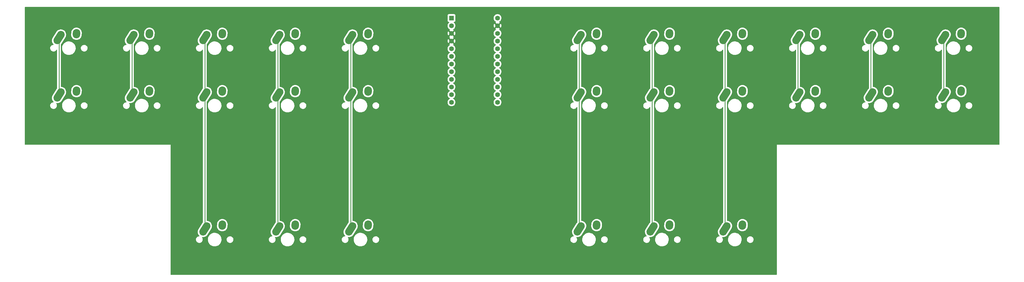
<source format=gbr>
G04 #@! TF.GenerationSoftware,KiCad,Pcbnew,7.0.11*
G04 #@! TF.CreationDate,2024-06-12T14:29:07-04:00*
G04 #@! TF.ProjectId,StenoBoard,5374656e-6f42-46f6-9172-642e6b696361,rev?*
G04 #@! TF.SameCoordinates,Original*
G04 #@! TF.FileFunction,Copper,L1,Top*
G04 #@! TF.FilePolarity,Positive*
%FSLAX46Y46*%
G04 Gerber Fmt 4.6, Leading zero omitted, Abs format (unit mm)*
G04 Created by KiCad (PCBNEW 7.0.11) date 2024-06-12 14:29:07*
%MOMM*%
%LPD*%
G01*
G04 APERTURE LIST*
G04 Aperture macros list*
%AMHorizOval*
0 Thick line with rounded ends*
0 $1 width*
0 $2 $3 position (X,Y) of the first rounded end (center of the circle)*
0 $4 $5 position (X,Y) of the second rounded end (center of the circle)*
0 Add line between two ends*
20,1,$1,$2,$3,$4,$5,0*
0 Add two circle primitives to create the rounded ends*
1,1,$1,$2,$3*
1,1,$1,$4,$5*%
G04 Aperture macros list end*
G04 #@! TA.AperFunction,ComponentPad*
%ADD10HorizOval,2.500000X-0.604462X-0.948815X0.604462X0.948815X0*%
G04 #@! TD*
G04 #@! TA.AperFunction,ComponentPad*
%ADD11HorizOval,2.500000X-0.019724X-0.289328X0.019724X0.289328X0*%
G04 #@! TD*
G04 #@! TA.AperFunction,ComponentPad*
%ADD12R,1.600000X1.600000*%
G04 #@! TD*
G04 #@! TA.AperFunction,ComponentPad*
%ADD13C,1.600000*%
G04 #@! TD*
G04 #@! TA.AperFunction,Conductor*
%ADD14C,0.250000*%
G04 #@! TD*
G04 APERTURE END LIST*
D10*
X250825000Y-96520000D03*
D11*
X256600000Y-95250000D03*
D10*
X54530000Y-115570000D03*
D11*
X60305000Y-114300000D03*
D10*
X226695000Y-160020000D03*
D11*
X232470000Y-158750000D03*
D10*
X347345000Y-115570000D03*
D11*
X353120000Y-114300000D03*
D10*
X299085000Y-96520000D03*
D11*
X304860000Y-95250000D03*
D10*
X250825000Y-160020000D03*
D11*
X256600000Y-158750000D03*
D10*
X323215000Y-96520000D03*
D11*
X328990000Y-95250000D03*
D10*
X126920000Y-96520000D03*
D11*
X132695000Y-95250000D03*
D10*
X250825000Y-115570000D03*
D11*
X256600000Y-114300000D03*
D10*
X102790000Y-115570000D03*
D11*
X108565000Y-114300000D03*
D10*
X126920000Y-160020000D03*
D11*
X132695000Y-158750000D03*
D10*
X102790000Y-96520000D03*
D11*
X108565000Y-95250000D03*
D10*
X274955000Y-115570000D03*
D11*
X280730000Y-114300000D03*
D10*
X54530000Y-96520000D03*
D11*
X60305000Y-95250000D03*
D10*
X226695000Y-115570000D03*
D11*
X232470000Y-114300000D03*
D10*
X323215000Y-115570000D03*
D11*
X328990000Y-114300000D03*
D12*
X184429400Y-90043000D03*
D13*
X184429400Y-92583000D03*
X184429400Y-95123000D03*
X184429400Y-97663000D03*
X184429400Y-100203000D03*
X184429400Y-102743000D03*
X184429400Y-105283000D03*
X184429400Y-107823000D03*
X184429400Y-110363000D03*
X184429400Y-112903000D03*
X184429400Y-115443000D03*
X184429400Y-117983000D03*
X199669400Y-117983000D03*
X199669400Y-115443000D03*
X199669400Y-112903000D03*
X199669400Y-110363000D03*
X199669400Y-107823000D03*
X199669400Y-105283000D03*
X199669400Y-102743000D03*
X199669400Y-100203000D03*
X199669400Y-97663000D03*
X199669400Y-95123000D03*
X199669400Y-92583000D03*
X199669400Y-90043000D03*
D10*
X347345000Y-96520000D03*
D11*
X353120000Y-95250000D03*
D10*
X299085000Y-115570000D03*
D11*
X304860000Y-114300000D03*
D10*
X151050000Y-96520000D03*
D11*
X156825000Y-95250000D03*
D10*
X126920000Y-115570000D03*
D11*
X132695000Y-114300000D03*
D10*
X78660000Y-115570000D03*
D11*
X84435000Y-114300000D03*
D10*
X78660000Y-96520000D03*
D11*
X84435000Y-95250000D03*
D10*
X151050000Y-160020000D03*
D11*
X156825000Y-158750000D03*
D10*
X226695000Y-96520000D03*
D11*
X232470000Y-95250000D03*
D10*
X102790000Y-160020000D03*
D11*
X108565000Y-158750000D03*
D10*
X274955000Y-96520000D03*
D11*
X280730000Y-95250000D03*
D10*
X274955000Y-160020000D03*
D11*
X280730000Y-158750000D03*
D10*
X151050000Y-115570000D03*
D11*
X156825000Y-114300000D03*
D14*
X54530000Y-115570000D02*
X54530000Y-96520000D01*
X78660000Y-115570000D02*
X78660000Y-96520000D01*
X102790000Y-115570000D02*
X102790000Y-96520000D01*
X102790000Y-115570000D02*
X102790000Y-160020000D01*
X126920000Y-115570000D02*
X126920000Y-96520000D01*
X126920000Y-115570000D02*
X126920000Y-160020000D01*
X151050000Y-115570000D02*
X151050000Y-96520000D01*
X151050000Y-115570000D02*
X151050000Y-160020000D01*
X226695000Y-160020000D02*
X226695000Y-96520000D01*
X250825000Y-96520000D02*
X250825000Y-160020000D01*
X274955000Y-96520000D02*
X274955000Y-160020000D01*
X299085000Y-96520000D02*
X299085000Y-115570000D01*
X323215000Y-96520000D02*
X323215000Y-115570000D01*
X347345000Y-96520000D02*
X347345000Y-115570000D01*
G04 #@! TA.AperFunction,Conductor*
G36*
X365702539Y-86380185D02*
G01*
X365748294Y-86432989D01*
X365759500Y-86484500D01*
X365759500Y-131955500D01*
X365739815Y-132022539D01*
X365687011Y-132068294D01*
X365635500Y-132079500D01*
X292124760Y-132079500D01*
X292124554Y-132079459D01*
X292099998Y-132079459D01*
X292099807Y-132079538D01*
X292099619Y-132079615D01*
X292099615Y-132079618D01*
X292099459Y-132079999D01*
X292099476Y-132104616D01*
X292099471Y-132104616D01*
X292099500Y-132104759D01*
X292099500Y-175116012D01*
X292079815Y-175183051D01*
X292027011Y-175228806D01*
X291975512Y-175240012D01*
X96456500Y-175259500D01*
X91564500Y-175259500D01*
X91497461Y-175239815D01*
X91451706Y-175187011D01*
X91440500Y-175135500D01*
X91440500Y-163487355D01*
X99859843Y-163487355D01*
X99869852Y-163697459D01*
X99919442Y-163901871D01*
X99964082Y-163999619D01*
X100006820Y-164093204D01*
X100006824Y-164093210D01*
X100128826Y-164264539D01*
X100128831Y-164264544D01*
X100281063Y-164409697D01*
X100458014Y-164523416D01*
X100653288Y-164601593D01*
X100782084Y-164626416D01*
X100859828Y-164641400D01*
X100859829Y-164641400D01*
X101017461Y-164641400D01*
X101017468Y-164641400D01*
X101174389Y-164626416D01*
X101376211Y-164567156D01*
X101563170Y-164470771D01*
X101728510Y-164340747D01*
X101866255Y-164181781D01*
X101971426Y-163999619D01*
X102040222Y-163800846D01*
X102066919Y-163615167D01*
X103796833Y-163615167D01*
X103826910Y-163914142D01*
X103826911Y-163914149D01*
X103896568Y-164206441D01*
X103896571Y-164206453D01*
X104004566Y-164486853D01*
X104004573Y-164486868D01*
X104148979Y-164750375D01*
X104148983Y-164750381D01*
X104240296Y-164874312D01*
X104327223Y-164992290D01*
X104536121Y-165208289D01*
X104771946Y-165394518D01*
X105030487Y-165547652D01*
X105307133Y-165664960D01*
X105307136Y-165664960D01*
X105307139Y-165664962D01*
X105452039Y-165704654D01*
X105596946Y-165744348D01*
X105894755Y-165784400D01*
X105894760Y-165784400D01*
X106120041Y-165784400D01*
X106283513Y-165773456D01*
X106344819Y-165769352D01*
X106639287Y-165709499D01*
X106923151Y-165610931D01*
X107191343Y-165475407D01*
X107439080Y-165305346D01*
X107661939Y-165103782D01*
X107855943Y-164874312D01*
X108017631Y-164621032D01*
X108144118Y-164348460D01*
X108233146Y-164061462D01*
X108283126Y-163765158D01*
X108292414Y-163487355D01*
X110019843Y-163487355D01*
X110029852Y-163697459D01*
X110079442Y-163901871D01*
X110124082Y-163999619D01*
X110166820Y-164093204D01*
X110166824Y-164093210D01*
X110288826Y-164264539D01*
X110288831Y-164264544D01*
X110441063Y-164409697D01*
X110618014Y-164523416D01*
X110813288Y-164601593D01*
X110942084Y-164626416D01*
X111019828Y-164641400D01*
X111019829Y-164641400D01*
X111177461Y-164641400D01*
X111177468Y-164641400D01*
X111334389Y-164626416D01*
X111536211Y-164567156D01*
X111723170Y-164470771D01*
X111888510Y-164340747D01*
X112026255Y-164181781D01*
X112131426Y-163999619D01*
X112200222Y-163800846D01*
X112230157Y-163592645D01*
X112225141Y-163487355D01*
X123989843Y-163487355D01*
X123999852Y-163697459D01*
X124049442Y-163901871D01*
X124094082Y-163999619D01*
X124136820Y-164093204D01*
X124136824Y-164093210D01*
X124258826Y-164264539D01*
X124258831Y-164264544D01*
X124411063Y-164409697D01*
X124588014Y-164523416D01*
X124783288Y-164601593D01*
X124912084Y-164626416D01*
X124989828Y-164641400D01*
X124989829Y-164641400D01*
X125147461Y-164641400D01*
X125147468Y-164641400D01*
X125304389Y-164626416D01*
X125506211Y-164567156D01*
X125693170Y-164470771D01*
X125858510Y-164340747D01*
X125996255Y-164181781D01*
X126101426Y-163999619D01*
X126170222Y-163800846D01*
X126196919Y-163615167D01*
X127926833Y-163615167D01*
X127956910Y-163914142D01*
X127956911Y-163914149D01*
X128026568Y-164206441D01*
X128026571Y-164206453D01*
X128134566Y-164486853D01*
X128134573Y-164486868D01*
X128278979Y-164750375D01*
X128278983Y-164750381D01*
X128370296Y-164874312D01*
X128457223Y-164992290D01*
X128666121Y-165208289D01*
X128901946Y-165394518D01*
X129160487Y-165547652D01*
X129437133Y-165664960D01*
X129437136Y-165664960D01*
X129437139Y-165664962D01*
X129582039Y-165704654D01*
X129726946Y-165744348D01*
X130024755Y-165784400D01*
X130024760Y-165784400D01*
X130250041Y-165784400D01*
X130413513Y-165773456D01*
X130474819Y-165769352D01*
X130769287Y-165709499D01*
X131053151Y-165610931D01*
X131321343Y-165475407D01*
X131569080Y-165305346D01*
X131791939Y-165103782D01*
X131985943Y-164874312D01*
X132147631Y-164621032D01*
X132274118Y-164348460D01*
X132363146Y-164061462D01*
X132413126Y-163765158D01*
X132422414Y-163487355D01*
X134149843Y-163487355D01*
X134159852Y-163697459D01*
X134209442Y-163901871D01*
X134254082Y-163999619D01*
X134296820Y-164093204D01*
X134296824Y-164093210D01*
X134418826Y-164264539D01*
X134418831Y-164264544D01*
X134571063Y-164409697D01*
X134748014Y-164523416D01*
X134943288Y-164601593D01*
X135072084Y-164626416D01*
X135149828Y-164641400D01*
X135149829Y-164641400D01*
X135307461Y-164641400D01*
X135307468Y-164641400D01*
X135464389Y-164626416D01*
X135666211Y-164567156D01*
X135853170Y-164470771D01*
X136018510Y-164340747D01*
X136156255Y-164181781D01*
X136261426Y-163999619D01*
X136330222Y-163800846D01*
X136360157Y-163592645D01*
X136355141Y-163487355D01*
X148119843Y-163487355D01*
X148129852Y-163697459D01*
X148179442Y-163901871D01*
X148224082Y-163999619D01*
X148266820Y-164093204D01*
X148266824Y-164093210D01*
X148388826Y-164264539D01*
X148388831Y-164264544D01*
X148541063Y-164409697D01*
X148718014Y-164523416D01*
X148913288Y-164601593D01*
X149042084Y-164626416D01*
X149119828Y-164641400D01*
X149119829Y-164641400D01*
X149277461Y-164641400D01*
X149277468Y-164641400D01*
X149434389Y-164626416D01*
X149636211Y-164567156D01*
X149823170Y-164470771D01*
X149988510Y-164340747D01*
X150126255Y-164181781D01*
X150231426Y-163999619D01*
X150300222Y-163800846D01*
X150326919Y-163615167D01*
X152056833Y-163615167D01*
X152086910Y-163914142D01*
X152086911Y-163914149D01*
X152156568Y-164206441D01*
X152156571Y-164206453D01*
X152264566Y-164486853D01*
X152264573Y-164486868D01*
X152408979Y-164750375D01*
X152408983Y-164750381D01*
X152500296Y-164874312D01*
X152587223Y-164992290D01*
X152796121Y-165208289D01*
X153031946Y-165394518D01*
X153290487Y-165547652D01*
X153567133Y-165664960D01*
X153567136Y-165664960D01*
X153567139Y-165664962D01*
X153712039Y-165704654D01*
X153856946Y-165744348D01*
X154154755Y-165784400D01*
X154154760Y-165784400D01*
X154380041Y-165784400D01*
X154543513Y-165773456D01*
X154604819Y-165769352D01*
X154899287Y-165709499D01*
X155183151Y-165610931D01*
X155451343Y-165475407D01*
X155699080Y-165305346D01*
X155921939Y-165103782D01*
X156115943Y-164874312D01*
X156277631Y-164621032D01*
X156404118Y-164348460D01*
X156493146Y-164061462D01*
X156543126Y-163765158D01*
X156552414Y-163487355D01*
X158279843Y-163487355D01*
X158289852Y-163697459D01*
X158339442Y-163901871D01*
X158384082Y-163999619D01*
X158426820Y-164093204D01*
X158426824Y-164093210D01*
X158548826Y-164264539D01*
X158548831Y-164264544D01*
X158701063Y-164409697D01*
X158878014Y-164523416D01*
X159073288Y-164601593D01*
X159202084Y-164626416D01*
X159279828Y-164641400D01*
X159279829Y-164641400D01*
X159437461Y-164641400D01*
X159437468Y-164641400D01*
X159594389Y-164626416D01*
X159796211Y-164567156D01*
X159983170Y-164470771D01*
X160148510Y-164340747D01*
X160286255Y-164181781D01*
X160391426Y-163999619D01*
X160460222Y-163800846D01*
X160490157Y-163592645D01*
X160485141Y-163487355D01*
X223764843Y-163487355D01*
X223774852Y-163697459D01*
X223824442Y-163901871D01*
X223869082Y-163999619D01*
X223911820Y-164093204D01*
X223911824Y-164093210D01*
X224033826Y-164264539D01*
X224033831Y-164264544D01*
X224186063Y-164409697D01*
X224363014Y-164523416D01*
X224558288Y-164601593D01*
X224687084Y-164626416D01*
X224764828Y-164641400D01*
X224764829Y-164641400D01*
X224922461Y-164641400D01*
X224922468Y-164641400D01*
X225079389Y-164626416D01*
X225281211Y-164567156D01*
X225468170Y-164470771D01*
X225633510Y-164340747D01*
X225771255Y-164181781D01*
X225876426Y-163999619D01*
X225945222Y-163800846D01*
X225971919Y-163615167D01*
X227701833Y-163615167D01*
X227731910Y-163914142D01*
X227731911Y-163914149D01*
X227801568Y-164206441D01*
X227801571Y-164206453D01*
X227909566Y-164486853D01*
X227909573Y-164486868D01*
X228053979Y-164750375D01*
X228053983Y-164750381D01*
X228145296Y-164874312D01*
X228232223Y-164992290D01*
X228441121Y-165208289D01*
X228676946Y-165394518D01*
X228935487Y-165547652D01*
X229212133Y-165664960D01*
X229212136Y-165664960D01*
X229212139Y-165664962D01*
X229357039Y-165704654D01*
X229501946Y-165744348D01*
X229799755Y-165784400D01*
X229799760Y-165784400D01*
X230025041Y-165784400D01*
X230188513Y-165773456D01*
X230249819Y-165769352D01*
X230544287Y-165709499D01*
X230828151Y-165610931D01*
X231096343Y-165475407D01*
X231344080Y-165305346D01*
X231566939Y-165103782D01*
X231760943Y-164874312D01*
X231922631Y-164621032D01*
X232049118Y-164348460D01*
X232138146Y-164061462D01*
X232188126Y-163765158D01*
X232197414Y-163487355D01*
X233924843Y-163487355D01*
X233934852Y-163697459D01*
X233984442Y-163901871D01*
X234029082Y-163999619D01*
X234071820Y-164093204D01*
X234071824Y-164093210D01*
X234193826Y-164264539D01*
X234193831Y-164264544D01*
X234346063Y-164409697D01*
X234523014Y-164523416D01*
X234718288Y-164601593D01*
X234847084Y-164626416D01*
X234924828Y-164641400D01*
X234924829Y-164641400D01*
X235082461Y-164641400D01*
X235082468Y-164641400D01*
X235239389Y-164626416D01*
X235441211Y-164567156D01*
X235628170Y-164470771D01*
X235793510Y-164340747D01*
X235931255Y-164181781D01*
X236036426Y-163999619D01*
X236105222Y-163800846D01*
X236135157Y-163592645D01*
X236130141Y-163487355D01*
X247894843Y-163487355D01*
X247904852Y-163697459D01*
X247954442Y-163901871D01*
X247999082Y-163999619D01*
X248041820Y-164093204D01*
X248041824Y-164093210D01*
X248163826Y-164264539D01*
X248163831Y-164264544D01*
X248316063Y-164409697D01*
X248493014Y-164523416D01*
X248688288Y-164601593D01*
X248817084Y-164626416D01*
X248894828Y-164641400D01*
X248894829Y-164641400D01*
X249052461Y-164641400D01*
X249052468Y-164641400D01*
X249209389Y-164626416D01*
X249411211Y-164567156D01*
X249598170Y-164470771D01*
X249763510Y-164340747D01*
X249901255Y-164181781D01*
X250006426Y-163999619D01*
X250075222Y-163800846D01*
X250101919Y-163615167D01*
X251831833Y-163615167D01*
X251861910Y-163914142D01*
X251861911Y-163914149D01*
X251931568Y-164206441D01*
X251931571Y-164206453D01*
X252039566Y-164486853D01*
X252039573Y-164486868D01*
X252183979Y-164750375D01*
X252183983Y-164750381D01*
X252275296Y-164874312D01*
X252362223Y-164992290D01*
X252571121Y-165208289D01*
X252806946Y-165394518D01*
X253065487Y-165547652D01*
X253342133Y-165664960D01*
X253342136Y-165664960D01*
X253342139Y-165664962D01*
X253487039Y-165704654D01*
X253631946Y-165744348D01*
X253929755Y-165784400D01*
X253929760Y-165784400D01*
X254155041Y-165784400D01*
X254318513Y-165773456D01*
X254379819Y-165769352D01*
X254674287Y-165709499D01*
X254958151Y-165610931D01*
X255226343Y-165475407D01*
X255474080Y-165305346D01*
X255696939Y-165103782D01*
X255890943Y-164874312D01*
X256052631Y-164621032D01*
X256179118Y-164348460D01*
X256268146Y-164061462D01*
X256318126Y-163765158D01*
X256327414Y-163487355D01*
X258054843Y-163487355D01*
X258064852Y-163697459D01*
X258114442Y-163901871D01*
X258159082Y-163999619D01*
X258201820Y-164093204D01*
X258201824Y-164093210D01*
X258323826Y-164264539D01*
X258323831Y-164264544D01*
X258476063Y-164409697D01*
X258653014Y-164523416D01*
X258848288Y-164601593D01*
X258977084Y-164626416D01*
X259054828Y-164641400D01*
X259054829Y-164641400D01*
X259212461Y-164641400D01*
X259212468Y-164641400D01*
X259369389Y-164626416D01*
X259571211Y-164567156D01*
X259758170Y-164470771D01*
X259923510Y-164340747D01*
X260061255Y-164181781D01*
X260166426Y-163999619D01*
X260235222Y-163800846D01*
X260265157Y-163592645D01*
X260260141Y-163487355D01*
X272024843Y-163487355D01*
X272034852Y-163697459D01*
X272084442Y-163901871D01*
X272129082Y-163999619D01*
X272171820Y-164093204D01*
X272171824Y-164093210D01*
X272293826Y-164264539D01*
X272293831Y-164264544D01*
X272446063Y-164409697D01*
X272623014Y-164523416D01*
X272818288Y-164601593D01*
X272947084Y-164626416D01*
X273024828Y-164641400D01*
X273024829Y-164641400D01*
X273182461Y-164641400D01*
X273182468Y-164641400D01*
X273339389Y-164626416D01*
X273541211Y-164567156D01*
X273728170Y-164470771D01*
X273893510Y-164340747D01*
X274031255Y-164181781D01*
X274136426Y-163999619D01*
X274205222Y-163800846D01*
X274231919Y-163615167D01*
X275961833Y-163615167D01*
X275991910Y-163914142D01*
X275991911Y-163914149D01*
X276061568Y-164206441D01*
X276061571Y-164206453D01*
X276169566Y-164486853D01*
X276169573Y-164486868D01*
X276313979Y-164750375D01*
X276313983Y-164750381D01*
X276405296Y-164874312D01*
X276492223Y-164992290D01*
X276701121Y-165208289D01*
X276936946Y-165394518D01*
X277195487Y-165547652D01*
X277472133Y-165664960D01*
X277472136Y-165664960D01*
X277472139Y-165664962D01*
X277617039Y-165704654D01*
X277761946Y-165744348D01*
X278059755Y-165784400D01*
X278059760Y-165784400D01*
X278285041Y-165784400D01*
X278448513Y-165773456D01*
X278509819Y-165769352D01*
X278804287Y-165709499D01*
X279088151Y-165610931D01*
X279356343Y-165475407D01*
X279604080Y-165305346D01*
X279826939Y-165103782D01*
X280020943Y-164874312D01*
X280182631Y-164621032D01*
X280309118Y-164348460D01*
X280398146Y-164061462D01*
X280448126Y-163765158D01*
X280457414Y-163487355D01*
X282184843Y-163487355D01*
X282194852Y-163697459D01*
X282244442Y-163901871D01*
X282289082Y-163999619D01*
X282331820Y-164093204D01*
X282331824Y-164093210D01*
X282453826Y-164264539D01*
X282453831Y-164264544D01*
X282606063Y-164409697D01*
X282783014Y-164523416D01*
X282978288Y-164601593D01*
X283107084Y-164626416D01*
X283184828Y-164641400D01*
X283184829Y-164641400D01*
X283342461Y-164641400D01*
X283342468Y-164641400D01*
X283499389Y-164626416D01*
X283701211Y-164567156D01*
X283888170Y-164470771D01*
X284053510Y-164340747D01*
X284191255Y-164181781D01*
X284296426Y-163999619D01*
X284365222Y-163800846D01*
X284395157Y-163592645D01*
X284385148Y-163382541D01*
X284335558Y-163178129D01*
X284248179Y-162986795D01*
X284248175Y-162986789D01*
X284126173Y-162815460D01*
X284126167Y-162815454D01*
X283973939Y-162670305D01*
X283973937Y-162670303D01*
X283796986Y-162556584D01*
X283796984Y-162556583D01*
X283601721Y-162478410D01*
X283601714Y-162478407D01*
X283601712Y-162478407D01*
X283601709Y-162478406D01*
X283601708Y-162478406D01*
X283395172Y-162438600D01*
X283395171Y-162438600D01*
X283237532Y-162438600D01*
X283080632Y-162453582D01*
X283080611Y-162453584D01*
X283080607Y-162453585D01*
X282878791Y-162512843D01*
X282691831Y-162609228D01*
X282526490Y-162739252D01*
X282526489Y-162739253D01*
X282388749Y-162898214D01*
X282388740Y-162898225D01*
X282283574Y-163080379D01*
X282214779Y-163279148D01*
X282214778Y-163279153D01*
X282214778Y-163279154D01*
X282184843Y-163487355D01*
X280457414Y-163487355D01*
X280458167Y-163464836D01*
X280428089Y-163165855D01*
X280358430Y-162873551D01*
X280250431Y-162593140D01*
X280106021Y-162329625D01*
X279927777Y-162087710D01*
X279718879Y-161871711D01*
X279718872Y-161871705D01*
X279483055Y-161685483D01*
X279483056Y-161685483D01*
X279483054Y-161685482D01*
X279224513Y-161532348D01*
X278947867Y-161415040D01*
X278947860Y-161415037D01*
X278658059Y-161335653D01*
X278658056Y-161335652D01*
X278658054Y-161335652D01*
X278360245Y-161295600D01*
X278134967Y-161295600D01*
X278134959Y-161295600D01*
X277910183Y-161310647D01*
X277910174Y-161310649D01*
X277615710Y-161370501D01*
X277331847Y-161469069D01*
X277331844Y-161469071D01*
X277063662Y-161604589D01*
X276815918Y-161774655D01*
X276593062Y-161976216D01*
X276399058Y-162205686D01*
X276399056Y-162205688D01*
X276237366Y-162458972D01*
X276115053Y-162722551D01*
X276110882Y-162731540D01*
X276099522Y-162768161D01*
X276021854Y-163018535D01*
X275971874Y-163314842D01*
X275961833Y-163615167D01*
X274231919Y-163615167D01*
X274235157Y-163592645D01*
X274225148Y-163382541D01*
X274175558Y-163178129D01*
X274088179Y-162986795D01*
X274027858Y-162902086D01*
X274005007Y-162836061D01*
X274021480Y-162768161D01*
X274072047Y-162719945D01*
X274140654Y-162706722D01*
X274143519Y-162707030D01*
X274273959Y-162722551D01*
X274273959Y-162722550D01*
X274273968Y-162722552D01*
X274536204Y-162714376D01*
X274794293Y-162667208D01*
X275042468Y-162582100D01*
X275275188Y-162460954D01*
X275487252Y-162306476D01*
X275673925Y-162122117D01*
X275791705Y-161964595D01*
X277071008Y-159956491D01*
X277163996Y-159783175D01*
X277252191Y-159536078D01*
X277302573Y-159278598D01*
X277314017Y-159016484D01*
X277310734Y-158985617D01*
X278959374Y-158985617D01*
X278960698Y-159182286D01*
X278960698Y-159182288D01*
X278960699Y-159182293D01*
X278997916Y-159418406D01*
X279001550Y-159441464D01*
X279080568Y-159691640D01*
X279080568Y-159691641D01*
X279195993Y-159927250D01*
X279345236Y-160143016D01*
X279345242Y-160143023D01*
X279524983Y-160334140D01*
X279524987Y-160334143D01*
X279731196Y-160496331D01*
X279731200Y-160496334D01*
X279731208Y-160496340D01*
X279915048Y-160600835D01*
X279941255Y-160615732D01*
X279959299Y-160625988D01*
X280204167Y-160720194D01*
X280460334Y-160776851D01*
X280460335Y-160776851D01*
X280460339Y-160776852D01*
X280722096Y-160794697D01*
X280983588Y-160773328D01*
X281238975Y-160713226D01*
X281482551Y-160615732D01*
X281708876Y-160483023D01*
X281912894Y-160318065D01*
X282090047Y-160124542D01*
X282236379Y-159906776D01*
X282348620Y-159669634D01*
X282424264Y-159418411D01*
X282452268Y-159223729D01*
X282500625Y-158514388D01*
X282499301Y-158317707D01*
X282458451Y-158058542D01*
X282379432Y-157808361D01*
X282264007Y-157572751D01*
X282114757Y-157356977D01*
X281935013Y-157165857D01*
X281935010Y-157165855D01*
X281935006Y-157165851D01*
X281728803Y-157003668D01*
X281728796Y-157003663D01*
X281728792Y-157003660D01*
X281684541Y-156978507D01*
X281500702Y-156874012D01*
X281255839Y-156779808D01*
X281255835Y-156779806D01*
X281255833Y-156779806D01*
X281255830Y-156779805D01*
X281255829Y-156779805D01*
X280999662Y-156723148D01*
X280999666Y-156723148D01*
X280868782Y-156714225D01*
X280737904Y-156705303D01*
X280737901Y-156705303D01*
X280737899Y-156705303D01*
X280476416Y-156726671D01*
X280221023Y-156786774D01*
X279977454Y-156884265D01*
X279977449Y-156884267D01*
X279751118Y-157016980D01*
X279547106Y-157181934D01*
X279547103Y-157181936D01*
X279369957Y-157375452D01*
X279369953Y-157375458D01*
X279223621Y-157593224D01*
X279223619Y-157593227D01*
X279223619Y-157593228D01*
X279111378Y-157830367D01*
X279111378Y-157830368D01*
X279035739Y-158081578D01*
X279035735Y-158081593D01*
X279007732Y-158276268D01*
X278959374Y-158985610D01*
X278959374Y-158985617D01*
X277310734Y-158985617D01*
X277286268Y-158755592D01*
X277219944Y-158501750D01*
X277116528Y-158260628D01*
X276978330Y-158037613D01*
X276808436Y-157837686D01*
X276808434Y-157837684D01*
X276808432Y-157837682D01*
X276610649Y-157665318D01*
X276610642Y-157665312D01*
X276389370Y-157524347D01*
X276389365Y-157524344D01*
X276354541Y-157508891D01*
X276149553Y-157417931D01*
X276149549Y-157417929D01*
X276149548Y-157417929D01*
X275990971Y-157374377D01*
X275896557Y-157348448D01*
X275896554Y-157348447D01*
X275896552Y-157348447D01*
X275896549Y-157348446D01*
X275689848Y-157323851D01*
X275625604Y-157296383D01*
X275586409Y-157238543D01*
X275580500Y-157200720D01*
X275580500Y-119165167D01*
X275961833Y-119165167D01*
X275991910Y-119464142D01*
X275991911Y-119464149D01*
X276061568Y-119756441D01*
X276061571Y-119756453D01*
X276169566Y-120036853D01*
X276169573Y-120036868D01*
X276313979Y-120300375D01*
X276313983Y-120300381D01*
X276405296Y-120424312D01*
X276492223Y-120542290D01*
X276701121Y-120758289D01*
X276936946Y-120944518D01*
X277195487Y-121097652D01*
X277472133Y-121214960D01*
X277472136Y-121214960D01*
X277472139Y-121214962D01*
X277617039Y-121254654D01*
X277761946Y-121294348D01*
X278059755Y-121334400D01*
X278059760Y-121334400D01*
X278285041Y-121334400D01*
X278448513Y-121323456D01*
X278509819Y-121319352D01*
X278804287Y-121259499D01*
X279088151Y-121160931D01*
X279356343Y-121025407D01*
X279604080Y-120855346D01*
X279826939Y-120653782D01*
X280020943Y-120424312D01*
X280182631Y-120171032D01*
X280309118Y-119898460D01*
X280398146Y-119611462D01*
X280448126Y-119315158D01*
X280457414Y-119037355D01*
X282184843Y-119037355D01*
X282194852Y-119247459D01*
X282244442Y-119451871D01*
X282289082Y-119549619D01*
X282331820Y-119643204D01*
X282331824Y-119643210D01*
X282453826Y-119814539D01*
X282453831Y-119814544D01*
X282606063Y-119959697D01*
X282783014Y-120073416D01*
X282978288Y-120151593D01*
X283107084Y-120176416D01*
X283184828Y-120191400D01*
X283184829Y-120191400D01*
X283342461Y-120191400D01*
X283342468Y-120191400D01*
X283499389Y-120176416D01*
X283701211Y-120117156D01*
X283888170Y-120020771D01*
X284053510Y-119890747D01*
X284191255Y-119731781D01*
X284296426Y-119549619D01*
X284365222Y-119350846D01*
X284395157Y-119142645D01*
X284390141Y-119037355D01*
X296154843Y-119037355D01*
X296164852Y-119247459D01*
X296214442Y-119451871D01*
X296259082Y-119549619D01*
X296301820Y-119643204D01*
X296301824Y-119643210D01*
X296423826Y-119814539D01*
X296423831Y-119814544D01*
X296576063Y-119959697D01*
X296753014Y-120073416D01*
X296948288Y-120151593D01*
X297077084Y-120176416D01*
X297154828Y-120191400D01*
X297154829Y-120191400D01*
X297312461Y-120191400D01*
X297312468Y-120191400D01*
X297469389Y-120176416D01*
X297671211Y-120117156D01*
X297858170Y-120020771D01*
X298023510Y-119890747D01*
X298161255Y-119731781D01*
X298266426Y-119549619D01*
X298335222Y-119350846D01*
X298361919Y-119165167D01*
X300091833Y-119165167D01*
X300121910Y-119464142D01*
X300121911Y-119464149D01*
X300191568Y-119756441D01*
X300191571Y-119756453D01*
X300299566Y-120036853D01*
X300299573Y-120036868D01*
X300443979Y-120300375D01*
X300443983Y-120300381D01*
X300535296Y-120424312D01*
X300622223Y-120542290D01*
X300831121Y-120758289D01*
X301066946Y-120944518D01*
X301325487Y-121097652D01*
X301602133Y-121214960D01*
X301602136Y-121214960D01*
X301602139Y-121214962D01*
X301747039Y-121254654D01*
X301891946Y-121294348D01*
X302189755Y-121334400D01*
X302189760Y-121334400D01*
X302415041Y-121334400D01*
X302578513Y-121323456D01*
X302639819Y-121319352D01*
X302934287Y-121259499D01*
X303218151Y-121160931D01*
X303486343Y-121025407D01*
X303734080Y-120855346D01*
X303956939Y-120653782D01*
X304150943Y-120424312D01*
X304312631Y-120171032D01*
X304439118Y-119898460D01*
X304528146Y-119611462D01*
X304578126Y-119315158D01*
X304587414Y-119037355D01*
X306314843Y-119037355D01*
X306324852Y-119247459D01*
X306374442Y-119451871D01*
X306419082Y-119549619D01*
X306461820Y-119643204D01*
X306461824Y-119643210D01*
X306583826Y-119814539D01*
X306583831Y-119814544D01*
X306736063Y-119959697D01*
X306913014Y-120073416D01*
X307108288Y-120151593D01*
X307237084Y-120176416D01*
X307314828Y-120191400D01*
X307314829Y-120191400D01*
X307472461Y-120191400D01*
X307472468Y-120191400D01*
X307629389Y-120176416D01*
X307831211Y-120117156D01*
X308018170Y-120020771D01*
X308183510Y-119890747D01*
X308321255Y-119731781D01*
X308426426Y-119549619D01*
X308495222Y-119350846D01*
X308525157Y-119142645D01*
X308520141Y-119037355D01*
X320284843Y-119037355D01*
X320294852Y-119247459D01*
X320344442Y-119451871D01*
X320389082Y-119549619D01*
X320431820Y-119643204D01*
X320431824Y-119643210D01*
X320553826Y-119814539D01*
X320553831Y-119814544D01*
X320706063Y-119959697D01*
X320883014Y-120073416D01*
X321078288Y-120151593D01*
X321207084Y-120176416D01*
X321284828Y-120191400D01*
X321284829Y-120191400D01*
X321442461Y-120191400D01*
X321442468Y-120191400D01*
X321599389Y-120176416D01*
X321801211Y-120117156D01*
X321988170Y-120020771D01*
X322153510Y-119890747D01*
X322291255Y-119731781D01*
X322396426Y-119549619D01*
X322465222Y-119350846D01*
X322491919Y-119165167D01*
X324221833Y-119165167D01*
X324251910Y-119464142D01*
X324251911Y-119464149D01*
X324321568Y-119756441D01*
X324321571Y-119756453D01*
X324429566Y-120036853D01*
X324429573Y-120036868D01*
X324573979Y-120300375D01*
X324573983Y-120300381D01*
X324665296Y-120424312D01*
X324752223Y-120542290D01*
X324961121Y-120758289D01*
X325196946Y-120944518D01*
X325455487Y-121097652D01*
X325732133Y-121214960D01*
X325732136Y-121214960D01*
X325732139Y-121214962D01*
X325877039Y-121254654D01*
X326021946Y-121294348D01*
X326319755Y-121334400D01*
X326319760Y-121334400D01*
X326545041Y-121334400D01*
X326708513Y-121323456D01*
X326769819Y-121319352D01*
X327064287Y-121259499D01*
X327348151Y-121160931D01*
X327616343Y-121025407D01*
X327864080Y-120855346D01*
X328086939Y-120653782D01*
X328280943Y-120424312D01*
X328442631Y-120171032D01*
X328569118Y-119898460D01*
X328658146Y-119611462D01*
X328708126Y-119315158D01*
X328717414Y-119037355D01*
X330444843Y-119037355D01*
X330454852Y-119247459D01*
X330504442Y-119451871D01*
X330549082Y-119549619D01*
X330591820Y-119643204D01*
X330591824Y-119643210D01*
X330713826Y-119814539D01*
X330713831Y-119814544D01*
X330866063Y-119959697D01*
X331043014Y-120073416D01*
X331238288Y-120151593D01*
X331367084Y-120176416D01*
X331444828Y-120191400D01*
X331444829Y-120191400D01*
X331602461Y-120191400D01*
X331602468Y-120191400D01*
X331759389Y-120176416D01*
X331961211Y-120117156D01*
X332148170Y-120020771D01*
X332313510Y-119890747D01*
X332451255Y-119731781D01*
X332556426Y-119549619D01*
X332625222Y-119350846D01*
X332655157Y-119142645D01*
X332650141Y-119037355D01*
X344414843Y-119037355D01*
X344424852Y-119247459D01*
X344474442Y-119451871D01*
X344519082Y-119549619D01*
X344561820Y-119643204D01*
X344561824Y-119643210D01*
X344683826Y-119814539D01*
X344683831Y-119814544D01*
X344836063Y-119959697D01*
X345013014Y-120073416D01*
X345208288Y-120151593D01*
X345337084Y-120176416D01*
X345414828Y-120191400D01*
X345414829Y-120191400D01*
X345572461Y-120191400D01*
X345572468Y-120191400D01*
X345729389Y-120176416D01*
X345931211Y-120117156D01*
X346118170Y-120020771D01*
X346283510Y-119890747D01*
X346421255Y-119731781D01*
X346526426Y-119549619D01*
X346595222Y-119350846D01*
X346621919Y-119165167D01*
X348351833Y-119165167D01*
X348381910Y-119464142D01*
X348381911Y-119464149D01*
X348451568Y-119756441D01*
X348451571Y-119756453D01*
X348559566Y-120036853D01*
X348559573Y-120036868D01*
X348703979Y-120300375D01*
X348703983Y-120300381D01*
X348795296Y-120424312D01*
X348882223Y-120542290D01*
X349091121Y-120758289D01*
X349326946Y-120944518D01*
X349585487Y-121097652D01*
X349862133Y-121214960D01*
X349862136Y-121214960D01*
X349862139Y-121214962D01*
X350007039Y-121254654D01*
X350151946Y-121294348D01*
X350449755Y-121334400D01*
X350449760Y-121334400D01*
X350675041Y-121334400D01*
X350838513Y-121323456D01*
X350899819Y-121319352D01*
X351194287Y-121259499D01*
X351478151Y-121160931D01*
X351746343Y-121025407D01*
X351994080Y-120855346D01*
X352216939Y-120653782D01*
X352410943Y-120424312D01*
X352572631Y-120171032D01*
X352699118Y-119898460D01*
X352788146Y-119611462D01*
X352838126Y-119315158D01*
X352847414Y-119037355D01*
X354574843Y-119037355D01*
X354584852Y-119247459D01*
X354634442Y-119451871D01*
X354679082Y-119549619D01*
X354721820Y-119643204D01*
X354721824Y-119643210D01*
X354843826Y-119814539D01*
X354843831Y-119814544D01*
X354996063Y-119959697D01*
X355173014Y-120073416D01*
X355368288Y-120151593D01*
X355497084Y-120176416D01*
X355574828Y-120191400D01*
X355574829Y-120191400D01*
X355732461Y-120191400D01*
X355732468Y-120191400D01*
X355889389Y-120176416D01*
X356091211Y-120117156D01*
X356278170Y-120020771D01*
X356443510Y-119890747D01*
X356581255Y-119731781D01*
X356686426Y-119549619D01*
X356755222Y-119350846D01*
X356785157Y-119142645D01*
X356775148Y-118932541D01*
X356725558Y-118728129D01*
X356638179Y-118536795D01*
X356638175Y-118536789D01*
X356516173Y-118365460D01*
X356516167Y-118365454D01*
X356363939Y-118220305D01*
X356363937Y-118220303D01*
X356186986Y-118106584D01*
X356186984Y-118106583D01*
X355991721Y-118028410D01*
X355991714Y-118028407D01*
X355991712Y-118028407D01*
X355991709Y-118028406D01*
X355991708Y-118028406D01*
X355785172Y-117988600D01*
X355785171Y-117988600D01*
X355627532Y-117988600D01*
X355470632Y-118003582D01*
X355470611Y-118003584D01*
X355470607Y-118003585D01*
X355268791Y-118062843D01*
X355081831Y-118159228D01*
X354916490Y-118289252D01*
X354916489Y-118289253D01*
X354778749Y-118448214D01*
X354778740Y-118448225D01*
X354673574Y-118630379D01*
X354604779Y-118829148D01*
X354604778Y-118829153D01*
X354604778Y-118829154D01*
X354574843Y-119037355D01*
X352847414Y-119037355D01*
X352848167Y-119014836D01*
X352818089Y-118715855D01*
X352748430Y-118423551D01*
X352640431Y-118143140D01*
X352496021Y-117879625D01*
X352317777Y-117637710D01*
X352108879Y-117421711D01*
X352108872Y-117421705D01*
X351873055Y-117235483D01*
X351873056Y-117235483D01*
X351873054Y-117235482D01*
X351614513Y-117082348D01*
X351337867Y-116965040D01*
X351337860Y-116965037D01*
X351048059Y-116885653D01*
X351048056Y-116885652D01*
X351048054Y-116885652D01*
X350750245Y-116845600D01*
X350524967Y-116845600D01*
X350524959Y-116845600D01*
X350300183Y-116860647D01*
X350300174Y-116860649D01*
X350005710Y-116920501D01*
X349721847Y-117019069D01*
X349721844Y-117019071D01*
X349453662Y-117154589D01*
X349205918Y-117324655D01*
X348983062Y-117526216D01*
X348789058Y-117755686D01*
X348789056Y-117755688D01*
X348627366Y-118008972D01*
X348505053Y-118272551D01*
X348500882Y-118281540D01*
X348489522Y-118318161D01*
X348411854Y-118568535D01*
X348361874Y-118864842D01*
X348351833Y-119165167D01*
X346621919Y-119165167D01*
X346625157Y-119142645D01*
X346615148Y-118932541D01*
X346565558Y-118728129D01*
X346478179Y-118536795D01*
X346417858Y-118452086D01*
X346395007Y-118386061D01*
X346411480Y-118318161D01*
X346462047Y-118269945D01*
X346530654Y-118256722D01*
X346533519Y-118257030D01*
X346663959Y-118272551D01*
X346663959Y-118272550D01*
X346663968Y-118272552D01*
X346926204Y-118264376D01*
X347184293Y-118217208D01*
X347432468Y-118132100D01*
X347665188Y-118010954D01*
X347877252Y-117856476D01*
X348063925Y-117672117D01*
X348181705Y-117514595D01*
X349461008Y-115506491D01*
X349553996Y-115333175D01*
X349642191Y-115086078D01*
X349692573Y-114828598D01*
X349704017Y-114566484D01*
X349700734Y-114535617D01*
X351349374Y-114535617D01*
X351350698Y-114732286D01*
X351350698Y-114732288D01*
X351350699Y-114732293D01*
X351387916Y-114968406D01*
X351391550Y-114991464D01*
X351470568Y-115241640D01*
X351470568Y-115241641D01*
X351585993Y-115477250D01*
X351735236Y-115693016D01*
X351735242Y-115693023D01*
X351914983Y-115884140D01*
X351914987Y-115884143D01*
X352121196Y-116046331D01*
X352121200Y-116046334D01*
X352121208Y-116046340D01*
X352305048Y-116150835D01*
X352331255Y-116165732D01*
X352349299Y-116175988D01*
X352594167Y-116270194D01*
X352850334Y-116326851D01*
X352850335Y-116326851D01*
X352850339Y-116326852D01*
X353112096Y-116344697D01*
X353373588Y-116323328D01*
X353628975Y-116263226D01*
X353872551Y-116165732D01*
X354098876Y-116033023D01*
X354302894Y-115868065D01*
X354480047Y-115674542D01*
X354626379Y-115456776D01*
X354738620Y-115219634D01*
X354739622Y-115216308D01*
X354745357Y-115197257D01*
X354814264Y-114968411D01*
X354842268Y-114773729D01*
X354890625Y-114064388D01*
X354889301Y-113867707D01*
X354848451Y-113608542D01*
X354769432Y-113358361D01*
X354765085Y-113349488D01*
X354699353Y-113215313D01*
X354654007Y-113122751D01*
X354504757Y-112906977D01*
X354325013Y-112715857D01*
X354325010Y-112715855D01*
X354325006Y-112715851D01*
X354118803Y-112553668D01*
X354118796Y-112553663D01*
X354118792Y-112553660D01*
X353947877Y-112456511D01*
X353890702Y-112424012D01*
X353645839Y-112329808D01*
X353645835Y-112329806D01*
X353645833Y-112329806D01*
X353645830Y-112329805D01*
X353645829Y-112329805D01*
X353389662Y-112273148D01*
X353389666Y-112273148D01*
X353258782Y-112264225D01*
X353127904Y-112255303D01*
X353127901Y-112255303D01*
X353127899Y-112255303D01*
X352866416Y-112276671D01*
X352611023Y-112336774D01*
X352367454Y-112434265D01*
X352367449Y-112434267D01*
X352141118Y-112566980D01*
X351937106Y-112731934D01*
X351937103Y-112731936D01*
X351759957Y-112925452D01*
X351759953Y-112925458D01*
X351613621Y-113143224D01*
X351613619Y-113143227D01*
X351613619Y-113143228D01*
X351501378Y-113380367D01*
X351501378Y-113380368D01*
X351425739Y-113631578D01*
X351425735Y-113631593D01*
X351397732Y-113826268D01*
X351349374Y-114535610D01*
X351349374Y-114535617D01*
X349700734Y-114535617D01*
X349676268Y-114305592D01*
X349609944Y-114051750D01*
X349506528Y-113810628D01*
X349368330Y-113587613D01*
X349198436Y-113387686D01*
X349198434Y-113387684D01*
X349198432Y-113387682D01*
X349000649Y-113215318D01*
X349000642Y-113215312D01*
X348779370Y-113074347D01*
X348779365Y-113074344D01*
X348744541Y-113058891D01*
X348539553Y-112967931D01*
X348539549Y-112967929D01*
X348539548Y-112967929D01*
X348380971Y-112924377D01*
X348286557Y-112898448D01*
X348286554Y-112898447D01*
X348286552Y-112898447D01*
X348286549Y-112898446D01*
X348079848Y-112873851D01*
X348015604Y-112846383D01*
X347976409Y-112788543D01*
X347970500Y-112750720D01*
X347970500Y-100115167D01*
X348351833Y-100115167D01*
X348381910Y-100414142D01*
X348381911Y-100414149D01*
X348451568Y-100706441D01*
X348451571Y-100706453D01*
X348559566Y-100986853D01*
X348559573Y-100986868D01*
X348703979Y-101250375D01*
X348703983Y-101250381D01*
X348795296Y-101374312D01*
X348882223Y-101492290D01*
X349083769Y-101700687D01*
X349091120Y-101708288D01*
X349091127Y-101708294D01*
X349135018Y-101742954D01*
X349326946Y-101894518D01*
X349585487Y-102047652D01*
X349862133Y-102164960D01*
X349862136Y-102164960D01*
X349862139Y-102164962D01*
X350007039Y-102204654D01*
X350151946Y-102244348D01*
X350449755Y-102284400D01*
X350449760Y-102284400D01*
X350675041Y-102284400D01*
X350838513Y-102273456D01*
X350899819Y-102269352D01*
X351194287Y-102209499D01*
X351478151Y-102110931D01*
X351746343Y-101975407D01*
X351994080Y-101805346D01*
X352216939Y-101603782D01*
X352410943Y-101374312D01*
X352572631Y-101121032D01*
X352699118Y-100848460D01*
X352788146Y-100561462D01*
X352838126Y-100265158D01*
X352847414Y-99987355D01*
X354574843Y-99987355D01*
X354584852Y-100197459D01*
X354634442Y-100401871D01*
X354647150Y-100429697D01*
X354721820Y-100593204D01*
X354721824Y-100593210D01*
X354843826Y-100764539D01*
X354843831Y-100764544D01*
X354996063Y-100909697D01*
X355173014Y-101023416D01*
X355368288Y-101101593D01*
X355497084Y-101126416D01*
X355574828Y-101141400D01*
X355574829Y-101141400D01*
X355732461Y-101141400D01*
X355732468Y-101141400D01*
X355889389Y-101126416D01*
X356091211Y-101067156D01*
X356278170Y-100970771D01*
X356443510Y-100840747D01*
X356581255Y-100681781D01*
X356686426Y-100499619D01*
X356755222Y-100300846D01*
X356785157Y-100092645D01*
X356775148Y-99882541D01*
X356725558Y-99678129D01*
X356638179Y-99486795D01*
X356575109Y-99398225D01*
X356516173Y-99315460D01*
X356516167Y-99315454D01*
X356363939Y-99170305D01*
X356363937Y-99170303D01*
X356186986Y-99056584D01*
X356186984Y-99056583D01*
X355991721Y-98978410D01*
X355991714Y-98978407D01*
X355991712Y-98978407D01*
X355991709Y-98978406D01*
X355991708Y-98978406D01*
X355785172Y-98938600D01*
X355785171Y-98938600D01*
X355627532Y-98938600D01*
X355470632Y-98953582D01*
X355470611Y-98953584D01*
X355470607Y-98953585D01*
X355268791Y-99012843D01*
X355081831Y-99109228D01*
X354916490Y-99239252D01*
X354916489Y-99239253D01*
X354778749Y-99398214D01*
X354778740Y-99398225D01*
X354673574Y-99580379D01*
X354604779Y-99779148D01*
X354604778Y-99779153D01*
X354604778Y-99779154D01*
X354574843Y-99987355D01*
X352847414Y-99987355D01*
X352848167Y-99964836D01*
X352818089Y-99665855D01*
X352748430Y-99373551D01*
X352640431Y-99093140D01*
X352496021Y-98829625D01*
X352317777Y-98587710D01*
X352108879Y-98371711D01*
X352108872Y-98371705D01*
X351945724Y-98242868D01*
X351873054Y-98185482D01*
X351614513Y-98032348D01*
X351337867Y-97915040D01*
X351337860Y-97915037D01*
X351048059Y-97835653D01*
X351048056Y-97835652D01*
X351048054Y-97835652D01*
X350750245Y-97795600D01*
X350524967Y-97795600D01*
X350524959Y-97795600D01*
X350300183Y-97810647D01*
X350300174Y-97810649D01*
X350005710Y-97870501D01*
X349721847Y-97969069D01*
X349721844Y-97969071D01*
X349453662Y-98104589D01*
X349205918Y-98274655D01*
X348983062Y-98476216D01*
X348789058Y-98705686D01*
X348789056Y-98705688D01*
X348627366Y-98958972D01*
X348505053Y-99222552D01*
X348500882Y-99231540D01*
X348474852Y-99315454D01*
X348411854Y-99518535D01*
X348361874Y-99814842D01*
X348351833Y-100115167D01*
X347970500Y-100115167D01*
X347970500Y-98766199D01*
X347990185Y-98699160D01*
X348007368Y-98677972D01*
X348063925Y-98622117D01*
X348181705Y-98464595D01*
X349461008Y-96456491D01*
X349553996Y-96283175D01*
X349642191Y-96036078D01*
X349692573Y-95778598D01*
X349704017Y-95516484D01*
X349700734Y-95485617D01*
X351349374Y-95485617D01*
X351350698Y-95682286D01*
X351350698Y-95682288D01*
X351350699Y-95682293D01*
X351387916Y-95918406D01*
X351391550Y-95941464D01*
X351470568Y-96191640D01*
X351470568Y-96191641D01*
X351585993Y-96427250D01*
X351735236Y-96643016D01*
X351735242Y-96643023D01*
X351914983Y-96834140D01*
X351914987Y-96834143D01*
X352121196Y-96996331D01*
X352121200Y-96996334D01*
X352121208Y-96996340D01*
X352305048Y-97100835D01*
X352331255Y-97115732D01*
X352349299Y-97125988D01*
X352594167Y-97220194D01*
X352850334Y-97276851D01*
X352850335Y-97276851D01*
X352850339Y-97276852D01*
X353112096Y-97294697D01*
X353373588Y-97273328D01*
X353628975Y-97213226D01*
X353872551Y-97115732D01*
X354098876Y-96983023D01*
X354302894Y-96818065D01*
X354480047Y-96624542D01*
X354626379Y-96406776D01*
X354738620Y-96169634D01*
X354814264Y-95918411D01*
X354842268Y-95723729D01*
X354890625Y-95014388D01*
X354889301Y-94817707D01*
X354848451Y-94558542D01*
X354769432Y-94308361D01*
X354757429Y-94283861D01*
X354699353Y-94165313D01*
X354654007Y-94072751D01*
X354504757Y-93856977D01*
X354395583Y-93740893D01*
X354325015Y-93665859D01*
X354325006Y-93665851D01*
X354118803Y-93503668D01*
X354118796Y-93503663D01*
X354118792Y-93503660D01*
X353975375Y-93422141D01*
X353890702Y-93374012D01*
X353645839Y-93279808D01*
X353645835Y-93279806D01*
X353645833Y-93279806D01*
X353645830Y-93279805D01*
X353645829Y-93279805D01*
X353389662Y-93223148D01*
X353389666Y-93223148D01*
X353258782Y-93214225D01*
X353127904Y-93205303D01*
X353127901Y-93205303D01*
X353127899Y-93205303D01*
X352866416Y-93226671D01*
X352611023Y-93286774D01*
X352367454Y-93384265D01*
X352367449Y-93384267D01*
X352141118Y-93516980D01*
X351937106Y-93681934D01*
X351937103Y-93681936D01*
X351759957Y-93875452D01*
X351759953Y-93875458D01*
X351613621Y-94093224D01*
X351613619Y-94093227D01*
X351613619Y-94093228D01*
X351501378Y-94330367D01*
X351501378Y-94330368D01*
X351425739Y-94581578D01*
X351425735Y-94581593D01*
X351397732Y-94776268D01*
X351349374Y-95485610D01*
X351349374Y-95485617D01*
X349700734Y-95485617D01*
X349676268Y-95255592D01*
X349609944Y-95001750D01*
X349506528Y-94760628D01*
X349368330Y-94537613D01*
X349198436Y-94337686D01*
X349198434Y-94337684D01*
X349198432Y-94337682D01*
X349000649Y-94165318D01*
X349000642Y-94165312D01*
X348779370Y-94024347D01*
X348779365Y-94024344D01*
X348744541Y-94008891D01*
X348539553Y-93917931D01*
X348539549Y-93917929D01*
X348539548Y-93917929D01*
X348360060Y-93868635D01*
X348286557Y-93848448D01*
X348286554Y-93848447D01*
X348286552Y-93848447D01*
X348286549Y-93848446D01*
X348026040Y-93817448D01*
X348026033Y-93817448D01*
X348026032Y-93817448D01*
X347816243Y-93823988D01*
X347763794Y-93825624D01*
X347638921Y-93848446D01*
X347505707Y-93872792D01*
X347505704Y-93872792D01*
X347505698Y-93872794D01*
X347257534Y-93957898D01*
X347257521Y-93957904D01*
X347024813Y-94079045D01*
X347024809Y-94079047D01*
X346812747Y-94233524D01*
X346812745Y-94233525D01*
X346626078Y-94417879D01*
X346626069Y-94417889D01*
X346508297Y-94575401D01*
X345228986Y-96583516D01*
X345136007Y-96756818D01*
X345047809Y-97003920D01*
X344997427Y-97261397D01*
X344997426Y-97261410D01*
X344985982Y-97523515D01*
X344985982Y-97523525D01*
X345013729Y-97784393D01*
X345013731Y-97784401D01*
X345013732Y-97784408D01*
X345080056Y-98038250D01*
X345183472Y-98279372D01*
X345321670Y-98502387D01*
X345321673Y-98502390D01*
X345321674Y-98502392D01*
X345491565Y-98702315D01*
X345516097Y-98723694D01*
X345553705Y-98782579D01*
X345553508Y-98852448D01*
X345515567Y-98911119D01*
X345451930Y-98939964D01*
X345446417Y-98940615D01*
X345310622Y-98953582D01*
X345310612Y-98953583D01*
X345310611Y-98953584D01*
X345310608Y-98953584D01*
X345310607Y-98953585D01*
X345108791Y-99012843D01*
X344921831Y-99109228D01*
X344756490Y-99239252D01*
X344756489Y-99239253D01*
X344618749Y-99398214D01*
X344618740Y-99398225D01*
X344513574Y-99580379D01*
X344444779Y-99779148D01*
X344444778Y-99779153D01*
X344444778Y-99779154D01*
X344414843Y-99987355D01*
X344424852Y-100197459D01*
X344474442Y-100401871D01*
X344487150Y-100429697D01*
X344561820Y-100593204D01*
X344561824Y-100593210D01*
X344683826Y-100764539D01*
X344683831Y-100764544D01*
X344836063Y-100909697D01*
X345013014Y-101023416D01*
X345208288Y-101101593D01*
X345337084Y-101126416D01*
X345414828Y-101141400D01*
X345414829Y-101141400D01*
X345572461Y-101141400D01*
X345572468Y-101141400D01*
X345729389Y-101126416D01*
X345931211Y-101067156D01*
X346118170Y-100970771D01*
X346283510Y-100840747D01*
X346421255Y-100681781D01*
X346488113Y-100565978D01*
X346538680Y-100517764D01*
X346607287Y-100504540D01*
X346672151Y-100530508D01*
X346712680Y-100587422D01*
X346719500Y-100627979D01*
X346719500Y-113323800D01*
X346699815Y-113390839D01*
X346682633Y-113412026D01*
X346626078Y-113467879D01*
X346626069Y-113467889D01*
X346508297Y-113625401D01*
X345228986Y-115633516D01*
X345136007Y-115806818D01*
X345047809Y-116053920D01*
X344997427Y-116311397D01*
X344997426Y-116311410D01*
X344985982Y-116573515D01*
X344985982Y-116573525D01*
X345013729Y-116834393D01*
X345013731Y-116834401D01*
X345013732Y-116834408D01*
X345080056Y-117088250D01*
X345183472Y-117329372D01*
X345321670Y-117552387D01*
X345321673Y-117552390D01*
X345321674Y-117552392D01*
X345491565Y-117752315D01*
X345516097Y-117773694D01*
X345553705Y-117832579D01*
X345553508Y-117902448D01*
X345515567Y-117961119D01*
X345451930Y-117989964D01*
X345446417Y-117990615D01*
X345310622Y-118003582D01*
X345310612Y-118003583D01*
X345310611Y-118003584D01*
X345310608Y-118003584D01*
X345310607Y-118003585D01*
X345108791Y-118062843D01*
X344921831Y-118159228D01*
X344756490Y-118289252D01*
X344756489Y-118289253D01*
X344618749Y-118448214D01*
X344618740Y-118448225D01*
X344513574Y-118630379D01*
X344444779Y-118829148D01*
X344444778Y-118829153D01*
X344444778Y-118829154D01*
X344414843Y-119037355D01*
X332650141Y-119037355D01*
X332645148Y-118932541D01*
X332595558Y-118728129D01*
X332508179Y-118536795D01*
X332508175Y-118536789D01*
X332386173Y-118365460D01*
X332386167Y-118365454D01*
X332233939Y-118220305D01*
X332233937Y-118220303D01*
X332056986Y-118106584D01*
X332056984Y-118106583D01*
X331861721Y-118028410D01*
X331861714Y-118028407D01*
X331861712Y-118028407D01*
X331861709Y-118028406D01*
X331861708Y-118028406D01*
X331655172Y-117988600D01*
X331655171Y-117988600D01*
X331497532Y-117988600D01*
X331340632Y-118003582D01*
X331340611Y-118003584D01*
X331340607Y-118003585D01*
X331138791Y-118062843D01*
X330951831Y-118159228D01*
X330786490Y-118289252D01*
X330786489Y-118289253D01*
X330648749Y-118448214D01*
X330648740Y-118448225D01*
X330543574Y-118630379D01*
X330474779Y-118829148D01*
X330474778Y-118829153D01*
X330474778Y-118829154D01*
X330444843Y-119037355D01*
X328717414Y-119037355D01*
X328718167Y-119014836D01*
X328688089Y-118715855D01*
X328618430Y-118423551D01*
X328510431Y-118143140D01*
X328366021Y-117879625D01*
X328187777Y-117637710D01*
X327978879Y-117421711D01*
X327978872Y-117421705D01*
X327743055Y-117235483D01*
X327743056Y-117235483D01*
X327743054Y-117235482D01*
X327484513Y-117082348D01*
X327207867Y-116965040D01*
X327207860Y-116965037D01*
X326918059Y-116885653D01*
X326918056Y-116885652D01*
X326918054Y-116885652D01*
X326620245Y-116845600D01*
X326394967Y-116845600D01*
X326394959Y-116845600D01*
X326170183Y-116860647D01*
X326170174Y-116860649D01*
X325875710Y-116920501D01*
X325591847Y-117019069D01*
X325591844Y-117019071D01*
X325323662Y-117154589D01*
X325075918Y-117324655D01*
X324853062Y-117526216D01*
X324659058Y-117755686D01*
X324659056Y-117755688D01*
X324497366Y-118008972D01*
X324375053Y-118272551D01*
X324370882Y-118281540D01*
X324359522Y-118318161D01*
X324281854Y-118568535D01*
X324231874Y-118864842D01*
X324221833Y-119165167D01*
X322491919Y-119165167D01*
X322495157Y-119142645D01*
X322485148Y-118932541D01*
X322435558Y-118728129D01*
X322348179Y-118536795D01*
X322287858Y-118452086D01*
X322265007Y-118386061D01*
X322281480Y-118318161D01*
X322332047Y-118269945D01*
X322400654Y-118256722D01*
X322403519Y-118257030D01*
X322533959Y-118272551D01*
X322533959Y-118272550D01*
X322533968Y-118272552D01*
X322796204Y-118264376D01*
X323054293Y-118217208D01*
X323302468Y-118132100D01*
X323535188Y-118010954D01*
X323747252Y-117856476D01*
X323933925Y-117672117D01*
X324051705Y-117514595D01*
X325331008Y-115506491D01*
X325423996Y-115333175D01*
X325512191Y-115086078D01*
X325562573Y-114828598D01*
X325574017Y-114566484D01*
X325570734Y-114535617D01*
X327219374Y-114535617D01*
X327220698Y-114732286D01*
X327220698Y-114732288D01*
X327220699Y-114732293D01*
X327257916Y-114968406D01*
X327261550Y-114991464D01*
X327340568Y-115241640D01*
X327340568Y-115241641D01*
X327455993Y-115477250D01*
X327605236Y-115693016D01*
X327605242Y-115693023D01*
X327784983Y-115884140D01*
X327784987Y-115884143D01*
X327991196Y-116046331D01*
X327991200Y-116046334D01*
X327991208Y-116046340D01*
X328175048Y-116150835D01*
X328201255Y-116165732D01*
X328219299Y-116175988D01*
X328464167Y-116270194D01*
X328720334Y-116326851D01*
X328720335Y-116326851D01*
X328720339Y-116326852D01*
X328982096Y-116344697D01*
X329243588Y-116323328D01*
X329498975Y-116263226D01*
X329742551Y-116165732D01*
X329968876Y-116033023D01*
X330172894Y-115868065D01*
X330350047Y-115674542D01*
X330496379Y-115456776D01*
X330608620Y-115219634D01*
X330609622Y-115216308D01*
X330615357Y-115197257D01*
X330684264Y-114968411D01*
X330712268Y-114773729D01*
X330760625Y-114064388D01*
X330759301Y-113867707D01*
X330718451Y-113608542D01*
X330639432Y-113358361D01*
X330635085Y-113349488D01*
X330569353Y-113215313D01*
X330524007Y-113122751D01*
X330374757Y-112906977D01*
X330195013Y-112715857D01*
X330195010Y-112715855D01*
X330195006Y-112715851D01*
X329988803Y-112553668D01*
X329988796Y-112553663D01*
X329988792Y-112553660D01*
X329817877Y-112456511D01*
X329760702Y-112424012D01*
X329515839Y-112329808D01*
X329515835Y-112329806D01*
X329515833Y-112329806D01*
X329515830Y-112329805D01*
X329515829Y-112329805D01*
X329259662Y-112273148D01*
X329259666Y-112273148D01*
X329128782Y-112264225D01*
X328997904Y-112255303D01*
X328997901Y-112255303D01*
X328997899Y-112255303D01*
X328736416Y-112276671D01*
X328481023Y-112336774D01*
X328237454Y-112434265D01*
X328237449Y-112434267D01*
X328011118Y-112566980D01*
X327807106Y-112731934D01*
X327807103Y-112731936D01*
X327629957Y-112925452D01*
X327629953Y-112925458D01*
X327483621Y-113143224D01*
X327483619Y-113143227D01*
X327483619Y-113143228D01*
X327371378Y-113380367D01*
X327371378Y-113380368D01*
X327295739Y-113631578D01*
X327295735Y-113631593D01*
X327267732Y-113826268D01*
X327219374Y-114535610D01*
X327219374Y-114535617D01*
X325570734Y-114535617D01*
X325546268Y-114305592D01*
X325479944Y-114051750D01*
X325376528Y-113810628D01*
X325238330Y-113587613D01*
X325068436Y-113387686D01*
X325068434Y-113387684D01*
X325068432Y-113387682D01*
X324870649Y-113215318D01*
X324870642Y-113215312D01*
X324649370Y-113074347D01*
X324649365Y-113074344D01*
X324614541Y-113058891D01*
X324409553Y-112967931D01*
X324409549Y-112967929D01*
X324409548Y-112967929D01*
X324250971Y-112924377D01*
X324156557Y-112898448D01*
X324156554Y-112898447D01*
X324156552Y-112898447D01*
X324156549Y-112898446D01*
X323949848Y-112873851D01*
X323885604Y-112846383D01*
X323846409Y-112788543D01*
X323840500Y-112750720D01*
X323840500Y-100115167D01*
X324221833Y-100115167D01*
X324251910Y-100414142D01*
X324251911Y-100414149D01*
X324321568Y-100706441D01*
X324321571Y-100706453D01*
X324429566Y-100986853D01*
X324429573Y-100986868D01*
X324573979Y-101250375D01*
X324573983Y-101250381D01*
X324665296Y-101374312D01*
X324752223Y-101492290D01*
X324953769Y-101700687D01*
X324961120Y-101708288D01*
X324961127Y-101708294D01*
X325005018Y-101742954D01*
X325196946Y-101894518D01*
X325455487Y-102047652D01*
X325732133Y-102164960D01*
X325732136Y-102164960D01*
X325732139Y-102164962D01*
X325877039Y-102204654D01*
X326021946Y-102244348D01*
X326319755Y-102284400D01*
X326319760Y-102284400D01*
X326545041Y-102284400D01*
X326708513Y-102273456D01*
X326769819Y-102269352D01*
X327064287Y-102209499D01*
X327348151Y-102110931D01*
X327616343Y-101975407D01*
X327864080Y-101805346D01*
X328086939Y-101603782D01*
X328280943Y-101374312D01*
X328442631Y-101121032D01*
X328569118Y-100848460D01*
X328658146Y-100561462D01*
X328708126Y-100265158D01*
X328717414Y-99987355D01*
X330444843Y-99987355D01*
X330454852Y-100197459D01*
X330504442Y-100401871D01*
X330517150Y-100429697D01*
X330591820Y-100593204D01*
X330591824Y-100593210D01*
X330713826Y-100764539D01*
X330713831Y-100764544D01*
X330866063Y-100909697D01*
X331043014Y-101023416D01*
X331238288Y-101101593D01*
X331367084Y-101126416D01*
X331444828Y-101141400D01*
X331444829Y-101141400D01*
X331602461Y-101141400D01*
X331602468Y-101141400D01*
X331759389Y-101126416D01*
X331961211Y-101067156D01*
X332148170Y-100970771D01*
X332313510Y-100840747D01*
X332451255Y-100681781D01*
X332556426Y-100499619D01*
X332625222Y-100300846D01*
X332655157Y-100092645D01*
X332645148Y-99882541D01*
X332595558Y-99678129D01*
X332508179Y-99486795D01*
X332445109Y-99398225D01*
X332386173Y-99315460D01*
X332386167Y-99315454D01*
X332233939Y-99170305D01*
X332233937Y-99170303D01*
X332056986Y-99056584D01*
X332056984Y-99056583D01*
X331861721Y-98978410D01*
X331861714Y-98978407D01*
X331861712Y-98978407D01*
X331861709Y-98978406D01*
X331861708Y-98978406D01*
X331655172Y-98938600D01*
X331655171Y-98938600D01*
X331497532Y-98938600D01*
X331340632Y-98953582D01*
X331340611Y-98953584D01*
X331340607Y-98953585D01*
X331138791Y-99012843D01*
X330951831Y-99109228D01*
X330786490Y-99239252D01*
X330786489Y-99239253D01*
X330648749Y-99398214D01*
X330648740Y-99398225D01*
X330543574Y-99580379D01*
X330474779Y-99779148D01*
X330474778Y-99779153D01*
X330474778Y-99779154D01*
X330444843Y-99987355D01*
X328717414Y-99987355D01*
X328718167Y-99964836D01*
X328688089Y-99665855D01*
X328618430Y-99373551D01*
X328510431Y-99093140D01*
X328366021Y-98829625D01*
X328187777Y-98587710D01*
X327978879Y-98371711D01*
X327978872Y-98371705D01*
X327815724Y-98242868D01*
X327743054Y-98185482D01*
X327484513Y-98032348D01*
X327207867Y-97915040D01*
X327207860Y-97915037D01*
X326918059Y-97835653D01*
X326918056Y-97835652D01*
X326918054Y-97835652D01*
X326620245Y-97795600D01*
X326394967Y-97795600D01*
X326394959Y-97795600D01*
X326170183Y-97810647D01*
X326170174Y-97810649D01*
X325875710Y-97870501D01*
X325591847Y-97969069D01*
X325591844Y-97969071D01*
X325323662Y-98104589D01*
X325075918Y-98274655D01*
X324853062Y-98476216D01*
X324659058Y-98705686D01*
X324659056Y-98705688D01*
X324497366Y-98958972D01*
X324375053Y-99222552D01*
X324370882Y-99231540D01*
X324344852Y-99315454D01*
X324281854Y-99518535D01*
X324231874Y-99814842D01*
X324221833Y-100115167D01*
X323840500Y-100115167D01*
X323840500Y-98766199D01*
X323860185Y-98699160D01*
X323877368Y-98677972D01*
X323933925Y-98622117D01*
X324051705Y-98464595D01*
X325331008Y-96456491D01*
X325423996Y-96283175D01*
X325512191Y-96036078D01*
X325562573Y-95778598D01*
X325574017Y-95516484D01*
X325570734Y-95485617D01*
X327219374Y-95485617D01*
X327220698Y-95682286D01*
X327220698Y-95682288D01*
X327220699Y-95682293D01*
X327257916Y-95918406D01*
X327261550Y-95941464D01*
X327340568Y-96191640D01*
X327340568Y-96191641D01*
X327455993Y-96427250D01*
X327605236Y-96643016D01*
X327605242Y-96643023D01*
X327784983Y-96834140D01*
X327784987Y-96834143D01*
X327991196Y-96996331D01*
X327991200Y-96996334D01*
X327991208Y-96996340D01*
X328175048Y-97100835D01*
X328201255Y-97115732D01*
X328219299Y-97125988D01*
X328464167Y-97220194D01*
X328720334Y-97276851D01*
X328720335Y-97276851D01*
X328720339Y-97276852D01*
X328982096Y-97294697D01*
X329243588Y-97273328D01*
X329498975Y-97213226D01*
X329742551Y-97115732D01*
X329968876Y-96983023D01*
X330172894Y-96818065D01*
X330350047Y-96624542D01*
X330496379Y-96406776D01*
X330608620Y-96169634D01*
X330684264Y-95918411D01*
X330712268Y-95723729D01*
X330760625Y-95014388D01*
X330759301Y-94817707D01*
X330718451Y-94558542D01*
X330639432Y-94308361D01*
X330627429Y-94283861D01*
X330569353Y-94165313D01*
X330524007Y-94072751D01*
X330374757Y-93856977D01*
X330265583Y-93740893D01*
X330195015Y-93665859D01*
X330195006Y-93665851D01*
X329988803Y-93503668D01*
X329988796Y-93503663D01*
X329988792Y-93503660D01*
X329845375Y-93422141D01*
X329760702Y-93374012D01*
X329515839Y-93279808D01*
X329515835Y-93279806D01*
X329515833Y-93279806D01*
X329515830Y-93279805D01*
X329515829Y-93279805D01*
X329259662Y-93223148D01*
X329259666Y-93223148D01*
X329128782Y-93214225D01*
X328997904Y-93205303D01*
X328997901Y-93205303D01*
X328997899Y-93205303D01*
X328736416Y-93226671D01*
X328481023Y-93286774D01*
X328237454Y-93384265D01*
X328237449Y-93384267D01*
X328011118Y-93516980D01*
X327807106Y-93681934D01*
X327807103Y-93681936D01*
X327629957Y-93875452D01*
X327629953Y-93875458D01*
X327483621Y-94093224D01*
X327483619Y-94093227D01*
X327483619Y-94093228D01*
X327371378Y-94330367D01*
X327371378Y-94330368D01*
X327295739Y-94581578D01*
X327295735Y-94581593D01*
X327267732Y-94776268D01*
X327219374Y-95485610D01*
X327219374Y-95485617D01*
X325570734Y-95485617D01*
X325546268Y-95255592D01*
X325479944Y-95001750D01*
X325376528Y-94760628D01*
X325238330Y-94537613D01*
X325068436Y-94337686D01*
X325068434Y-94337684D01*
X325068432Y-94337682D01*
X324870649Y-94165318D01*
X324870642Y-94165312D01*
X324649370Y-94024347D01*
X324649365Y-94024344D01*
X324614541Y-94008891D01*
X324409553Y-93917931D01*
X324409549Y-93917929D01*
X324409548Y-93917929D01*
X324230060Y-93868635D01*
X324156557Y-93848448D01*
X324156554Y-93848447D01*
X324156552Y-93848447D01*
X324156549Y-93848446D01*
X323896040Y-93817448D01*
X323896033Y-93817448D01*
X323896032Y-93817448D01*
X323686243Y-93823988D01*
X323633794Y-93825624D01*
X323508921Y-93848446D01*
X323375707Y-93872792D01*
X323375704Y-93872792D01*
X323375698Y-93872794D01*
X323127534Y-93957898D01*
X323127521Y-93957904D01*
X322894813Y-94079045D01*
X322894809Y-94079047D01*
X322682747Y-94233524D01*
X322682745Y-94233525D01*
X322496078Y-94417879D01*
X322496069Y-94417889D01*
X322378297Y-94575401D01*
X321098986Y-96583516D01*
X321006007Y-96756818D01*
X320917809Y-97003920D01*
X320867427Y-97261397D01*
X320867426Y-97261410D01*
X320855982Y-97523515D01*
X320855982Y-97523525D01*
X320883729Y-97784393D01*
X320883731Y-97784401D01*
X320883732Y-97784408D01*
X320950056Y-98038250D01*
X321053472Y-98279372D01*
X321191670Y-98502387D01*
X321191673Y-98502390D01*
X321191674Y-98502392D01*
X321361565Y-98702315D01*
X321386097Y-98723694D01*
X321423705Y-98782579D01*
X321423508Y-98852448D01*
X321385567Y-98911119D01*
X321321930Y-98939964D01*
X321316417Y-98940615D01*
X321180622Y-98953582D01*
X321180612Y-98953583D01*
X321180611Y-98953584D01*
X321180608Y-98953584D01*
X321180607Y-98953585D01*
X320978791Y-99012843D01*
X320791831Y-99109228D01*
X320626490Y-99239252D01*
X320626489Y-99239253D01*
X320488749Y-99398214D01*
X320488740Y-99398225D01*
X320383574Y-99580379D01*
X320314779Y-99779148D01*
X320314778Y-99779153D01*
X320314778Y-99779154D01*
X320284843Y-99987355D01*
X320294852Y-100197459D01*
X320344442Y-100401871D01*
X320357150Y-100429697D01*
X320431820Y-100593204D01*
X320431824Y-100593210D01*
X320553826Y-100764539D01*
X320553831Y-100764544D01*
X320706063Y-100909697D01*
X320883014Y-101023416D01*
X321078288Y-101101593D01*
X321207084Y-101126416D01*
X321284828Y-101141400D01*
X321284829Y-101141400D01*
X321442461Y-101141400D01*
X321442468Y-101141400D01*
X321599389Y-101126416D01*
X321801211Y-101067156D01*
X321988170Y-100970771D01*
X322153510Y-100840747D01*
X322291255Y-100681781D01*
X322358113Y-100565978D01*
X322408680Y-100517764D01*
X322477287Y-100504540D01*
X322542151Y-100530508D01*
X322582680Y-100587422D01*
X322589500Y-100627979D01*
X322589500Y-113323800D01*
X322569815Y-113390839D01*
X322552633Y-113412026D01*
X322496078Y-113467879D01*
X322496069Y-113467889D01*
X322378297Y-113625401D01*
X321098986Y-115633516D01*
X321006007Y-115806818D01*
X320917809Y-116053920D01*
X320867427Y-116311397D01*
X320867426Y-116311410D01*
X320855982Y-116573515D01*
X320855982Y-116573525D01*
X320883729Y-116834393D01*
X320883731Y-116834401D01*
X320883732Y-116834408D01*
X320950056Y-117088250D01*
X321053472Y-117329372D01*
X321191670Y-117552387D01*
X321191673Y-117552390D01*
X321191674Y-117552392D01*
X321361565Y-117752315D01*
X321386097Y-117773694D01*
X321423705Y-117832579D01*
X321423508Y-117902448D01*
X321385567Y-117961119D01*
X321321930Y-117989964D01*
X321316417Y-117990615D01*
X321180622Y-118003582D01*
X321180612Y-118003583D01*
X321180611Y-118003584D01*
X321180608Y-118003584D01*
X321180607Y-118003585D01*
X320978791Y-118062843D01*
X320791831Y-118159228D01*
X320626490Y-118289252D01*
X320626489Y-118289253D01*
X320488749Y-118448214D01*
X320488740Y-118448225D01*
X320383574Y-118630379D01*
X320314779Y-118829148D01*
X320314778Y-118829153D01*
X320314778Y-118829154D01*
X320284843Y-119037355D01*
X308520141Y-119037355D01*
X308515148Y-118932541D01*
X308465558Y-118728129D01*
X308378179Y-118536795D01*
X308378175Y-118536789D01*
X308256173Y-118365460D01*
X308256167Y-118365454D01*
X308103939Y-118220305D01*
X308103937Y-118220303D01*
X307926986Y-118106584D01*
X307926984Y-118106583D01*
X307731721Y-118028410D01*
X307731714Y-118028407D01*
X307731712Y-118028407D01*
X307731709Y-118028406D01*
X307731708Y-118028406D01*
X307525172Y-117988600D01*
X307525171Y-117988600D01*
X307367532Y-117988600D01*
X307210632Y-118003582D01*
X307210611Y-118003584D01*
X307210607Y-118003585D01*
X307008791Y-118062843D01*
X306821831Y-118159228D01*
X306656490Y-118289252D01*
X306656489Y-118289253D01*
X306518749Y-118448214D01*
X306518740Y-118448225D01*
X306413574Y-118630379D01*
X306344779Y-118829148D01*
X306344778Y-118829153D01*
X306344778Y-118829154D01*
X306314843Y-119037355D01*
X304587414Y-119037355D01*
X304588167Y-119014836D01*
X304558089Y-118715855D01*
X304488430Y-118423551D01*
X304380431Y-118143140D01*
X304236021Y-117879625D01*
X304057777Y-117637710D01*
X303848879Y-117421711D01*
X303848872Y-117421705D01*
X303613055Y-117235483D01*
X303613056Y-117235483D01*
X303613054Y-117235482D01*
X303354513Y-117082348D01*
X303077867Y-116965040D01*
X303077860Y-116965037D01*
X302788059Y-116885653D01*
X302788056Y-116885652D01*
X302788054Y-116885652D01*
X302490245Y-116845600D01*
X302264967Y-116845600D01*
X302264959Y-116845600D01*
X302040183Y-116860647D01*
X302040174Y-116860649D01*
X301745710Y-116920501D01*
X301461847Y-117019069D01*
X301461844Y-117019071D01*
X301193662Y-117154589D01*
X300945918Y-117324655D01*
X300723062Y-117526216D01*
X300529058Y-117755686D01*
X300529056Y-117755688D01*
X300367366Y-118008972D01*
X300245053Y-118272551D01*
X300240882Y-118281540D01*
X300229522Y-118318161D01*
X300151854Y-118568535D01*
X300101874Y-118864842D01*
X300091833Y-119165167D01*
X298361919Y-119165167D01*
X298365157Y-119142645D01*
X298355148Y-118932541D01*
X298305558Y-118728129D01*
X298218179Y-118536795D01*
X298157858Y-118452086D01*
X298135007Y-118386061D01*
X298151480Y-118318161D01*
X298202047Y-118269945D01*
X298270654Y-118256722D01*
X298273519Y-118257030D01*
X298403959Y-118272551D01*
X298403959Y-118272550D01*
X298403968Y-118272552D01*
X298666204Y-118264376D01*
X298924293Y-118217208D01*
X299172468Y-118132100D01*
X299405188Y-118010954D01*
X299617252Y-117856476D01*
X299803925Y-117672117D01*
X299921705Y-117514595D01*
X301201008Y-115506491D01*
X301293996Y-115333175D01*
X301382191Y-115086078D01*
X301432573Y-114828598D01*
X301444017Y-114566484D01*
X301440734Y-114535617D01*
X303089374Y-114535617D01*
X303090698Y-114732286D01*
X303090698Y-114732288D01*
X303090699Y-114732293D01*
X303127916Y-114968406D01*
X303131550Y-114991464D01*
X303210568Y-115241640D01*
X303210568Y-115241641D01*
X303325993Y-115477250D01*
X303475236Y-115693016D01*
X303475242Y-115693023D01*
X303654983Y-115884140D01*
X303654987Y-115884143D01*
X303861196Y-116046331D01*
X303861200Y-116046334D01*
X303861208Y-116046340D01*
X304045048Y-116150835D01*
X304071255Y-116165732D01*
X304089299Y-116175988D01*
X304334167Y-116270194D01*
X304590334Y-116326851D01*
X304590335Y-116326851D01*
X304590339Y-116326852D01*
X304852096Y-116344697D01*
X305113588Y-116323328D01*
X305368975Y-116263226D01*
X305612551Y-116165732D01*
X305838876Y-116033023D01*
X306042894Y-115868065D01*
X306220047Y-115674542D01*
X306366379Y-115456776D01*
X306478620Y-115219634D01*
X306479622Y-115216308D01*
X306485357Y-115197257D01*
X306554264Y-114968411D01*
X306582268Y-114773729D01*
X306630625Y-114064388D01*
X306629301Y-113867707D01*
X306588451Y-113608542D01*
X306509432Y-113358361D01*
X306505085Y-113349488D01*
X306439353Y-113215313D01*
X306394007Y-113122751D01*
X306244757Y-112906977D01*
X306065013Y-112715857D01*
X306065010Y-112715855D01*
X306065006Y-112715851D01*
X305858803Y-112553668D01*
X305858796Y-112553663D01*
X305858792Y-112553660D01*
X305687877Y-112456511D01*
X305630702Y-112424012D01*
X305385839Y-112329808D01*
X305385835Y-112329806D01*
X305385833Y-112329806D01*
X305385830Y-112329805D01*
X305385829Y-112329805D01*
X305129662Y-112273148D01*
X305129666Y-112273148D01*
X304998782Y-112264225D01*
X304867904Y-112255303D01*
X304867901Y-112255303D01*
X304867899Y-112255303D01*
X304606416Y-112276671D01*
X304351023Y-112336774D01*
X304107454Y-112434265D01*
X304107449Y-112434267D01*
X303881118Y-112566980D01*
X303677106Y-112731934D01*
X303677103Y-112731936D01*
X303499957Y-112925452D01*
X303499953Y-112925458D01*
X303353621Y-113143224D01*
X303353619Y-113143227D01*
X303353619Y-113143228D01*
X303241378Y-113380367D01*
X303241378Y-113380368D01*
X303165739Y-113631578D01*
X303165735Y-113631593D01*
X303137732Y-113826268D01*
X303089374Y-114535610D01*
X303089374Y-114535617D01*
X301440734Y-114535617D01*
X301416268Y-114305592D01*
X301349944Y-114051750D01*
X301246528Y-113810628D01*
X301108330Y-113587613D01*
X300938436Y-113387686D01*
X300938434Y-113387684D01*
X300938432Y-113387682D01*
X300740649Y-113215318D01*
X300740642Y-113215312D01*
X300519370Y-113074347D01*
X300519365Y-113074344D01*
X300484541Y-113058891D01*
X300279553Y-112967931D01*
X300279549Y-112967929D01*
X300279548Y-112967929D01*
X300120971Y-112924377D01*
X300026557Y-112898448D01*
X300026554Y-112898447D01*
X300026552Y-112898447D01*
X300026549Y-112898446D01*
X299819848Y-112873851D01*
X299755604Y-112846383D01*
X299716409Y-112788543D01*
X299710500Y-112750720D01*
X299710500Y-100115167D01*
X300091833Y-100115167D01*
X300121910Y-100414142D01*
X300121911Y-100414149D01*
X300191568Y-100706441D01*
X300191571Y-100706453D01*
X300299566Y-100986853D01*
X300299573Y-100986868D01*
X300443979Y-101250375D01*
X300443983Y-101250381D01*
X300535296Y-101374312D01*
X300622223Y-101492290D01*
X300823769Y-101700687D01*
X300831120Y-101708288D01*
X300831127Y-101708294D01*
X300875018Y-101742954D01*
X301066946Y-101894518D01*
X301325487Y-102047652D01*
X301602133Y-102164960D01*
X301602136Y-102164960D01*
X301602139Y-102164962D01*
X301747039Y-102204654D01*
X301891946Y-102244348D01*
X302189755Y-102284400D01*
X302189760Y-102284400D01*
X302415041Y-102284400D01*
X302578513Y-102273456D01*
X302639819Y-102269352D01*
X302934287Y-102209499D01*
X303218151Y-102110931D01*
X303486343Y-101975407D01*
X303734080Y-101805346D01*
X303956939Y-101603782D01*
X304150943Y-101374312D01*
X304312631Y-101121032D01*
X304439118Y-100848460D01*
X304528146Y-100561462D01*
X304578126Y-100265158D01*
X304587414Y-99987355D01*
X306314843Y-99987355D01*
X306324852Y-100197459D01*
X306374442Y-100401871D01*
X306387150Y-100429697D01*
X306461820Y-100593204D01*
X306461824Y-100593210D01*
X306583826Y-100764539D01*
X306583831Y-100764544D01*
X306736063Y-100909697D01*
X306913014Y-101023416D01*
X307108288Y-101101593D01*
X307237084Y-101126416D01*
X307314828Y-101141400D01*
X307314829Y-101141400D01*
X307472461Y-101141400D01*
X307472468Y-101141400D01*
X307629389Y-101126416D01*
X307831211Y-101067156D01*
X308018170Y-100970771D01*
X308183510Y-100840747D01*
X308321255Y-100681781D01*
X308426426Y-100499619D01*
X308495222Y-100300846D01*
X308525157Y-100092645D01*
X308515148Y-99882541D01*
X308465558Y-99678129D01*
X308378179Y-99486795D01*
X308315109Y-99398225D01*
X308256173Y-99315460D01*
X308256167Y-99315454D01*
X308103939Y-99170305D01*
X308103937Y-99170303D01*
X307926986Y-99056584D01*
X307926984Y-99056583D01*
X307731721Y-98978410D01*
X307731714Y-98978407D01*
X307731712Y-98978407D01*
X307731709Y-98978406D01*
X307731708Y-98978406D01*
X307525172Y-98938600D01*
X307525171Y-98938600D01*
X307367532Y-98938600D01*
X307210632Y-98953582D01*
X307210611Y-98953584D01*
X307210607Y-98953585D01*
X307008791Y-99012843D01*
X306821831Y-99109228D01*
X306656490Y-99239252D01*
X306656489Y-99239253D01*
X306518749Y-99398214D01*
X306518740Y-99398225D01*
X306413574Y-99580379D01*
X306344779Y-99779148D01*
X306344778Y-99779153D01*
X306344778Y-99779154D01*
X306314843Y-99987355D01*
X304587414Y-99987355D01*
X304588167Y-99964836D01*
X304558089Y-99665855D01*
X304488430Y-99373551D01*
X304380431Y-99093140D01*
X304236021Y-98829625D01*
X304057777Y-98587710D01*
X303848879Y-98371711D01*
X303848872Y-98371705D01*
X303685724Y-98242868D01*
X303613054Y-98185482D01*
X303354513Y-98032348D01*
X303077867Y-97915040D01*
X303077860Y-97915037D01*
X302788059Y-97835653D01*
X302788056Y-97835652D01*
X302788054Y-97835652D01*
X302490245Y-97795600D01*
X302264967Y-97795600D01*
X302264959Y-97795600D01*
X302040183Y-97810647D01*
X302040174Y-97810649D01*
X301745710Y-97870501D01*
X301461847Y-97969069D01*
X301461844Y-97969071D01*
X301193662Y-98104589D01*
X300945918Y-98274655D01*
X300723062Y-98476216D01*
X300529058Y-98705686D01*
X300529056Y-98705688D01*
X300367366Y-98958972D01*
X300245053Y-99222552D01*
X300240882Y-99231540D01*
X300214852Y-99315454D01*
X300151854Y-99518535D01*
X300101874Y-99814842D01*
X300091833Y-100115167D01*
X299710500Y-100115167D01*
X299710500Y-98766199D01*
X299730185Y-98699160D01*
X299747368Y-98677972D01*
X299803925Y-98622117D01*
X299921705Y-98464595D01*
X301201008Y-96456491D01*
X301293996Y-96283175D01*
X301382191Y-96036078D01*
X301432573Y-95778598D01*
X301444017Y-95516484D01*
X301440734Y-95485617D01*
X303089374Y-95485617D01*
X303090698Y-95682286D01*
X303090698Y-95682288D01*
X303090699Y-95682293D01*
X303127916Y-95918406D01*
X303131550Y-95941464D01*
X303210568Y-96191640D01*
X303210568Y-96191641D01*
X303325993Y-96427250D01*
X303475236Y-96643016D01*
X303475242Y-96643023D01*
X303654983Y-96834140D01*
X303654987Y-96834143D01*
X303861196Y-96996331D01*
X303861200Y-96996334D01*
X303861208Y-96996340D01*
X304045048Y-97100835D01*
X304071255Y-97115732D01*
X304089299Y-97125988D01*
X304334167Y-97220194D01*
X304590334Y-97276851D01*
X304590335Y-97276851D01*
X304590339Y-97276852D01*
X304852096Y-97294697D01*
X305113588Y-97273328D01*
X305368975Y-97213226D01*
X305612551Y-97115732D01*
X305838876Y-96983023D01*
X306042894Y-96818065D01*
X306220047Y-96624542D01*
X306366379Y-96406776D01*
X306478620Y-96169634D01*
X306554264Y-95918411D01*
X306582268Y-95723729D01*
X306630625Y-95014388D01*
X306629301Y-94817707D01*
X306588451Y-94558542D01*
X306509432Y-94308361D01*
X306497429Y-94283861D01*
X306439353Y-94165313D01*
X306394007Y-94072751D01*
X306244757Y-93856977D01*
X306135583Y-93740893D01*
X306065015Y-93665859D01*
X306065006Y-93665851D01*
X305858803Y-93503668D01*
X305858796Y-93503663D01*
X305858792Y-93503660D01*
X305715375Y-93422141D01*
X305630702Y-93374012D01*
X305385839Y-93279808D01*
X305385835Y-93279806D01*
X305385833Y-93279806D01*
X305385830Y-93279805D01*
X305385829Y-93279805D01*
X305129662Y-93223148D01*
X305129666Y-93223148D01*
X304998782Y-93214225D01*
X304867904Y-93205303D01*
X304867901Y-93205303D01*
X304867899Y-93205303D01*
X304606416Y-93226671D01*
X304351023Y-93286774D01*
X304107454Y-93384265D01*
X304107449Y-93384267D01*
X303881118Y-93516980D01*
X303677106Y-93681934D01*
X303677103Y-93681936D01*
X303499957Y-93875452D01*
X303499953Y-93875458D01*
X303353621Y-94093224D01*
X303353619Y-94093227D01*
X303353619Y-94093228D01*
X303241378Y-94330367D01*
X303241378Y-94330368D01*
X303165739Y-94581578D01*
X303165735Y-94581593D01*
X303137732Y-94776268D01*
X303089374Y-95485610D01*
X303089374Y-95485617D01*
X301440734Y-95485617D01*
X301416268Y-95255592D01*
X301349944Y-95001750D01*
X301246528Y-94760628D01*
X301108330Y-94537613D01*
X300938436Y-94337686D01*
X300938434Y-94337684D01*
X300938432Y-94337682D01*
X300740649Y-94165318D01*
X300740642Y-94165312D01*
X300519370Y-94024347D01*
X300519365Y-94024344D01*
X300484541Y-94008891D01*
X300279553Y-93917931D01*
X300279549Y-93917929D01*
X300279548Y-93917929D01*
X300100060Y-93868635D01*
X300026557Y-93848448D01*
X300026554Y-93848447D01*
X300026552Y-93848447D01*
X300026549Y-93848446D01*
X299766040Y-93817448D01*
X299766033Y-93817448D01*
X299766032Y-93817448D01*
X299556243Y-93823988D01*
X299503794Y-93825624D01*
X299378921Y-93848446D01*
X299245707Y-93872792D01*
X299245704Y-93872792D01*
X299245698Y-93872794D01*
X298997534Y-93957898D01*
X298997521Y-93957904D01*
X298764813Y-94079045D01*
X298764809Y-94079047D01*
X298552747Y-94233524D01*
X298552745Y-94233525D01*
X298366078Y-94417879D01*
X298366069Y-94417889D01*
X298248297Y-94575401D01*
X296968986Y-96583516D01*
X296876007Y-96756818D01*
X296787809Y-97003920D01*
X296737427Y-97261397D01*
X296737426Y-97261410D01*
X296725982Y-97523515D01*
X296725982Y-97523525D01*
X296753729Y-97784393D01*
X296753731Y-97784401D01*
X296753732Y-97784408D01*
X296820056Y-98038250D01*
X296923472Y-98279372D01*
X297061670Y-98502387D01*
X297061673Y-98502390D01*
X297061674Y-98502392D01*
X297231565Y-98702315D01*
X297256097Y-98723694D01*
X297293705Y-98782579D01*
X297293508Y-98852448D01*
X297255567Y-98911119D01*
X297191930Y-98939964D01*
X297186417Y-98940615D01*
X297050622Y-98953582D01*
X297050612Y-98953583D01*
X297050611Y-98953584D01*
X297050608Y-98953584D01*
X297050607Y-98953585D01*
X296848791Y-99012843D01*
X296661831Y-99109228D01*
X296496490Y-99239252D01*
X296496489Y-99239253D01*
X296358749Y-99398214D01*
X296358740Y-99398225D01*
X296253574Y-99580379D01*
X296184779Y-99779148D01*
X296184778Y-99779153D01*
X296184778Y-99779154D01*
X296154843Y-99987355D01*
X296164852Y-100197459D01*
X296214442Y-100401871D01*
X296227150Y-100429697D01*
X296301820Y-100593204D01*
X296301824Y-100593210D01*
X296423826Y-100764539D01*
X296423831Y-100764544D01*
X296576063Y-100909697D01*
X296753014Y-101023416D01*
X296948288Y-101101593D01*
X297077084Y-101126416D01*
X297154828Y-101141400D01*
X297154829Y-101141400D01*
X297312461Y-101141400D01*
X297312468Y-101141400D01*
X297469389Y-101126416D01*
X297671211Y-101067156D01*
X297858170Y-100970771D01*
X298023510Y-100840747D01*
X298161255Y-100681781D01*
X298228113Y-100565978D01*
X298278680Y-100517764D01*
X298347287Y-100504540D01*
X298412151Y-100530508D01*
X298452680Y-100587422D01*
X298459500Y-100627979D01*
X298459500Y-113323800D01*
X298439815Y-113390839D01*
X298422633Y-113412026D01*
X298366078Y-113467879D01*
X298366069Y-113467889D01*
X298248297Y-113625401D01*
X296968986Y-115633516D01*
X296876007Y-115806818D01*
X296787809Y-116053920D01*
X296737427Y-116311397D01*
X296737426Y-116311410D01*
X296725982Y-116573515D01*
X296725982Y-116573525D01*
X296753729Y-116834393D01*
X296753731Y-116834401D01*
X296753732Y-116834408D01*
X296820056Y-117088250D01*
X296923472Y-117329372D01*
X297061670Y-117552387D01*
X297061673Y-117552390D01*
X297061674Y-117552392D01*
X297231565Y-117752315D01*
X297256097Y-117773694D01*
X297293705Y-117832579D01*
X297293508Y-117902448D01*
X297255567Y-117961119D01*
X297191930Y-117989964D01*
X297186417Y-117990615D01*
X297050622Y-118003582D01*
X297050612Y-118003583D01*
X297050611Y-118003584D01*
X297050608Y-118003584D01*
X297050607Y-118003585D01*
X296848791Y-118062843D01*
X296661831Y-118159228D01*
X296496490Y-118289252D01*
X296496489Y-118289253D01*
X296358749Y-118448214D01*
X296358740Y-118448225D01*
X296253574Y-118630379D01*
X296184779Y-118829148D01*
X296184778Y-118829153D01*
X296184778Y-118829154D01*
X296154843Y-119037355D01*
X284390141Y-119037355D01*
X284385148Y-118932541D01*
X284335558Y-118728129D01*
X284248179Y-118536795D01*
X284248175Y-118536789D01*
X284126173Y-118365460D01*
X284126167Y-118365454D01*
X283973939Y-118220305D01*
X283973937Y-118220303D01*
X283796986Y-118106584D01*
X283796984Y-118106583D01*
X283601721Y-118028410D01*
X283601714Y-118028407D01*
X283601712Y-118028407D01*
X283601709Y-118028406D01*
X283601708Y-118028406D01*
X283395172Y-117988600D01*
X283395171Y-117988600D01*
X283237532Y-117988600D01*
X283080632Y-118003582D01*
X283080611Y-118003584D01*
X283080607Y-118003585D01*
X282878791Y-118062843D01*
X282691831Y-118159228D01*
X282526490Y-118289252D01*
X282526489Y-118289253D01*
X282388749Y-118448214D01*
X282388740Y-118448225D01*
X282283574Y-118630379D01*
X282214779Y-118829148D01*
X282214778Y-118829153D01*
X282214778Y-118829154D01*
X282184843Y-119037355D01*
X280457414Y-119037355D01*
X280458167Y-119014836D01*
X280428089Y-118715855D01*
X280358430Y-118423551D01*
X280250431Y-118143140D01*
X280106021Y-117879625D01*
X279927777Y-117637710D01*
X279718879Y-117421711D01*
X279718872Y-117421705D01*
X279483055Y-117235483D01*
X279483056Y-117235483D01*
X279483054Y-117235482D01*
X279224513Y-117082348D01*
X278947867Y-116965040D01*
X278947860Y-116965037D01*
X278658059Y-116885653D01*
X278658056Y-116885652D01*
X278658054Y-116885652D01*
X278360245Y-116845600D01*
X278134967Y-116845600D01*
X278134959Y-116845600D01*
X277910183Y-116860647D01*
X277910174Y-116860649D01*
X277615710Y-116920501D01*
X277331847Y-117019069D01*
X277331844Y-117019071D01*
X277063662Y-117154589D01*
X276815918Y-117324655D01*
X276593062Y-117526216D01*
X276399058Y-117755686D01*
X276399056Y-117755688D01*
X276237366Y-118008972D01*
X276115053Y-118272551D01*
X276110882Y-118281540D01*
X276099522Y-118318161D01*
X276021854Y-118568535D01*
X275971874Y-118864842D01*
X275961833Y-119165167D01*
X275580500Y-119165167D01*
X275580500Y-117816199D01*
X275600185Y-117749160D01*
X275617368Y-117727972D01*
X275673925Y-117672117D01*
X275791705Y-117514595D01*
X277071008Y-115506491D01*
X277163996Y-115333175D01*
X277252191Y-115086078D01*
X277302573Y-114828598D01*
X277314017Y-114566484D01*
X277310734Y-114535617D01*
X278959374Y-114535617D01*
X278960698Y-114732286D01*
X278960698Y-114732288D01*
X278960699Y-114732293D01*
X278997916Y-114968406D01*
X279001550Y-114991464D01*
X279080568Y-115241640D01*
X279080568Y-115241641D01*
X279195993Y-115477250D01*
X279345236Y-115693016D01*
X279345242Y-115693023D01*
X279524983Y-115884140D01*
X279524987Y-115884143D01*
X279731196Y-116046331D01*
X279731200Y-116046334D01*
X279731208Y-116046340D01*
X279915048Y-116150835D01*
X279941255Y-116165732D01*
X279959299Y-116175988D01*
X280204167Y-116270194D01*
X280460334Y-116326851D01*
X280460335Y-116326851D01*
X280460339Y-116326852D01*
X280722096Y-116344697D01*
X280983588Y-116323328D01*
X281238975Y-116263226D01*
X281482551Y-116165732D01*
X281708876Y-116033023D01*
X281912894Y-115868065D01*
X282090047Y-115674542D01*
X282236379Y-115456776D01*
X282348620Y-115219634D01*
X282349622Y-115216308D01*
X282355357Y-115197257D01*
X282424264Y-114968411D01*
X282452268Y-114773729D01*
X282500625Y-114064388D01*
X282499301Y-113867707D01*
X282458451Y-113608542D01*
X282379432Y-113358361D01*
X282375085Y-113349488D01*
X282309353Y-113215313D01*
X282264007Y-113122751D01*
X282114757Y-112906977D01*
X281935013Y-112715857D01*
X281935010Y-112715855D01*
X281935006Y-112715851D01*
X281728803Y-112553668D01*
X281728796Y-112553663D01*
X281728792Y-112553660D01*
X281557877Y-112456511D01*
X281500702Y-112424012D01*
X281255839Y-112329808D01*
X281255835Y-112329806D01*
X281255833Y-112329806D01*
X281255830Y-112329805D01*
X281255829Y-112329805D01*
X280999662Y-112273148D01*
X280999666Y-112273148D01*
X280868782Y-112264225D01*
X280737904Y-112255303D01*
X280737901Y-112255303D01*
X280737899Y-112255303D01*
X280476416Y-112276671D01*
X280221023Y-112336774D01*
X279977454Y-112434265D01*
X279977449Y-112434267D01*
X279751118Y-112566980D01*
X279547106Y-112731934D01*
X279547103Y-112731936D01*
X279369957Y-112925452D01*
X279369953Y-112925458D01*
X279223621Y-113143224D01*
X279223619Y-113143227D01*
X279223619Y-113143228D01*
X279111378Y-113380367D01*
X279111378Y-113380368D01*
X279035739Y-113631578D01*
X279035735Y-113631593D01*
X279007732Y-113826268D01*
X278959374Y-114535610D01*
X278959374Y-114535617D01*
X277310734Y-114535617D01*
X277286268Y-114305592D01*
X277219944Y-114051750D01*
X277116528Y-113810628D01*
X276978330Y-113587613D01*
X276808436Y-113387686D01*
X276808434Y-113387684D01*
X276808432Y-113387682D01*
X276610649Y-113215318D01*
X276610642Y-113215312D01*
X276389370Y-113074347D01*
X276389365Y-113074344D01*
X276354541Y-113058891D01*
X276149553Y-112967931D01*
X276149549Y-112967929D01*
X276149548Y-112967929D01*
X275990971Y-112924377D01*
X275896557Y-112898448D01*
X275896554Y-112898447D01*
X275896552Y-112898447D01*
X275896549Y-112898446D01*
X275689848Y-112873851D01*
X275625604Y-112846383D01*
X275586409Y-112788543D01*
X275580500Y-112750720D01*
X275580500Y-100115167D01*
X275961833Y-100115167D01*
X275991910Y-100414142D01*
X275991911Y-100414149D01*
X276061568Y-100706441D01*
X276061571Y-100706453D01*
X276169566Y-100986853D01*
X276169573Y-100986868D01*
X276313979Y-101250375D01*
X276313983Y-101250381D01*
X276405296Y-101374312D01*
X276492223Y-101492290D01*
X276693769Y-101700687D01*
X276701120Y-101708288D01*
X276701127Y-101708294D01*
X276745018Y-101742954D01*
X276936946Y-101894518D01*
X277195487Y-102047652D01*
X277472133Y-102164960D01*
X277472136Y-102164960D01*
X277472139Y-102164962D01*
X277617039Y-102204654D01*
X277761946Y-102244348D01*
X278059755Y-102284400D01*
X278059760Y-102284400D01*
X278285041Y-102284400D01*
X278448513Y-102273456D01*
X278509819Y-102269352D01*
X278804287Y-102209499D01*
X279088151Y-102110931D01*
X279356343Y-101975407D01*
X279604080Y-101805346D01*
X279826939Y-101603782D01*
X280020943Y-101374312D01*
X280182631Y-101121032D01*
X280309118Y-100848460D01*
X280398146Y-100561462D01*
X280448126Y-100265158D01*
X280457414Y-99987355D01*
X282184843Y-99987355D01*
X282194852Y-100197459D01*
X282244442Y-100401871D01*
X282257150Y-100429697D01*
X282331820Y-100593204D01*
X282331824Y-100593210D01*
X282453826Y-100764539D01*
X282453831Y-100764544D01*
X282606063Y-100909697D01*
X282783014Y-101023416D01*
X282978288Y-101101593D01*
X283107084Y-101126416D01*
X283184828Y-101141400D01*
X283184829Y-101141400D01*
X283342461Y-101141400D01*
X283342468Y-101141400D01*
X283499389Y-101126416D01*
X283701211Y-101067156D01*
X283888170Y-100970771D01*
X284053510Y-100840747D01*
X284191255Y-100681781D01*
X284296426Y-100499619D01*
X284365222Y-100300846D01*
X284395157Y-100092645D01*
X284385148Y-99882541D01*
X284335558Y-99678129D01*
X284248179Y-99486795D01*
X284185109Y-99398225D01*
X284126173Y-99315460D01*
X284126167Y-99315454D01*
X283973939Y-99170305D01*
X283973937Y-99170303D01*
X283796986Y-99056584D01*
X283796984Y-99056583D01*
X283601721Y-98978410D01*
X283601714Y-98978407D01*
X283601712Y-98978407D01*
X283601709Y-98978406D01*
X283601708Y-98978406D01*
X283395172Y-98938600D01*
X283395171Y-98938600D01*
X283237532Y-98938600D01*
X283080632Y-98953582D01*
X283080611Y-98953584D01*
X283080607Y-98953585D01*
X282878791Y-99012843D01*
X282691831Y-99109228D01*
X282526490Y-99239252D01*
X282526489Y-99239253D01*
X282388749Y-99398214D01*
X282388740Y-99398225D01*
X282283574Y-99580379D01*
X282214779Y-99779148D01*
X282214778Y-99779153D01*
X282214778Y-99779154D01*
X282184843Y-99987355D01*
X280457414Y-99987355D01*
X280458167Y-99964836D01*
X280428089Y-99665855D01*
X280358430Y-99373551D01*
X280250431Y-99093140D01*
X280106021Y-98829625D01*
X279927777Y-98587710D01*
X279718879Y-98371711D01*
X279718872Y-98371705D01*
X279555724Y-98242868D01*
X279483054Y-98185482D01*
X279224513Y-98032348D01*
X278947867Y-97915040D01*
X278947860Y-97915037D01*
X278658059Y-97835653D01*
X278658056Y-97835652D01*
X278658054Y-97835652D01*
X278360245Y-97795600D01*
X278134967Y-97795600D01*
X278134959Y-97795600D01*
X277910183Y-97810647D01*
X277910174Y-97810649D01*
X277615710Y-97870501D01*
X277331847Y-97969069D01*
X277331844Y-97969071D01*
X277063662Y-98104589D01*
X276815918Y-98274655D01*
X276593062Y-98476216D01*
X276399058Y-98705686D01*
X276399056Y-98705688D01*
X276237366Y-98958972D01*
X276115053Y-99222552D01*
X276110882Y-99231540D01*
X276084852Y-99315454D01*
X276021854Y-99518535D01*
X275971874Y-99814842D01*
X275961833Y-100115167D01*
X275580500Y-100115167D01*
X275580500Y-98766199D01*
X275600185Y-98699160D01*
X275617368Y-98677972D01*
X275673925Y-98622117D01*
X275791705Y-98464595D01*
X277071008Y-96456491D01*
X277163996Y-96283175D01*
X277252191Y-96036078D01*
X277302573Y-95778598D01*
X277314017Y-95516484D01*
X277310734Y-95485617D01*
X278959374Y-95485617D01*
X278960698Y-95682286D01*
X278960698Y-95682288D01*
X278960699Y-95682293D01*
X278997916Y-95918406D01*
X279001550Y-95941464D01*
X279080568Y-96191640D01*
X279080568Y-96191641D01*
X279195993Y-96427250D01*
X279345236Y-96643016D01*
X279345242Y-96643023D01*
X279524983Y-96834140D01*
X279524987Y-96834143D01*
X279731196Y-96996331D01*
X279731200Y-96996334D01*
X279731208Y-96996340D01*
X279915048Y-97100835D01*
X279941255Y-97115732D01*
X279959299Y-97125988D01*
X280204167Y-97220194D01*
X280460334Y-97276851D01*
X280460335Y-97276851D01*
X280460339Y-97276852D01*
X280722096Y-97294697D01*
X280983588Y-97273328D01*
X281238975Y-97213226D01*
X281482551Y-97115732D01*
X281708876Y-96983023D01*
X281912894Y-96818065D01*
X282090047Y-96624542D01*
X282236379Y-96406776D01*
X282348620Y-96169634D01*
X282424264Y-95918411D01*
X282452268Y-95723729D01*
X282500625Y-95014388D01*
X282499301Y-94817707D01*
X282458451Y-94558542D01*
X282379432Y-94308361D01*
X282367429Y-94283861D01*
X282309353Y-94165313D01*
X282264007Y-94072751D01*
X282114757Y-93856977D01*
X282005583Y-93740893D01*
X281935015Y-93665859D01*
X281935006Y-93665851D01*
X281728803Y-93503668D01*
X281728796Y-93503663D01*
X281728792Y-93503660D01*
X281585375Y-93422141D01*
X281500702Y-93374012D01*
X281255839Y-93279808D01*
X281255835Y-93279806D01*
X281255833Y-93279806D01*
X281255830Y-93279805D01*
X281255829Y-93279805D01*
X280999662Y-93223148D01*
X280999666Y-93223148D01*
X280868782Y-93214225D01*
X280737904Y-93205303D01*
X280737901Y-93205303D01*
X280737899Y-93205303D01*
X280476416Y-93226671D01*
X280221023Y-93286774D01*
X279977454Y-93384265D01*
X279977449Y-93384267D01*
X279751118Y-93516980D01*
X279547106Y-93681934D01*
X279547103Y-93681936D01*
X279369957Y-93875452D01*
X279369953Y-93875458D01*
X279223621Y-94093224D01*
X279223619Y-94093227D01*
X279223619Y-94093228D01*
X279111378Y-94330367D01*
X279111378Y-94330368D01*
X279035739Y-94581578D01*
X279035735Y-94581593D01*
X279007732Y-94776268D01*
X278959374Y-95485610D01*
X278959374Y-95485617D01*
X277310734Y-95485617D01*
X277286268Y-95255592D01*
X277219944Y-95001750D01*
X277116528Y-94760628D01*
X276978330Y-94537613D01*
X276808436Y-94337686D01*
X276808434Y-94337684D01*
X276808432Y-94337682D01*
X276610649Y-94165318D01*
X276610642Y-94165312D01*
X276389370Y-94024347D01*
X276389365Y-94024344D01*
X276354541Y-94008891D01*
X276149553Y-93917931D01*
X276149549Y-93917929D01*
X276149548Y-93917929D01*
X275970060Y-93868635D01*
X275896557Y-93848448D01*
X275896554Y-93848447D01*
X275896552Y-93848447D01*
X275896549Y-93848446D01*
X275636040Y-93817448D01*
X275636033Y-93817448D01*
X275636032Y-93817448D01*
X275426243Y-93823988D01*
X275373794Y-93825624D01*
X275248921Y-93848446D01*
X275115707Y-93872792D01*
X275115704Y-93872792D01*
X275115698Y-93872794D01*
X274867534Y-93957898D01*
X274867521Y-93957904D01*
X274634813Y-94079045D01*
X274634809Y-94079047D01*
X274422747Y-94233524D01*
X274422745Y-94233525D01*
X274236078Y-94417879D01*
X274236069Y-94417889D01*
X274118297Y-94575401D01*
X272838986Y-96583516D01*
X272746007Y-96756818D01*
X272657809Y-97003920D01*
X272607427Y-97261397D01*
X272607426Y-97261410D01*
X272595982Y-97523515D01*
X272595982Y-97523525D01*
X272623729Y-97784393D01*
X272623731Y-97784401D01*
X272623732Y-97784408D01*
X272690056Y-98038250D01*
X272793472Y-98279372D01*
X272931670Y-98502387D01*
X272931673Y-98502390D01*
X272931674Y-98502392D01*
X273101565Y-98702315D01*
X273126097Y-98723694D01*
X273163705Y-98782579D01*
X273163508Y-98852448D01*
X273125567Y-98911119D01*
X273061930Y-98939964D01*
X273056417Y-98940615D01*
X272920622Y-98953582D01*
X272920612Y-98953583D01*
X272920611Y-98953584D01*
X272920608Y-98953584D01*
X272920607Y-98953585D01*
X272718791Y-99012843D01*
X272531831Y-99109228D01*
X272366490Y-99239252D01*
X272366489Y-99239253D01*
X272228749Y-99398214D01*
X272228740Y-99398225D01*
X272123574Y-99580379D01*
X272054779Y-99779148D01*
X272054778Y-99779153D01*
X272054778Y-99779154D01*
X272024843Y-99987355D01*
X272034852Y-100197459D01*
X272084442Y-100401871D01*
X272097150Y-100429697D01*
X272171820Y-100593204D01*
X272171824Y-100593210D01*
X272293826Y-100764539D01*
X272293831Y-100764544D01*
X272446063Y-100909697D01*
X272623014Y-101023416D01*
X272818288Y-101101593D01*
X272947084Y-101126416D01*
X273024828Y-101141400D01*
X273024829Y-101141400D01*
X273182461Y-101141400D01*
X273182468Y-101141400D01*
X273339389Y-101126416D01*
X273541211Y-101067156D01*
X273728170Y-100970771D01*
X273893510Y-100840747D01*
X274031255Y-100681781D01*
X274098113Y-100565978D01*
X274148680Y-100517764D01*
X274217287Y-100504540D01*
X274282151Y-100530508D01*
X274322680Y-100587422D01*
X274329500Y-100627979D01*
X274329500Y-113323800D01*
X274309815Y-113390839D01*
X274292633Y-113412026D01*
X274236078Y-113467879D01*
X274236069Y-113467889D01*
X274118297Y-113625401D01*
X272838986Y-115633516D01*
X272746007Y-115806818D01*
X272657809Y-116053920D01*
X272607427Y-116311397D01*
X272607426Y-116311410D01*
X272595982Y-116573515D01*
X272595982Y-116573525D01*
X272623729Y-116834393D01*
X272623731Y-116834401D01*
X272623732Y-116834408D01*
X272690056Y-117088250D01*
X272793472Y-117329372D01*
X272931670Y-117552387D01*
X272931673Y-117552390D01*
X272931674Y-117552392D01*
X273101565Y-117752315D01*
X273126097Y-117773694D01*
X273163705Y-117832579D01*
X273163508Y-117902448D01*
X273125567Y-117961119D01*
X273061930Y-117989964D01*
X273056417Y-117990615D01*
X272920622Y-118003582D01*
X272920612Y-118003583D01*
X272920611Y-118003584D01*
X272920608Y-118003584D01*
X272920607Y-118003585D01*
X272718791Y-118062843D01*
X272531831Y-118159228D01*
X272366490Y-118289252D01*
X272366489Y-118289253D01*
X272228749Y-118448214D01*
X272228740Y-118448225D01*
X272123574Y-118630379D01*
X272054779Y-118829148D01*
X272054778Y-118829153D01*
X272054778Y-118829154D01*
X272024843Y-119037355D01*
X272034852Y-119247459D01*
X272084442Y-119451871D01*
X272129082Y-119549619D01*
X272171820Y-119643204D01*
X272171824Y-119643210D01*
X272293826Y-119814539D01*
X272293831Y-119814544D01*
X272446063Y-119959697D01*
X272623014Y-120073416D01*
X272818288Y-120151593D01*
X272947084Y-120176416D01*
X273024828Y-120191400D01*
X273024829Y-120191400D01*
X273182461Y-120191400D01*
X273182468Y-120191400D01*
X273339389Y-120176416D01*
X273541211Y-120117156D01*
X273728170Y-120020771D01*
X273893510Y-119890747D01*
X274031255Y-119731781D01*
X274098113Y-119615978D01*
X274148680Y-119567764D01*
X274217287Y-119554540D01*
X274282151Y-119580508D01*
X274322680Y-119637422D01*
X274329500Y-119677979D01*
X274329500Y-157773800D01*
X274309815Y-157840839D01*
X274292633Y-157862026D01*
X274236078Y-157917879D01*
X274236069Y-157917889D01*
X274118297Y-158075401D01*
X272838986Y-160083516D01*
X272746007Y-160256818D01*
X272657809Y-160503920D01*
X272607427Y-160761397D01*
X272607426Y-160761410D01*
X272595982Y-161023515D01*
X272595982Y-161023525D01*
X272623729Y-161284393D01*
X272623731Y-161284401D01*
X272623732Y-161284408D01*
X272690056Y-161538250D01*
X272793472Y-161779372D01*
X272931670Y-162002387D01*
X272931673Y-162002390D01*
X272931674Y-162002392D01*
X273101565Y-162202315D01*
X273126097Y-162223694D01*
X273163705Y-162282579D01*
X273163508Y-162352448D01*
X273125567Y-162411119D01*
X273061930Y-162439964D01*
X273056417Y-162440615D01*
X272920622Y-162453582D01*
X272920612Y-162453583D01*
X272920611Y-162453584D01*
X272920608Y-162453584D01*
X272920607Y-162453585D01*
X272718791Y-162512843D01*
X272531831Y-162609228D01*
X272366490Y-162739252D01*
X272366489Y-162739253D01*
X272228749Y-162898214D01*
X272228740Y-162898225D01*
X272123574Y-163080379D01*
X272054779Y-163279148D01*
X272054778Y-163279153D01*
X272054778Y-163279154D01*
X272024843Y-163487355D01*
X260260141Y-163487355D01*
X260255148Y-163382541D01*
X260205558Y-163178129D01*
X260118179Y-162986795D01*
X260118175Y-162986789D01*
X259996173Y-162815460D01*
X259996167Y-162815454D01*
X259843939Y-162670305D01*
X259843937Y-162670303D01*
X259666986Y-162556584D01*
X259666984Y-162556583D01*
X259471721Y-162478410D01*
X259471714Y-162478407D01*
X259471712Y-162478407D01*
X259471709Y-162478406D01*
X259471708Y-162478406D01*
X259265172Y-162438600D01*
X259265171Y-162438600D01*
X259107532Y-162438600D01*
X258950632Y-162453582D01*
X258950611Y-162453584D01*
X258950607Y-162453585D01*
X258748791Y-162512843D01*
X258561831Y-162609228D01*
X258396490Y-162739252D01*
X258396489Y-162739253D01*
X258258749Y-162898214D01*
X258258740Y-162898225D01*
X258153574Y-163080379D01*
X258084779Y-163279148D01*
X258084778Y-163279153D01*
X258084778Y-163279154D01*
X258054843Y-163487355D01*
X256327414Y-163487355D01*
X256328167Y-163464836D01*
X256298089Y-163165855D01*
X256228430Y-162873551D01*
X256120431Y-162593140D01*
X255976021Y-162329625D01*
X255797777Y-162087710D01*
X255588879Y-161871711D01*
X255588872Y-161871705D01*
X255353055Y-161685483D01*
X255353056Y-161685483D01*
X255353054Y-161685482D01*
X255094513Y-161532348D01*
X254817867Y-161415040D01*
X254817860Y-161415037D01*
X254528059Y-161335653D01*
X254528056Y-161335652D01*
X254528054Y-161335652D01*
X254230245Y-161295600D01*
X254004967Y-161295600D01*
X254004959Y-161295600D01*
X253780183Y-161310647D01*
X253780174Y-161310649D01*
X253485710Y-161370501D01*
X253201847Y-161469069D01*
X253201844Y-161469071D01*
X252933662Y-161604589D01*
X252685918Y-161774655D01*
X252463062Y-161976216D01*
X252269058Y-162205686D01*
X252269056Y-162205688D01*
X252107366Y-162458972D01*
X251985053Y-162722551D01*
X251980882Y-162731540D01*
X251969522Y-162768161D01*
X251891854Y-163018535D01*
X251841874Y-163314842D01*
X251831833Y-163615167D01*
X250101919Y-163615167D01*
X250105157Y-163592645D01*
X250095148Y-163382541D01*
X250045558Y-163178129D01*
X249958179Y-162986795D01*
X249897858Y-162902086D01*
X249875007Y-162836061D01*
X249891480Y-162768161D01*
X249942047Y-162719945D01*
X250010654Y-162706722D01*
X250013519Y-162707030D01*
X250143959Y-162722551D01*
X250143959Y-162722550D01*
X250143968Y-162722552D01*
X250406204Y-162714376D01*
X250664293Y-162667208D01*
X250912468Y-162582100D01*
X251145188Y-162460954D01*
X251357252Y-162306476D01*
X251543925Y-162122117D01*
X251661705Y-161964595D01*
X252941008Y-159956491D01*
X253033996Y-159783175D01*
X253122191Y-159536078D01*
X253172573Y-159278598D01*
X253184017Y-159016484D01*
X253180734Y-158985617D01*
X254829374Y-158985617D01*
X254830698Y-159182286D01*
X254830698Y-159182288D01*
X254830699Y-159182293D01*
X254867916Y-159418406D01*
X254871550Y-159441464D01*
X254950568Y-159691640D01*
X254950568Y-159691641D01*
X255065993Y-159927250D01*
X255215236Y-160143016D01*
X255215242Y-160143023D01*
X255394983Y-160334140D01*
X255394987Y-160334143D01*
X255601196Y-160496331D01*
X255601200Y-160496334D01*
X255601208Y-160496340D01*
X255785048Y-160600835D01*
X255811255Y-160615732D01*
X255829299Y-160625988D01*
X256074167Y-160720194D01*
X256330334Y-160776851D01*
X256330335Y-160776851D01*
X256330339Y-160776852D01*
X256592096Y-160794697D01*
X256853588Y-160773328D01*
X257108975Y-160713226D01*
X257352551Y-160615732D01*
X257578876Y-160483023D01*
X257782894Y-160318065D01*
X257960047Y-160124542D01*
X258106379Y-159906776D01*
X258218620Y-159669634D01*
X258294264Y-159418411D01*
X258322268Y-159223729D01*
X258370625Y-158514388D01*
X258369301Y-158317707D01*
X258328451Y-158058542D01*
X258249432Y-157808361D01*
X258134007Y-157572751D01*
X257984757Y-157356977D01*
X257805013Y-157165857D01*
X257805010Y-157165855D01*
X257805006Y-157165851D01*
X257598803Y-157003668D01*
X257598796Y-157003663D01*
X257598792Y-157003660D01*
X257554541Y-156978507D01*
X257370702Y-156874012D01*
X257125839Y-156779808D01*
X257125835Y-156779806D01*
X257125833Y-156779806D01*
X257125830Y-156779805D01*
X257125829Y-156779805D01*
X256869662Y-156723148D01*
X256869666Y-156723148D01*
X256738782Y-156714225D01*
X256607904Y-156705303D01*
X256607901Y-156705303D01*
X256607899Y-156705303D01*
X256346416Y-156726671D01*
X256091023Y-156786774D01*
X255847454Y-156884265D01*
X255847449Y-156884267D01*
X255621118Y-157016980D01*
X255417106Y-157181934D01*
X255417103Y-157181936D01*
X255239957Y-157375452D01*
X255239953Y-157375458D01*
X255093621Y-157593224D01*
X255093619Y-157593227D01*
X255093619Y-157593228D01*
X254981378Y-157830367D01*
X254981378Y-157830368D01*
X254905739Y-158081578D01*
X254905735Y-158081593D01*
X254877732Y-158276268D01*
X254829374Y-158985610D01*
X254829374Y-158985617D01*
X253180734Y-158985617D01*
X253156268Y-158755592D01*
X253089944Y-158501750D01*
X252986528Y-158260628D01*
X252848330Y-158037613D01*
X252678436Y-157837686D01*
X252678434Y-157837684D01*
X252678432Y-157837682D01*
X252480649Y-157665318D01*
X252480642Y-157665312D01*
X252259370Y-157524347D01*
X252259365Y-157524344D01*
X252224541Y-157508891D01*
X252019553Y-157417931D01*
X252019549Y-157417929D01*
X252019548Y-157417929D01*
X251860971Y-157374377D01*
X251766557Y-157348448D01*
X251766554Y-157348447D01*
X251766552Y-157348447D01*
X251766549Y-157348446D01*
X251559848Y-157323851D01*
X251495604Y-157296383D01*
X251456409Y-157238543D01*
X251450500Y-157200720D01*
X251450500Y-119165167D01*
X251831833Y-119165167D01*
X251861910Y-119464142D01*
X251861911Y-119464149D01*
X251931568Y-119756441D01*
X251931571Y-119756453D01*
X252039566Y-120036853D01*
X252039573Y-120036868D01*
X252183979Y-120300375D01*
X252183983Y-120300381D01*
X252275296Y-120424312D01*
X252362223Y-120542290D01*
X252571121Y-120758289D01*
X252806946Y-120944518D01*
X253065487Y-121097652D01*
X253342133Y-121214960D01*
X253342136Y-121214960D01*
X253342139Y-121214962D01*
X253487039Y-121254654D01*
X253631946Y-121294348D01*
X253929755Y-121334400D01*
X253929760Y-121334400D01*
X254155041Y-121334400D01*
X254318513Y-121323456D01*
X254379819Y-121319352D01*
X254674287Y-121259499D01*
X254958151Y-121160931D01*
X255226343Y-121025407D01*
X255474080Y-120855346D01*
X255696939Y-120653782D01*
X255890943Y-120424312D01*
X256052631Y-120171032D01*
X256179118Y-119898460D01*
X256268146Y-119611462D01*
X256318126Y-119315158D01*
X256327414Y-119037355D01*
X258054843Y-119037355D01*
X258064852Y-119247459D01*
X258114442Y-119451871D01*
X258159082Y-119549619D01*
X258201820Y-119643204D01*
X258201824Y-119643210D01*
X258323826Y-119814539D01*
X258323831Y-119814544D01*
X258476063Y-119959697D01*
X258653014Y-120073416D01*
X258848288Y-120151593D01*
X258977084Y-120176416D01*
X259054828Y-120191400D01*
X259054829Y-120191400D01*
X259212461Y-120191400D01*
X259212468Y-120191400D01*
X259369389Y-120176416D01*
X259571211Y-120117156D01*
X259758170Y-120020771D01*
X259923510Y-119890747D01*
X260061255Y-119731781D01*
X260166426Y-119549619D01*
X260235222Y-119350846D01*
X260265157Y-119142645D01*
X260255148Y-118932541D01*
X260205558Y-118728129D01*
X260118179Y-118536795D01*
X260118175Y-118536789D01*
X259996173Y-118365460D01*
X259996167Y-118365454D01*
X259843939Y-118220305D01*
X259843937Y-118220303D01*
X259666986Y-118106584D01*
X259666984Y-118106583D01*
X259471721Y-118028410D01*
X259471714Y-118028407D01*
X259471712Y-118028407D01*
X259471709Y-118028406D01*
X259471708Y-118028406D01*
X259265172Y-117988600D01*
X259265171Y-117988600D01*
X259107532Y-117988600D01*
X258950632Y-118003582D01*
X258950611Y-118003584D01*
X258950607Y-118003585D01*
X258748791Y-118062843D01*
X258561831Y-118159228D01*
X258396490Y-118289252D01*
X258396489Y-118289253D01*
X258258749Y-118448214D01*
X258258740Y-118448225D01*
X258153574Y-118630379D01*
X258084779Y-118829148D01*
X258084778Y-118829153D01*
X258084778Y-118829154D01*
X258054843Y-119037355D01*
X256327414Y-119037355D01*
X256328167Y-119014836D01*
X256298089Y-118715855D01*
X256228430Y-118423551D01*
X256120431Y-118143140D01*
X255976021Y-117879625D01*
X255797777Y-117637710D01*
X255588879Y-117421711D01*
X255588872Y-117421705D01*
X255353055Y-117235483D01*
X255353056Y-117235483D01*
X255353054Y-117235482D01*
X255094513Y-117082348D01*
X254817867Y-116965040D01*
X254817860Y-116965037D01*
X254528059Y-116885653D01*
X254528056Y-116885652D01*
X254528054Y-116885652D01*
X254230245Y-116845600D01*
X254004967Y-116845600D01*
X254004959Y-116845600D01*
X253780183Y-116860647D01*
X253780174Y-116860649D01*
X253485710Y-116920501D01*
X253201847Y-117019069D01*
X253201844Y-117019071D01*
X252933662Y-117154589D01*
X252685918Y-117324655D01*
X252463062Y-117526216D01*
X252269058Y-117755686D01*
X252269056Y-117755688D01*
X252107366Y-118008972D01*
X251985053Y-118272551D01*
X251980882Y-118281540D01*
X251969522Y-118318161D01*
X251891854Y-118568535D01*
X251841874Y-118864842D01*
X251831833Y-119165167D01*
X251450500Y-119165167D01*
X251450500Y-117816199D01*
X251470185Y-117749160D01*
X251487368Y-117727972D01*
X251543925Y-117672117D01*
X251661705Y-117514595D01*
X252941008Y-115506491D01*
X253033996Y-115333175D01*
X253122191Y-115086078D01*
X253172573Y-114828598D01*
X253184017Y-114566484D01*
X253180734Y-114535617D01*
X254829374Y-114535617D01*
X254830698Y-114732286D01*
X254830698Y-114732288D01*
X254830699Y-114732293D01*
X254867916Y-114968406D01*
X254871550Y-114991464D01*
X254950568Y-115241640D01*
X254950568Y-115241641D01*
X255065993Y-115477250D01*
X255215236Y-115693016D01*
X255215242Y-115693023D01*
X255394983Y-115884140D01*
X255394987Y-115884143D01*
X255601196Y-116046331D01*
X255601200Y-116046334D01*
X255601208Y-116046340D01*
X255785048Y-116150835D01*
X255811255Y-116165732D01*
X255829299Y-116175988D01*
X256074167Y-116270194D01*
X256330334Y-116326851D01*
X256330335Y-116326851D01*
X256330339Y-116326852D01*
X256592096Y-116344697D01*
X256853588Y-116323328D01*
X257108975Y-116263226D01*
X257352551Y-116165732D01*
X257578876Y-116033023D01*
X257782894Y-115868065D01*
X257960047Y-115674542D01*
X258106379Y-115456776D01*
X258218620Y-115219634D01*
X258219622Y-115216308D01*
X258225357Y-115197257D01*
X258294264Y-114968411D01*
X258322268Y-114773729D01*
X258370625Y-114064388D01*
X258369301Y-113867707D01*
X258328451Y-113608542D01*
X258249432Y-113358361D01*
X258245085Y-113349488D01*
X258179353Y-113215313D01*
X258134007Y-113122751D01*
X257984757Y-112906977D01*
X257805013Y-112715857D01*
X257805010Y-112715855D01*
X257805006Y-112715851D01*
X257598803Y-112553668D01*
X257598796Y-112553663D01*
X257598792Y-112553660D01*
X257427877Y-112456511D01*
X257370702Y-112424012D01*
X257125839Y-112329808D01*
X257125835Y-112329806D01*
X257125833Y-112329806D01*
X257125830Y-112329805D01*
X257125829Y-112329805D01*
X256869662Y-112273148D01*
X256869666Y-112273148D01*
X256738782Y-112264225D01*
X256607904Y-112255303D01*
X256607901Y-112255303D01*
X256607899Y-112255303D01*
X256346416Y-112276671D01*
X256091023Y-112336774D01*
X255847454Y-112434265D01*
X255847449Y-112434267D01*
X255621118Y-112566980D01*
X255417106Y-112731934D01*
X255417103Y-112731936D01*
X255239957Y-112925452D01*
X255239953Y-112925458D01*
X255093621Y-113143224D01*
X255093619Y-113143227D01*
X255093619Y-113143228D01*
X254981378Y-113380367D01*
X254981378Y-113380368D01*
X254905739Y-113631578D01*
X254905735Y-113631593D01*
X254877732Y-113826268D01*
X254829374Y-114535610D01*
X254829374Y-114535617D01*
X253180734Y-114535617D01*
X253156268Y-114305592D01*
X253089944Y-114051750D01*
X252986528Y-113810628D01*
X252848330Y-113587613D01*
X252678436Y-113387686D01*
X252678434Y-113387684D01*
X252678432Y-113387682D01*
X252480649Y-113215318D01*
X252480642Y-113215312D01*
X252259370Y-113074347D01*
X252259365Y-113074344D01*
X252224541Y-113058891D01*
X252019553Y-112967931D01*
X252019549Y-112967929D01*
X252019548Y-112967929D01*
X251860971Y-112924377D01*
X251766557Y-112898448D01*
X251766554Y-112898447D01*
X251766552Y-112898447D01*
X251766549Y-112898446D01*
X251559848Y-112873851D01*
X251495604Y-112846383D01*
X251456409Y-112788543D01*
X251450500Y-112750720D01*
X251450500Y-100115167D01*
X251831833Y-100115167D01*
X251861910Y-100414142D01*
X251861911Y-100414149D01*
X251931568Y-100706441D01*
X251931571Y-100706453D01*
X252039566Y-100986853D01*
X252039573Y-100986868D01*
X252183979Y-101250375D01*
X252183983Y-101250381D01*
X252275296Y-101374312D01*
X252362223Y-101492290D01*
X252563769Y-101700687D01*
X252571120Y-101708288D01*
X252571127Y-101708294D01*
X252615018Y-101742954D01*
X252806946Y-101894518D01*
X253065487Y-102047652D01*
X253342133Y-102164960D01*
X253342136Y-102164960D01*
X253342139Y-102164962D01*
X253487039Y-102204654D01*
X253631946Y-102244348D01*
X253929755Y-102284400D01*
X253929760Y-102284400D01*
X254155041Y-102284400D01*
X254318513Y-102273456D01*
X254379819Y-102269352D01*
X254674287Y-102209499D01*
X254958151Y-102110931D01*
X255226343Y-101975407D01*
X255474080Y-101805346D01*
X255696939Y-101603782D01*
X255890943Y-101374312D01*
X256052631Y-101121032D01*
X256179118Y-100848460D01*
X256268146Y-100561462D01*
X256318126Y-100265158D01*
X256327414Y-99987355D01*
X258054843Y-99987355D01*
X258064852Y-100197459D01*
X258114442Y-100401871D01*
X258127150Y-100429697D01*
X258201820Y-100593204D01*
X258201824Y-100593210D01*
X258323826Y-100764539D01*
X258323831Y-100764544D01*
X258476063Y-100909697D01*
X258653014Y-101023416D01*
X258848288Y-101101593D01*
X258977084Y-101126416D01*
X259054828Y-101141400D01*
X259054829Y-101141400D01*
X259212461Y-101141400D01*
X259212468Y-101141400D01*
X259369389Y-101126416D01*
X259571211Y-101067156D01*
X259758170Y-100970771D01*
X259923510Y-100840747D01*
X260061255Y-100681781D01*
X260166426Y-100499619D01*
X260235222Y-100300846D01*
X260265157Y-100092645D01*
X260255148Y-99882541D01*
X260205558Y-99678129D01*
X260118179Y-99486795D01*
X260055109Y-99398225D01*
X259996173Y-99315460D01*
X259996167Y-99315454D01*
X259843939Y-99170305D01*
X259843937Y-99170303D01*
X259666986Y-99056584D01*
X259666984Y-99056583D01*
X259471721Y-98978410D01*
X259471714Y-98978407D01*
X259471712Y-98978407D01*
X259471709Y-98978406D01*
X259471708Y-98978406D01*
X259265172Y-98938600D01*
X259265171Y-98938600D01*
X259107532Y-98938600D01*
X258950632Y-98953582D01*
X258950611Y-98953584D01*
X258950607Y-98953585D01*
X258748791Y-99012843D01*
X258561831Y-99109228D01*
X258396490Y-99239252D01*
X258396489Y-99239253D01*
X258258749Y-99398214D01*
X258258740Y-99398225D01*
X258153574Y-99580379D01*
X258084779Y-99779148D01*
X258084778Y-99779153D01*
X258084778Y-99779154D01*
X258054843Y-99987355D01*
X256327414Y-99987355D01*
X256328167Y-99964836D01*
X256298089Y-99665855D01*
X256228430Y-99373551D01*
X256120431Y-99093140D01*
X255976021Y-98829625D01*
X255797777Y-98587710D01*
X255588879Y-98371711D01*
X255588872Y-98371705D01*
X255425724Y-98242868D01*
X255353054Y-98185482D01*
X255094513Y-98032348D01*
X254817867Y-97915040D01*
X254817860Y-97915037D01*
X254528059Y-97835653D01*
X254528056Y-97835652D01*
X254528054Y-97835652D01*
X254230245Y-97795600D01*
X254004967Y-97795600D01*
X254004959Y-97795600D01*
X253780183Y-97810647D01*
X253780174Y-97810649D01*
X253485710Y-97870501D01*
X253201847Y-97969069D01*
X253201844Y-97969071D01*
X252933662Y-98104589D01*
X252685918Y-98274655D01*
X252463062Y-98476216D01*
X252269058Y-98705686D01*
X252269056Y-98705688D01*
X252107366Y-98958972D01*
X251985053Y-99222552D01*
X251980882Y-99231540D01*
X251954852Y-99315454D01*
X251891854Y-99518535D01*
X251841874Y-99814842D01*
X251831833Y-100115167D01*
X251450500Y-100115167D01*
X251450500Y-98766199D01*
X251470185Y-98699160D01*
X251487368Y-98677972D01*
X251543925Y-98622117D01*
X251661705Y-98464595D01*
X252941008Y-96456491D01*
X253033996Y-96283175D01*
X253122191Y-96036078D01*
X253172573Y-95778598D01*
X253184017Y-95516484D01*
X253180734Y-95485617D01*
X254829374Y-95485617D01*
X254830698Y-95682286D01*
X254830698Y-95682288D01*
X254830699Y-95682293D01*
X254867916Y-95918406D01*
X254871550Y-95941464D01*
X254950568Y-96191640D01*
X254950568Y-96191641D01*
X255065993Y-96427250D01*
X255215236Y-96643016D01*
X255215242Y-96643023D01*
X255394983Y-96834140D01*
X255394987Y-96834143D01*
X255601196Y-96996331D01*
X255601200Y-96996334D01*
X255601208Y-96996340D01*
X255785048Y-97100835D01*
X255811255Y-97115732D01*
X255829299Y-97125988D01*
X256074167Y-97220194D01*
X256330334Y-97276851D01*
X256330335Y-97276851D01*
X256330339Y-97276852D01*
X256592096Y-97294697D01*
X256853588Y-97273328D01*
X257108975Y-97213226D01*
X257352551Y-97115732D01*
X257578876Y-96983023D01*
X257782894Y-96818065D01*
X257960047Y-96624542D01*
X258106379Y-96406776D01*
X258218620Y-96169634D01*
X258294264Y-95918411D01*
X258322268Y-95723729D01*
X258370625Y-95014388D01*
X258369301Y-94817707D01*
X258328451Y-94558542D01*
X258249432Y-94308361D01*
X258237429Y-94283861D01*
X258179353Y-94165313D01*
X258134007Y-94072751D01*
X257984757Y-93856977D01*
X257875583Y-93740893D01*
X257805015Y-93665859D01*
X257805006Y-93665851D01*
X257598803Y-93503668D01*
X257598796Y-93503663D01*
X257598792Y-93503660D01*
X257455375Y-93422141D01*
X257370702Y-93374012D01*
X257125839Y-93279808D01*
X257125835Y-93279806D01*
X257125833Y-93279806D01*
X257125830Y-93279805D01*
X257125829Y-93279805D01*
X256869662Y-93223148D01*
X256869666Y-93223148D01*
X256738782Y-93214225D01*
X256607904Y-93205303D01*
X256607901Y-93205303D01*
X256607899Y-93205303D01*
X256346416Y-93226671D01*
X256091023Y-93286774D01*
X255847454Y-93384265D01*
X255847449Y-93384267D01*
X255621118Y-93516980D01*
X255417106Y-93681934D01*
X255417103Y-93681936D01*
X255239957Y-93875452D01*
X255239953Y-93875458D01*
X255093621Y-94093224D01*
X255093619Y-94093227D01*
X255093619Y-94093228D01*
X254981378Y-94330367D01*
X254981378Y-94330368D01*
X254905739Y-94581578D01*
X254905735Y-94581593D01*
X254877732Y-94776268D01*
X254829374Y-95485610D01*
X254829374Y-95485617D01*
X253180734Y-95485617D01*
X253156268Y-95255592D01*
X253089944Y-95001750D01*
X252986528Y-94760628D01*
X252848330Y-94537613D01*
X252678436Y-94337686D01*
X252678434Y-94337684D01*
X252678432Y-94337682D01*
X252480649Y-94165318D01*
X252480642Y-94165312D01*
X252259370Y-94024347D01*
X252259365Y-94024344D01*
X252224541Y-94008891D01*
X252019553Y-93917931D01*
X252019549Y-93917929D01*
X252019548Y-93917929D01*
X251840060Y-93868635D01*
X251766557Y-93848448D01*
X251766554Y-93848447D01*
X251766552Y-93848447D01*
X251766549Y-93848446D01*
X251506040Y-93817448D01*
X251506033Y-93817448D01*
X251506032Y-93817448D01*
X251296243Y-93823988D01*
X251243794Y-93825624D01*
X251118921Y-93848446D01*
X250985707Y-93872792D01*
X250985704Y-93872792D01*
X250985698Y-93872794D01*
X250737534Y-93957898D01*
X250737521Y-93957904D01*
X250504813Y-94079045D01*
X250504809Y-94079047D01*
X250292747Y-94233524D01*
X250292745Y-94233525D01*
X250106078Y-94417879D01*
X250106069Y-94417889D01*
X249988297Y-94575401D01*
X248708986Y-96583516D01*
X248616007Y-96756818D01*
X248527809Y-97003920D01*
X248477427Y-97261397D01*
X248477426Y-97261410D01*
X248465982Y-97523515D01*
X248465982Y-97523525D01*
X248493729Y-97784393D01*
X248493731Y-97784401D01*
X248493732Y-97784408D01*
X248560056Y-98038250D01*
X248663472Y-98279372D01*
X248801670Y-98502387D01*
X248801673Y-98502390D01*
X248801674Y-98502392D01*
X248971565Y-98702315D01*
X248996097Y-98723694D01*
X249033705Y-98782579D01*
X249033508Y-98852448D01*
X248995567Y-98911119D01*
X248931930Y-98939964D01*
X248926417Y-98940615D01*
X248790622Y-98953582D01*
X248790612Y-98953583D01*
X248790611Y-98953584D01*
X248790608Y-98953584D01*
X248790607Y-98953585D01*
X248588791Y-99012843D01*
X248401831Y-99109228D01*
X248236490Y-99239252D01*
X248236489Y-99239253D01*
X248098749Y-99398214D01*
X248098740Y-99398225D01*
X247993574Y-99580379D01*
X247924779Y-99779148D01*
X247924778Y-99779153D01*
X247924778Y-99779154D01*
X247894843Y-99987355D01*
X247904852Y-100197459D01*
X247954442Y-100401871D01*
X247967150Y-100429697D01*
X248041820Y-100593204D01*
X248041824Y-100593210D01*
X248163826Y-100764539D01*
X248163831Y-100764544D01*
X248316063Y-100909697D01*
X248493014Y-101023416D01*
X248688288Y-101101593D01*
X248817084Y-101126416D01*
X248894828Y-101141400D01*
X248894829Y-101141400D01*
X249052461Y-101141400D01*
X249052468Y-101141400D01*
X249209389Y-101126416D01*
X249411211Y-101067156D01*
X249598170Y-100970771D01*
X249763510Y-100840747D01*
X249901255Y-100681781D01*
X249968113Y-100565978D01*
X250018680Y-100517764D01*
X250087287Y-100504540D01*
X250152151Y-100530508D01*
X250192680Y-100587422D01*
X250199500Y-100627979D01*
X250199500Y-113323800D01*
X250179815Y-113390839D01*
X250162633Y-113412026D01*
X250106078Y-113467879D01*
X250106069Y-113467889D01*
X249988297Y-113625401D01*
X248708986Y-115633516D01*
X248616007Y-115806818D01*
X248527809Y-116053920D01*
X248477427Y-116311397D01*
X248477426Y-116311410D01*
X248465982Y-116573515D01*
X248465982Y-116573525D01*
X248493729Y-116834393D01*
X248493731Y-116834401D01*
X248493732Y-116834408D01*
X248560056Y-117088250D01*
X248663472Y-117329372D01*
X248801670Y-117552387D01*
X248801673Y-117552390D01*
X248801674Y-117552392D01*
X248971565Y-117752315D01*
X248996097Y-117773694D01*
X249033705Y-117832579D01*
X249033508Y-117902448D01*
X248995567Y-117961119D01*
X248931930Y-117989964D01*
X248926417Y-117990615D01*
X248790622Y-118003582D01*
X248790612Y-118003583D01*
X248790611Y-118003584D01*
X248790608Y-118003584D01*
X248790607Y-118003585D01*
X248588791Y-118062843D01*
X248401831Y-118159228D01*
X248236490Y-118289252D01*
X248236489Y-118289253D01*
X248098749Y-118448214D01*
X248098740Y-118448225D01*
X247993574Y-118630379D01*
X247924779Y-118829148D01*
X247924778Y-118829153D01*
X247924778Y-118829154D01*
X247894843Y-119037355D01*
X247904852Y-119247459D01*
X247954442Y-119451871D01*
X247999082Y-119549619D01*
X248041820Y-119643204D01*
X248041824Y-119643210D01*
X248163826Y-119814539D01*
X248163831Y-119814544D01*
X248316063Y-119959697D01*
X248493014Y-120073416D01*
X248688288Y-120151593D01*
X248817084Y-120176416D01*
X248894828Y-120191400D01*
X248894829Y-120191400D01*
X249052461Y-120191400D01*
X249052468Y-120191400D01*
X249209389Y-120176416D01*
X249411211Y-120117156D01*
X249598170Y-120020771D01*
X249763510Y-119890747D01*
X249901255Y-119731781D01*
X249968113Y-119615978D01*
X250018680Y-119567764D01*
X250087287Y-119554540D01*
X250152151Y-119580508D01*
X250192680Y-119637422D01*
X250199500Y-119677979D01*
X250199500Y-157773800D01*
X250179815Y-157840839D01*
X250162633Y-157862026D01*
X250106078Y-157917879D01*
X250106069Y-157917889D01*
X249988297Y-158075401D01*
X248708986Y-160083516D01*
X248616007Y-160256818D01*
X248527809Y-160503920D01*
X248477427Y-160761397D01*
X248477426Y-160761410D01*
X248465982Y-161023515D01*
X248465982Y-161023525D01*
X248493729Y-161284393D01*
X248493731Y-161284401D01*
X248493732Y-161284408D01*
X248560056Y-161538250D01*
X248663472Y-161779372D01*
X248801670Y-162002387D01*
X248801673Y-162002390D01*
X248801674Y-162002392D01*
X248971565Y-162202315D01*
X248996097Y-162223694D01*
X249033705Y-162282579D01*
X249033508Y-162352448D01*
X248995567Y-162411119D01*
X248931930Y-162439964D01*
X248926417Y-162440615D01*
X248790622Y-162453582D01*
X248790612Y-162453583D01*
X248790611Y-162453584D01*
X248790608Y-162453584D01*
X248790607Y-162453585D01*
X248588791Y-162512843D01*
X248401831Y-162609228D01*
X248236490Y-162739252D01*
X248236489Y-162739253D01*
X248098749Y-162898214D01*
X248098740Y-162898225D01*
X247993574Y-163080379D01*
X247924779Y-163279148D01*
X247924778Y-163279153D01*
X247924778Y-163279154D01*
X247894843Y-163487355D01*
X236130141Y-163487355D01*
X236125148Y-163382541D01*
X236075558Y-163178129D01*
X235988179Y-162986795D01*
X235988175Y-162986789D01*
X235866173Y-162815460D01*
X235866167Y-162815454D01*
X235713939Y-162670305D01*
X235713937Y-162670303D01*
X235536986Y-162556584D01*
X235536984Y-162556583D01*
X235341721Y-162478410D01*
X235341714Y-162478407D01*
X235341712Y-162478407D01*
X235341709Y-162478406D01*
X235341708Y-162478406D01*
X235135172Y-162438600D01*
X235135171Y-162438600D01*
X234977532Y-162438600D01*
X234820632Y-162453582D01*
X234820611Y-162453584D01*
X234820607Y-162453585D01*
X234618791Y-162512843D01*
X234431831Y-162609228D01*
X234266490Y-162739252D01*
X234266489Y-162739253D01*
X234128749Y-162898214D01*
X234128740Y-162898225D01*
X234023574Y-163080379D01*
X233954779Y-163279148D01*
X233954778Y-163279153D01*
X233954778Y-163279154D01*
X233924843Y-163487355D01*
X232197414Y-163487355D01*
X232198167Y-163464836D01*
X232168089Y-163165855D01*
X232098430Y-162873551D01*
X231990431Y-162593140D01*
X231846021Y-162329625D01*
X231667777Y-162087710D01*
X231458879Y-161871711D01*
X231458872Y-161871705D01*
X231223055Y-161685483D01*
X231223056Y-161685483D01*
X231223054Y-161685482D01*
X230964513Y-161532348D01*
X230687867Y-161415040D01*
X230687860Y-161415037D01*
X230398059Y-161335653D01*
X230398056Y-161335652D01*
X230398054Y-161335652D01*
X230100245Y-161295600D01*
X229874967Y-161295600D01*
X229874959Y-161295600D01*
X229650183Y-161310647D01*
X229650174Y-161310649D01*
X229355710Y-161370501D01*
X229071847Y-161469069D01*
X229071844Y-161469071D01*
X228803662Y-161604589D01*
X228555918Y-161774655D01*
X228333062Y-161976216D01*
X228139058Y-162205686D01*
X228139056Y-162205688D01*
X227977366Y-162458972D01*
X227855053Y-162722551D01*
X227850882Y-162731540D01*
X227839522Y-162768161D01*
X227761854Y-163018535D01*
X227711874Y-163314842D01*
X227701833Y-163615167D01*
X225971919Y-163615167D01*
X225975157Y-163592645D01*
X225965148Y-163382541D01*
X225915558Y-163178129D01*
X225828179Y-162986795D01*
X225767858Y-162902086D01*
X225745007Y-162836061D01*
X225761480Y-162768161D01*
X225812047Y-162719945D01*
X225880654Y-162706722D01*
X225883519Y-162707030D01*
X226013959Y-162722551D01*
X226013959Y-162722550D01*
X226013968Y-162722552D01*
X226276204Y-162714376D01*
X226534293Y-162667208D01*
X226782468Y-162582100D01*
X227015188Y-162460954D01*
X227227252Y-162306476D01*
X227413925Y-162122117D01*
X227531705Y-161964595D01*
X228811008Y-159956491D01*
X228903996Y-159783175D01*
X228992191Y-159536078D01*
X229042573Y-159278598D01*
X229054017Y-159016484D01*
X229050734Y-158985617D01*
X230699374Y-158985617D01*
X230700698Y-159182286D01*
X230700698Y-159182288D01*
X230700699Y-159182293D01*
X230737916Y-159418406D01*
X230741550Y-159441464D01*
X230820568Y-159691640D01*
X230820568Y-159691641D01*
X230935993Y-159927250D01*
X231085236Y-160143016D01*
X231085242Y-160143023D01*
X231264983Y-160334140D01*
X231264987Y-160334143D01*
X231471196Y-160496331D01*
X231471200Y-160496334D01*
X231471208Y-160496340D01*
X231655048Y-160600835D01*
X231681255Y-160615732D01*
X231699299Y-160625988D01*
X231944167Y-160720194D01*
X232200334Y-160776851D01*
X232200335Y-160776851D01*
X232200339Y-160776852D01*
X232462096Y-160794697D01*
X232723588Y-160773328D01*
X232978975Y-160713226D01*
X233222551Y-160615732D01*
X233448876Y-160483023D01*
X233652894Y-160318065D01*
X233830047Y-160124542D01*
X233976379Y-159906776D01*
X234088620Y-159669634D01*
X234164264Y-159418411D01*
X234192268Y-159223729D01*
X234240625Y-158514388D01*
X234239301Y-158317707D01*
X234198451Y-158058542D01*
X234119432Y-157808361D01*
X234004007Y-157572751D01*
X233854757Y-157356977D01*
X233675013Y-157165857D01*
X233675010Y-157165855D01*
X233675006Y-157165851D01*
X233468803Y-157003668D01*
X233468796Y-157003663D01*
X233468792Y-157003660D01*
X233424541Y-156978507D01*
X233240702Y-156874012D01*
X232995839Y-156779808D01*
X232995835Y-156779806D01*
X232995833Y-156779806D01*
X232995830Y-156779805D01*
X232995829Y-156779805D01*
X232739662Y-156723148D01*
X232739666Y-156723148D01*
X232608782Y-156714225D01*
X232477904Y-156705303D01*
X232477901Y-156705303D01*
X232477899Y-156705303D01*
X232216416Y-156726671D01*
X231961023Y-156786774D01*
X231717454Y-156884265D01*
X231717449Y-156884267D01*
X231491118Y-157016980D01*
X231287106Y-157181934D01*
X231287103Y-157181936D01*
X231109957Y-157375452D01*
X231109953Y-157375458D01*
X230963621Y-157593224D01*
X230963619Y-157593227D01*
X230963619Y-157593228D01*
X230851378Y-157830367D01*
X230851378Y-157830368D01*
X230775739Y-158081578D01*
X230775735Y-158081593D01*
X230747732Y-158276268D01*
X230699374Y-158985610D01*
X230699374Y-158985617D01*
X229050734Y-158985617D01*
X229026268Y-158755592D01*
X228959944Y-158501750D01*
X228856528Y-158260628D01*
X228718330Y-158037613D01*
X228548436Y-157837686D01*
X228548434Y-157837684D01*
X228548432Y-157837682D01*
X228350649Y-157665318D01*
X228350642Y-157665312D01*
X228129370Y-157524347D01*
X228129365Y-157524344D01*
X228094541Y-157508891D01*
X227889553Y-157417931D01*
X227889549Y-157417929D01*
X227889548Y-157417929D01*
X227730971Y-157374377D01*
X227636557Y-157348448D01*
X227636554Y-157348447D01*
X227636552Y-157348447D01*
X227636549Y-157348446D01*
X227429848Y-157323851D01*
X227365604Y-157296383D01*
X227326409Y-157238543D01*
X227320500Y-157200720D01*
X227320500Y-119165167D01*
X227701833Y-119165167D01*
X227731910Y-119464142D01*
X227731911Y-119464149D01*
X227801568Y-119756441D01*
X227801571Y-119756453D01*
X227909566Y-120036853D01*
X227909573Y-120036868D01*
X228053979Y-120300375D01*
X228053983Y-120300381D01*
X228145296Y-120424312D01*
X228232223Y-120542290D01*
X228441121Y-120758289D01*
X228676946Y-120944518D01*
X228935487Y-121097652D01*
X229212133Y-121214960D01*
X229212136Y-121214960D01*
X229212139Y-121214962D01*
X229357039Y-121254654D01*
X229501946Y-121294348D01*
X229799755Y-121334400D01*
X229799760Y-121334400D01*
X230025041Y-121334400D01*
X230188513Y-121323456D01*
X230249819Y-121319352D01*
X230544287Y-121259499D01*
X230828151Y-121160931D01*
X231096343Y-121025407D01*
X231344080Y-120855346D01*
X231566939Y-120653782D01*
X231760943Y-120424312D01*
X231922631Y-120171032D01*
X232049118Y-119898460D01*
X232138146Y-119611462D01*
X232188126Y-119315158D01*
X232197414Y-119037355D01*
X233924843Y-119037355D01*
X233934852Y-119247459D01*
X233984442Y-119451871D01*
X234029082Y-119549619D01*
X234071820Y-119643204D01*
X234071824Y-119643210D01*
X234193826Y-119814539D01*
X234193831Y-119814544D01*
X234346063Y-119959697D01*
X234523014Y-120073416D01*
X234718288Y-120151593D01*
X234847084Y-120176416D01*
X234924828Y-120191400D01*
X234924829Y-120191400D01*
X235082461Y-120191400D01*
X235082468Y-120191400D01*
X235239389Y-120176416D01*
X235441211Y-120117156D01*
X235628170Y-120020771D01*
X235793510Y-119890747D01*
X235931255Y-119731781D01*
X236036426Y-119549619D01*
X236105222Y-119350846D01*
X236135157Y-119142645D01*
X236125148Y-118932541D01*
X236075558Y-118728129D01*
X235988179Y-118536795D01*
X235988175Y-118536789D01*
X235866173Y-118365460D01*
X235866167Y-118365454D01*
X235713939Y-118220305D01*
X235713937Y-118220303D01*
X235536986Y-118106584D01*
X235536984Y-118106583D01*
X235341721Y-118028410D01*
X235341714Y-118028407D01*
X235341712Y-118028407D01*
X235341709Y-118028406D01*
X235341708Y-118028406D01*
X235135172Y-117988600D01*
X235135171Y-117988600D01*
X234977532Y-117988600D01*
X234820632Y-118003582D01*
X234820611Y-118003584D01*
X234820607Y-118003585D01*
X234618791Y-118062843D01*
X234431831Y-118159228D01*
X234266490Y-118289252D01*
X234266489Y-118289253D01*
X234128749Y-118448214D01*
X234128740Y-118448225D01*
X234023574Y-118630379D01*
X233954779Y-118829148D01*
X233954778Y-118829153D01*
X233954778Y-118829154D01*
X233924843Y-119037355D01*
X232197414Y-119037355D01*
X232198167Y-119014836D01*
X232168089Y-118715855D01*
X232098430Y-118423551D01*
X231990431Y-118143140D01*
X231846021Y-117879625D01*
X231667777Y-117637710D01*
X231458879Y-117421711D01*
X231458872Y-117421705D01*
X231223055Y-117235483D01*
X231223056Y-117235483D01*
X231223054Y-117235482D01*
X230964513Y-117082348D01*
X230687867Y-116965040D01*
X230687860Y-116965037D01*
X230398059Y-116885653D01*
X230398056Y-116885652D01*
X230398054Y-116885652D01*
X230100245Y-116845600D01*
X229874967Y-116845600D01*
X229874959Y-116845600D01*
X229650183Y-116860647D01*
X229650174Y-116860649D01*
X229355710Y-116920501D01*
X229071847Y-117019069D01*
X229071844Y-117019071D01*
X228803662Y-117154589D01*
X228555918Y-117324655D01*
X228333062Y-117526216D01*
X228139058Y-117755686D01*
X228139056Y-117755688D01*
X227977366Y-118008972D01*
X227855053Y-118272551D01*
X227850882Y-118281540D01*
X227839522Y-118318161D01*
X227761854Y-118568535D01*
X227711874Y-118864842D01*
X227701833Y-119165167D01*
X227320500Y-119165167D01*
X227320500Y-117816199D01*
X227340185Y-117749160D01*
X227357368Y-117727972D01*
X227413925Y-117672117D01*
X227531705Y-117514595D01*
X228811008Y-115506491D01*
X228903996Y-115333175D01*
X228992191Y-115086078D01*
X229042573Y-114828598D01*
X229054017Y-114566484D01*
X229050734Y-114535617D01*
X230699374Y-114535617D01*
X230700698Y-114732286D01*
X230700698Y-114732288D01*
X230700699Y-114732293D01*
X230737916Y-114968406D01*
X230741550Y-114991464D01*
X230820568Y-115241640D01*
X230820568Y-115241641D01*
X230935993Y-115477250D01*
X231085236Y-115693016D01*
X231085242Y-115693023D01*
X231264983Y-115884140D01*
X231264987Y-115884143D01*
X231471196Y-116046331D01*
X231471200Y-116046334D01*
X231471208Y-116046340D01*
X231655048Y-116150835D01*
X231681255Y-116165732D01*
X231699299Y-116175988D01*
X231944167Y-116270194D01*
X232200334Y-116326851D01*
X232200335Y-116326851D01*
X232200339Y-116326852D01*
X232462096Y-116344697D01*
X232723588Y-116323328D01*
X232978975Y-116263226D01*
X233222551Y-116165732D01*
X233448876Y-116033023D01*
X233652894Y-115868065D01*
X233830047Y-115674542D01*
X233976379Y-115456776D01*
X234088620Y-115219634D01*
X234089622Y-115216308D01*
X234095357Y-115197257D01*
X234164264Y-114968411D01*
X234192268Y-114773729D01*
X234240625Y-114064388D01*
X234239301Y-113867707D01*
X234198451Y-113608542D01*
X234119432Y-113358361D01*
X234115085Y-113349488D01*
X234049353Y-113215313D01*
X234004007Y-113122751D01*
X233854757Y-112906977D01*
X233675013Y-112715857D01*
X233675010Y-112715855D01*
X233675006Y-112715851D01*
X233468803Y-112553668D01*
X233468796Y-112553663D01*
X233468792Y-112553660D01*
X233297877Y-112456511D01*
X233240702Y-112424012D01*
X232995839Y-112329808D01*
X232995835Y-112329806D01*
X232995833Y-112329806D01*
X232995830Y-112329805D01*
X232995829Y-112329805D01*
X232739662Y-112273148D01*
X232739666Y-112273148D01*
X232608782Y-112264225D01*
X232477904Y-112255303D01*
X232477901Y-112255303D01*
X232477899Y-112255303D01*
X232216416Y-112276671D01*
X231961023Y-112336774D01*
X231717454Y-112434265D01*
X231717449Y-112434267D01*
X231491118Y-112566980D01*
X231287106Y-112731934D01*
X231287103Y-112731936D01*
X231109957Y-112925452D01*
X231109953Y-112925458D01*
X230963621Y-113143224D01*
X230963619Y-113143227D01*
X230963619Y-113143228D01*
X230851378Y-113380367D01*
X230851378Y-113380368D01*
X230775739Y-113631578D01*
X230775735Y-113631593D01*
X230747732Y-113826268D01*
X230699374Y-114535610D01*
X230699374Y-114535617D01*
X229050734Y-114535617D01*
X229026268Y-114305592D01*
X228959944Y-114051750D01*
X228856528Y-113810628D01*
X228718330Y-113587613D01*
X228548436Y-113387686D01*
X228548434Y-113387684D01*
X228548432Y-113387682D01*
X228350649Y-113215318D01*
X228350642Y-113215312D01*
X228129370Y-113074347D01*
X228129365Y-113074344D01*
X228094541Y-113058891D01*
X227889553Y-112967931D01*
X227889549Y-112967929D01*
X227889548Y-112967929D01*
X227730971Y-112924377D01*
X227636557Y-112898448D01*
X227636554Y-112898447D01*
X227636552Y-112898447D01*
X227636549Y-112898446D01*
X227429848Y-112873851D01*
X227365604Y-112846383D01*
X227326409Y-112788543D01*
X227320500Y-112750720D01*
X227320500Y-100115167D01*
X227701833Y-100115167D01*
X227731910Y-100414142D01*
X227731911Y-100414149D01*
X227801568Y-100706441D01*
X227801571Y-100706453D01*
X227909566Y-100986853D01*
X227909573Y-100986868D01*
X228053979Y-101250375D01*
X228053983Y-101250381D01*
X228145296Y-101374312D01*
X228232223Y-101492290D01*
X228433769Y-101700687D01*
X228441120Y-101708288D01*
X228441127Y-101708294D01*
X228485018Y-101742954D01*
X228676946Y-101894518D01*
X228935487Y-102047652D01*
X229212133Y-102164960D01*
X229212136Y-102164960D01*
X229212139Y-102164962D01*
X229357039Y-102204654D01*
X229501946Y-102244348D01*
X229799755Y-102284400D01*
X229799760Y-102284400D01*
X230025041Y-102284400D01*
X230188513Y-102273456D01*
X230249819Y-102269352D01*
X230544287Y-102209499D01*
X230828151Y-102110931D01*
X231096343Y-101975407D01*
X231344080Y-101805346D01*
X231566939Y-101603782D01*
X231760943Y-101374312D01*
X231922631Y-101121032D01*
X232049118Y-100848460D01*
X232138146Y-100561462D01*
X232188126Y-100265158D01*
X232197414Y-99987355D01*
X233924843Y-99987355D01*
X233934852Y-100197459D01*
X233984442Y-100401871D01*
X233997150Y-100429697D01*
X234071820Y-100593204D01*
X234071824Y-100593210D01*
X234193826Y-100764539D01*
X234193831Y-100764544D01*
X234346063Y-100909697D01*
X234523014Y-101023416D01*
X234718288Y-101101593D01*
X234847084Y-101126416D01*
X234924828Y-101141400D01*
X234924829Y-101141400D01*
X235082461Y-101141400D01*
X235082468Y-101141400D01*
X235239389Y-101126416D01*
X235441211Y-101067156D01*
X235628170Y-100970771D01*
X235793510Y-100840747D01*
X235931255Y-100681781D01*
X236036426Y-100499619D01*
X236105222Y-100300846D01*
X236135157Y-100092645D01*
X236125148Y-99882541D01*
X236075558Y-99678129D01*
X235988179Y-99486795D01*
X235925109Y-99398225D01*
X235866173Y-99315460D01*
X235866167Y-99315454D01*
X235713939Y-99170305D01*
X235713937Y-99170303D01*
X235536986Y-99056584D01*
X235536984Y-99056583D01*
X235341721Y-98978410D01*
X235341714Y-98978407D01*
X235341712Y-98978407D01*
X235341709Y-98978406D01*
X235341708Y-98978406D01*
X235135172Y-98938600D01*
X235135171Y-98938600D01*
X234977532Y-98938600D01*
X234820632Y-98953582D01*
X234820611Y-98953584D01*
X234820607Y-98953585D01*
X234618791Y-99012843D01*
X234431831Y-99109228D01*
X234266490Y-99239252D01*
X234266489Y-99239253D01*
X234128749Y-99398214D01*
X234128740Y-99398225D01*
X234023574Y-99580379D01*
X233954779Y-99779148D01*
X233954778Y-99779153D01*
X233954778Y-99779154D01*
X233924843Y-99987355D01*
X232197414Y-99987355D01*
X232198167Y-99964836D01*
X232168089Y-99665855D01*
X232098430Y-99373551D01*
X231990431Y-99093140D01*
X231846021Y-98829625D01*
X231667777Y-98587710D01*
X231458879Y-98371711D01*
X231458872Y-98371705D01*
X231295724Y-98242868D01*
X231223054Y-98185482D01*
X230964513Y-98032348D01*
X230687867Y-97915040D01*
X230687860Y-97915037D01*
X230398059Y-97835653D01*
X230398056Y-97835652D01*
X230398054Y-97835652D01*
X230100245Y-97795600D01*
X229874967Y-97795600D01*
X229874959Y-97795600D01*
X229650183Y-97810647D01*
X229650174Y-97810649D01*
X229355710Y-97870501D01*
X229071847Y-97969069D01*
X229071844Y-97969071D01*
X228803662Y-98104589D01*
X228555918Y-98274655D01*
X228333062Y-98476216D01*
X228139058Y-98705686D01*
X228139056Y-98705688D01*
X227977366Y-98958972D01*
X227855053Y-99222552D01*
X227850882Y-99231540D01*
X227824852Y-99315454D01*
X227761854Y-99518535D01*
X227711874Y-99814842D01*
X227701833Y-100115167D01*
X227320500Y-100115167D01*
X227320500Y-98766199D01*
X227340185Y-98699160D01*
X227357368Y-98677972D01*
X227413925Y-98622117D01*
X227531705Y-98464595D01*
X228811008Y-96456491D01*
X228903996Y-96283175D01*
X228992191Y-96036078D01*
X229042573Y-95778598D01*
X229054017Y-95516484D01*
X229050734Y-95485617D01*
X230699374Y-95485617D01*
X230700698Y-95682286D01*
X230700698Y-95682288D01*
X230700699Y-95682293D01*
X230737916Y-95918406D01*
X230741550Y-95941464D01*
X230820568Y-96191640D01*
X230820568Y-96191641D01*
X230935993Y-96427250D01*
X231085236Y-96643016D01*
X231085242Y-96643023D01*
X231264983Y-96834140D01*
X231264987Y-96834143D01*
X231471196Y-96996331D01*
X231471200Y-96996334D01*
X231471208Y-96996340D01*
X231655048Y-97100835D01*
X231681255Y-97115732D01*
X231699299Y-97125988D01*
X231944167Y-97220194D01*
X232200334Y-97276851D01*
X232200335Y-97276851D01*
X232200339Y-97276852D01*
X232462096Y-97294697D01*
X232723588Y-97273328D01*
X232978975Y-97213226D01*
X233222551Y-97115732D01*
X233448876Y-96983023D01*
X233652894Y-96818065D01*
X233830047Y-96624542D01*
X233976379Y-96406776D01*
X234088620Y-96169634D01*
X234164264Y-95918411D01*
X234192268Y-95723729D01*
X234240625Y-95014388D01*
X234239301Y-94817707D01*
X234198451Y-94558542D01*
X234119432Y-94308361D01*
X234107429Y-94283861D01*
X234049353Y-94165313D01*
X234004007Y-94072751D01*
X233854757Y-93856977D01*
X233745583Y-93740893D01*
X233675015Y-93665859D01*
X233675006Y-93665851D01*
X233468803Y-93503668D01*
X233468796Y-93503663D01*
X233468792Y-93503660D01*
X233325375Y-93422141D01*
X233240702Y-93374012D01*
X232995839Y-93279808D01*
X232995835Y-93279806D01*
X232995833Y-93279806D01*
X232995830Y-93279805D01*
X232995829Y-93279805D01*
X232739662Y-93223148D01*
X232739666Y-93223148D01*
X232608782Y-93214225D01*
X232477904Y-93205303D01*
X232477901Y-93205303D01*
X232477899Y-93205303D01*
X232216416Y-93226671D01*
X231961023Y-93286774D01*
X231717454Y-93384265D01*
X231717449Y-93384267D01*
X231491118Y-93516980D01*
X231287106Y-93681934D01*
X231287103Y-93681936D01*
X231109957Y-93875452D01*
X231109953Y-93875458D01*
X230963621Y-94093224D01*
X230963619Y-94093227D01*
X230963619Y-94093228D01*
X230851378Y-94330367D01*
X230851378Y-94330368D01*
X230775739Y-94581578D01*
X230775735Y-94581593D01*
X230747732Y-94776268D01*
X230699374Y-95485610D01*
X230699374Y-95485617D01*
X229050734Y-95485617D01*
X229026268Y-95255592D01*
X228959944Y-95001750D01*
X228856528Y-94760628D01*
X228718330Y-94537613D01*
X228548436Y-94337686D01*
X228548434Y-94337684D01*
X228548432Y-94337682D01*
X228350649Y-94165318D01*
X228350642Y-94165312D01*
X228129370Y-94024347D01*
X228129365Y-94024344D01*
X228094541Y-94008891D01*
X227889553Y-93917931D01*
X227889549Y-93917929D01*
X227889548Y-93917929D01*
X227710060Y-93868635D01*
X227636557Y-93848448D01*
X227636554Y-93848447D01*
X227636552Y-93848447D01*
X227636549Y-93848446D01*
X227376040Y-93817448D01*
X227376033Y-93817448D01*
X227376032Y-93817448D01*
X227166243Y-93823988D01*
X227113794Y-93825624D01*
X226988921Y-93848446D01*
X226855707Y-93872792D01*
X226855704Y-93872792D01*
X226855698Y-93872794D01*
X226607534Y-93957898D01*
X226607521Y-93957904D01*
X226374813Y-94079045D01*
X226374809Y-94079047D01*
X226162747Y-94233524D01*
X226162745Y-94233525D01*
X225976078Y-94417879D01*
X225976069Y-94417889D01*
X225858297Y-94575401D01*
X224578986Y-96583516D01*
X224486007Y-96756818D01*
X224397809Y-97003920D01*
X224347427Y-97261397D01*
X224347426Y-97261410D01*
X224335982Y-97523515D01*
X224335982Y-97523525D01*
X224363729Y-97784393D01*
X224363731Y-97784401D01*
X224363732Y-97784408D01*
X224430056Y-98038250D01*
X224533472Y-98279372D01*
X224671670Y-98502387D01*
X224671673Y-98502390D01*
X224671674Y-98502392D01*
X224841565Y-98702315D01*
X224866097Y-98723694D01*
X224903705Y-98782579D01*
X224903508Y-98852448D01*
X224865567Y-98911119D01*
X224801930Y-98939964D01*
X224796417Y-98940615D01*
X224660622Y-98953582D01*
X224660612Y-98953583D01*
X224660611Y-98953584D01*
X224660608Y-98953584D01*
X224660607Y-98953585D01*
X224458791Y-99012843D01*
X224271831Y-99109228D01*
X224106490Y-99239252D01*
X224106489Y-99239253D01*
X223968749Y-99398214D01*
X223968740Y-99398225D01*
X223863574Y-99580379D01*
X223794779Y-99779148D01*
X223794778Y-99779153D01*
X223794778Y-99779154D01*
X223764843Y-99987355D01*
X223774852Y-100197459D01*
X223824442Y-100401871D01*
X223837150Y-100429697D01*
X223911820Y-100593204D01*
X223911824Y-100593210D01*
X224033826Y-100764539D01*
X224033831Y-100764544D01*
X224186063Y-100909697D01*
X224363014Y-101023416D01*
X224558288Y-101101593D01*
X224687084Y-101126416D01*
X224764828Y-101141400D01*
X224764829Y-101141400D01*
X224922461Y-101141400D01*
X224922468Y-101141400D01*
X225079389Y-101126416D01*
X225281211Y-101067156D01*
X225468170Y-100970771D01*
X225633510Y-100840747D01*
X225771255Y-100681781D01*
X225838113Y-100565978D01*
X225888680Y-100517764D01*
X225957287Y-100504540D01*
X226022151Y-100530508D01*
X226062680Y-100587422D01*
X226069500Y-100627979D01*
X226069500Y-113323800D01*
X226049815Y-113390839D01*
X226032633Y-113412026D01*
X225976078Y-113467879D01*
X225976069Y-113467889D01*
X225858297Y-113625401D01*
X224578986Y-115633516D01*
X224486007Y-115806818D01*
X224397809Y-116053920D01*
X224347427Y-116311397D01*
X224347426Y-116311410D01*
X224335982Y-116573515D01*
X224335982Y-116573525D01*
X224363729Y-116834393D01*
X224363731Y-116834401D01*
X224363732Y-116834408D01*
X224430056Y-117088250D01*
X224533472Y-117329372D01*
X224671670Y-117552387D01*
X224671673Y-117552390D01*
X224671674Y-117552392D01*
X224841565Y-117752315D01*
X224866097Y-117773694D01*
X224903705Y-117832579D01*
X224903508Y-117902448D01*
X224865567Y-117961119D01*
X224801930Y-117989964D01*
X224796417Y-117990615D01*
X224660622Y-118003582D01*
X224660612Y-118003583D01*
X224660611Y-118003584D01*
X224660608Y-118003584D01*
X224660607Y-118003585D01*
X224458791Y-118062843D01*
X224271831Y-118159228D01*
X224106490Y-118289252D01*
X224106489Y-118289253D01*
X223968749Y-118448214D01*
X223968740Y-118448225D01*
X223863574Y-118630379D01*
X223794779Y-118829148D01*
X223794778Y-118829153D01*
X223794778Y-118829154D01*
X223764843Y-119037355D01*
X223774852Y-119247459D01*
X223824442Y-119451871D01*
X223869082Y-119549619D01*
X223911820Y-119643204D01*
X223911824Y-119643210D01*
X224033826Y-119814539D01*
X224033831Y-119814544D01*
X224186063Y-119959697D01*
X224363014Y-120073416D01*
X224558288Y-120151593D01*
X224687084Y-120176416D01*
X224764828Y-120191400D01*
X224764829Y-120191400D01*
X224922461Y-120191400D01*
X224922468Y-120191400D01*
X225079389Y-120176416D01*
X225281211Y-120117156D01*
X225468170Y-120020771D01*
X225633510Y-119890747D01*
X225771255Y-119731781D01*
X225838113Y-119615978D01*
X225888680Y-119567764D01*
X225957287Y-119554540D01*
X226022151Y-119580508D01*
X226062680Y-119637422D01*
X226069500Y-119677979D01*
X226069500Y-157773800D01*
X226049815Y-157840839D01*
X226032633Y-157862026D01*
X225976078Y-157917879D01*
X225976069Y-157917889D01*
X225858297Y-158075401D01*
X224578986Y-160083516D01*
X224486007Y-160256818D01*
X224397809Y-160503920D01*
X224347427Y-160761397D01*
X224347426Y-160761410D01*
X224335982Y-161023515D01*
X224335982Y-161023525D01*
X224363729Y-161284393D01*
X224363731Y-161284401D01*
X224363732Y-161284408D01*
X224430056Y-161538250D01*
X224533472Y-161779372D01*
X224671670Y-162002387D01*
X224671673Y-162002390D01*
X224671674Y-162002392D01*
X224841565Y-162202315D01*
X224866097Y-162223694D01*
X224903705Y-162282579D01*
X224903508Y-162352448D01*
X224865567Y-162411119D01*
X224801930Y-162439964D01*
X224796417Y-162440615D01*
X224660622Y-162453582D01*
X224660612Y-162453583D01*
X224660611Y-162453584D01*
X224660608Y-162453584D01*
X224660607Y-162453585D01*
X224458791Y-162512843D01*
X224271831Y-162609228D01*
X224106490Y-162739252D01*
X224106489Y-162739253D01*
X223968749Y-162898214D01*
X223968740Y-162898225D01*
X223863574Y-163080379D01*
X223794779Y-163279148D01*
X223794778Y-163279153D01*
X223794778Y-163279154D01*
X223764843Y-163487355D01*
X160485141Y-163487355D01*
X160480148Y-163382541D01*
X160430558Y-163178129D01*
X160343179Y-162986795D01*
X160343175Y-162986789D01*
X160221173Y-162815460D01*
X160221167Y-162815454D01*
X160068939Y-162670305D01*
X160068937Y-162670303D01*
X159891986Y-162556584D01*
X159891984Y-162556583D01*
X159696721Y-162478410D01*
X159696714Y-162478407D01*
X159696712Y-162478407D01*
X159696709Y-162478406D01*
X159696708Y-162478406D01*
X159490172Y-162438600D01*
X159490171Y-162438600D01*
X159332532Y-162438600D01*
X159175632Y-162453582D01*
X159175611Y-162453584D01*
X159175607Y-162453585D01*
X158973791Y-162512843D01*
X158786831Y-162609228D01*
X158621490Y-162739252D01*
X158621489Y-162739253D01*
X158483749Y-162898214D01*
X158483740Y-162898225D01*
X158378574Y-163080379D01*
X158309779Y-163279148D01*
X158309778Y-163279153D01*
X158309778Y-163279154D01*
X158279843Y-163487355D01*
X156552414Y-163487355D01*
X156553167Y-163464836D01*
X156523089Y-163165855D01*
X156453430Y-162873551D01*
X156345431Y-162593140D01*
X156201021Y-162329625D01*
X156022777Y-162087710D01*
X155813879Y-161871711D01*
X155813872Y-161871705D01*
X155578055Y-161685483D01*
X155578056Y-161685483D01*
X155578054Y-161685482D01*
X155319513Y-161532348D01*
X155042867Y-161415040D01*
X155042860Y-161415037D01*
X154753059Y-161335653D01*
X154753056Y-161335652D01*
X154753054Y-161335652D01*
X154455245Y-161295600D01*
X154229967Y-161295600D01*
X154229959Y-161295600D01*
X154005183Y-161310647D01*
X154005174Y-161310649D01*
X153710710Y-161370501D01*
X153426847Y-161469069D01*
X153426844Y-161469071D01*
X153158662Y-161604589D01*
X152910918Y-161774655D01*
X152688062Y-161976216D01*
X152494058Y-162205686D01*
X152494056Y-162205688D01*
X152332366Y-162458972D01*
X152210053Y-162722551D01*
X152205882Y-162731540D01*
X152194522Y-162768161D01*
X152116854Y-163018535D01*
X152066874Y-163314842D01*
X152056833Y-163615167D01*
X150326919Y-163615167D01*
X150330157Y-163592645D01*
X150320148Y-163382541D01*
X150270558Y-163178129D01*
X150183179Y-162986795D01*
X150122858Y-162902086D01*
X150100007Y-162836061D01*
X150116480Y-162768161D01*
X150167047Y-162719945D01*
X150235654Y-162706722D01*
X150238519Y-162707030D01*
X150368959Y-162722551D01*
X150368959Y-162722550D01*
X150368968Y-162722552D01*
X150631204Y-162714376D01*
X150889293Y-162667208D01*
X151137468Y-162582100D01*
X151370188Y-162460954D01*
X151582252Y-162306476D01*
X151768925Y-162122117D01*
X151886705Y-161964595D01*
X153166008Y-159956491D01*
X153258996Y-159783175D01*
X153347191Y-159536078D01*
X153397573Y-159278598D01*
X153409017Y-159016484D01*
X153405734Y-158985617D01*
X155054374Y-158985617D01*
X155055698Y-159182286D01*
X155055698Y-159182288D01*
X155055699Y-159182293D01*
X155092916Y-159418406D01*
X155096550Y-159441464D01*
X155175568Y-159691640D01*
X155175568Y-159691641D01*
X155290993Y-159927250D01*
X155440236Y-160143016D01*
X155440242Y-160143023D01*
X155619983Y-160334140D01*
X155619987Y-160334143D01*
X155826196Y-160496331D01*
X155826200Y-160496334D01*
X155826208Y-160496340D01*
X156010048Y-160600835D01*
X156036255Y-160615732D01*
X156054299Y-160625988D01*
X156299167Y-160720194D01*
X156555334Y-160776851D01*
X156555335Y-160776851D01*
X156555339Y-160776852D01*
X156817096Y-160794697D01*
X157078588Y-160773328D01*
X157333975Y-160713226D01*
X157577551Y-160615732D01*
X157803876Y-160483023D01*
X158007894Y-160318065D01*
X158185047Y-160124542D01*
X158331379Y-159906776D01*
X158443620Y-159669634D01*
X158519264Y-159418411D01*
X158547268Y-159223729D01*
X158595625Y-158514388D01*
X158594301Y-158317707D01*
X158553451Y-158058542D01*
X158474432Y-157808361D01*
X158359007Y-157572751D01*
X158209757Y-157356977D01*
X158030013Y-157165857D01*
X158030010Y-157165855D01*
X158030006Y-157165851D01*
X157823803Y-157003668D01*
X157823796Y-157003663D01*
X157823792Y-157003660D01*
X157779541Y-156978507D01*
X157595702Y-156874012D01*
X157350839Y-156779808D01*
X157350835Y-156779806D01*
X157350833Y-156779806D01*
X157350830Y-156779805D01*
X157350829Y-156779805D01*
X157094662Y-156723148D01*
X157094666Y-156723148D01*
X156963782Y-156714225D01*
X156832904Y-156705303D01*
X156832901Y-156705303D01*
X156832899Y-156705303D01*
X156571416Y-156726671D01*
X156316023Y-156786774D01*
X156072454Y-156884265D01*
X156072449Y-156884267D01*
X155846118Y-157016980D01*
X155642106Y-157181934D01*
X155642103Y-157181936D01*
X155464957Y-157375452D01*
X155464953Y-157375458D01*
X155318621Y-157593224D01*
X155318619Y-157593227D01*
X155318619Y-157593228D01*
X155206378Y-157830367D01*
X155206378Y-157830368D01*
X155130739Y-158081578D01*
X155130735Y-158081593D01*
X155102732Y-158276268D01*
X155054374Y-158985610D01*
X155054374Y-158985617D01*
X153405734Y-158985617D01*
X153381268Y-158755592D01*
X153314944Y-158501750D01*
X153211528Y-158260628D01*
X153073330Y-158037613D01*
X152903436Y-157837686D01*
X152903434Y-157837684D01*
X152903432Y-157837682D01*
X152705649Y-157665318D01*
X152705642Y-157665312D01*
X152484370Y-157524347D01*
X152484365Y-157524344D01*
X152449541Y-157508891D01*
X152244553Y-157417931D01*
X152244549Y-157417929D01*
X152244548Y-157417929D01*
X152085971Y-157374377D01*
X151991557Y-157348448D01*
X151991554Y-157348447D01*
X151991552Y-157348447D01*
X151991549Y-157348446D01*
X151784848Y-157323851D01*
X151720604Y-157296383D01*
X151681409Y-157238543D01*
X151675500Y-157200720D01*
X151675500Y-119165167D01*
X152056833Y-119165167D01*
X152086910Y-119464142D01*
X152086911Y-119464149D01*
X152156568Y-119756441D01*
X152156571Y-119756453D01*
X152264566Y-120036853D01*
X152264573Y-120036868D01*
X152408979Y-120300375D01*
X152408983Y-120300381D01*
X152500296Y-120424312D01*
X152587223Y-120542290D01*
X152796121Y-120758289D01*
X153031946Y-120944518D01*
X153290487Y-121097652D01*
X153567133Y-121214960D01*
X153567136Y-121214960D01*
X153567139Y-121214962D01*
X153712039Y-121254654D01*
X153856946Y-121294348D01*
X154154755Y-121334400D01*
X154154760Y-121334400D01*
X154380041Y-121334400D01*
X154543513Y-121323456D01*
X154604819Y-121319352D01*
X154899287Y-121259499D01*
X155183151Y-121160931D01*
X155451343Y-121025407D01*
X155699080Y-120855346D01*
X155921939Y-120653782D01*
X156115943Y-120424312D01*
X156277631Y-120171032D01*
X156404118Y-119898460D01*
X156493146Y-119611462D01*
X156543126Y-119315158D01*
X156552414Y-119037355D01*
X158279843Y-119037355D01*
X158289852Y-119247459D01*
X158339442Y-119451871D01*
X158384082Y-119549619D01*
X158426820Y-119643204D01*
X158426824Y-119643210D01*
X158548826Y-119814539D01*
X158548831Y-119814544D01*
X158701063Y-119959697D01*
X158878014Y-120073416D01*
X159073288Y-120151593D01*
X159202084Y-120176416D01*
X159279828Y-120191400D01*
X159279829Y-120191400D01*
X159437461Y-120191400D01*
X159437468Y-120191400D01*
X159594389Y-120176416D01*
X159796211Y-120117156D01*
X159983170Y-120020771D01*
X160148510Y-119890747D01*
X160286255Y-119731781D01*
X160391426Y-119549619D01*
X160460222Y-119350846D01*
X160490157Y-119142645D01*
X160480148Y-118932541D01*
X160430558Y-118728129D01*
X160343179Y-118536795D01*
X160343175Y-118536789D01*
X160221173Y-118365460D01*
X160221167Y-118365454D01*
X160068939Y-118220305D01*
X160068937Y-118220303D01*
X159891986Y-118106584D01*
X159891984Y-118106583D01*
X159696721Y-118028410D01*
X159696714Y-118028407D01*
X159696712Y-118028407D01*
X159696709Y-118028406D01*
X159696708Y-118028406D01*
X159490172Y-117988600D01*
X159490171Y-117988600D01*
X159332532Y-117988600D01*
X159175632Y-118003582D01*
X159175611Y-118003584D01*
X159175607Y-118003585D01*
X158973791Y-118062843D01*
X158786831Y-118159228D01*
X158621490Y-118289252D01*
X158621489Y-118289253D01*
X158483749Y-118448214D01*
X158483740Y-118448225D01*
X158378574Y-118630379D01*
X158309779Y-118829148D01*
X158309778Y-118829153D01*
X158309778Y-118829154D01*
X158279843Y-119037355D01*
X156552414Y-119037355D01*
X156553167Y-119014836D01*
X156523089Y-118715855D01*
X156453430Y-118423551D01*
X156345431Y-118143140D01*
X156257673Y-117983001D01*
X183123932Y-117983001D01*
X183143764Y-118209686D01*
X183143766Y-118209697D01*
X183202658Y-118429488D01*
X183202661Y-118429497D01*
X183298831Y-118635732D01*
X183298832Y-118635734D01*
X183429354Y-118822141D01*
X183590258Y-118983045D01*
X183590261Y-118983047D01*
X183776666Y-119113568D01*
X183982904Y-119209739D01*
X184202708Y-119268635D01*
X184364630Y-119282801D01*
X184429398Y-119288468D01*
X184429400Y-119288468D01*
X184429402Y-119288468D01*
X184486073Y-119283509D01*
X184656092Y-119268635D01*
X184875896Y-119209739D01*
X185082134Y-119113568D01*
X185268539Y-118983047D01*
X185429447Y-118822139D01*
X185559968Y-118635734D01*
X185656139Y-118429496D01*
X185715035Y-118209692D01*
X185734868Y-117983001D01*
X198363932Y-117983001D01*
X198383764Y-118209686D01*
X198383766Y-118209697D01*
X198442658Y-118429488D01*
X198442661Y-118429497D01*
X198538831Y-118635732D01*
X198538832Y-118635734D01*
X198669354Y-118822141D01*
X198830258Y-118983045D01*
X198830261Y-118983047D01*
X199016666Y-119113568D01*
X199222904Y-119209739D01*
X199442708Y-119268635D01*
X199604630Y-119282801D01*
X199669398Y-119288468D01*
X199669400Y-119288468D01*
X199669402Y-119288468D01*
X199726073Y-119283509D01*
X199896092Y-119268635D01*
X200115896Y-119209739D01*
X200322134Y-119113568D01*
X200508539Y-118983047D01*
X200669447Y-118822139D01*
X200799968Y-118635734D01*
X200896139Y-118429496D01*
X200955035Y-118209692D01*
X200974868Y-117983000D01*
X200955035Y-117756308D01*
X200896139Y-117536504D01*
X200799968Y-117330266D01*
X200669447Y-117143861D01*
X200669445Y-117143858D01*
X200508541Y-116982954D01*
X200322134Y-116852432D01*
X200322128Y-116852429D01*
X200294438Y-116839517D01*
X200264124Y-116825381D01*
X200211685Y-116779210D01*
X200192533Y-116712017D01*
X200212748Y-116645135D01*
X200264125Y-116600618D01*
X200322134Y-116573568D01*
X200508539Y-116443047D01*
X200669447Y-116282139D01*
X200799968Y-116095734D01*
X200896139Y-115889496D01*
X200955035Y-115669692D01*
X200974868Y-115443000D01*
X200955035Y-115216308D01*
X200896139Y-114996504D01*
X200799968Y-114790266D01*
X200669447Y-114603861D01*
X200669445Y-114603858D01*
X200508541Y-114442954D01*
X200322134Y-114312432D01*
X200322128Y-114312429D01*
X200264125Y-114285382D01*
X200211685Y-114239210D01*
X200192533Y-114172017D01*
X200212748Y-114105135D01*
X200264125Y-114060618D01*
X200322134Y-114033568D01*
X200508539Y-113903047D01*
X200669447Y-113742139D01*
X200799968Y-113555734D01*
X200896139Y-113349496D01*
X200955035Y-113129692D01*
X200974868Y-112903000D01*
X200955035Y-112676308D01*
X200896139Y-112456504D01*
X200799968Y-112250266D01*
X200669447Y-112063861D01*
X200669445Y-112063858D01*
X200508541Y-111902954D01*
X200322134Y-111772432D01*
X200322128Y-111772429D01*
X200264125Y-111745382D01*
X200211685Y-111699210D01*
X200192533Y-111632017D01*
X200212748Y-111565135D01*
X200264125Y-111520618D01*
X200322134Y-111493568D01*
X200508539Y-111363047D01*
X200669447Y-111202139D01*
X200799968Y-111015734D01*
X200896139Y-110809496D01*
X200955035Y-110589692D01*
X200974868Y-110363000D01*
X200955035Y-110136308D01*
X200896139Y-109916504D01*
X200799968Y-109710266D01*
X200669447Y-109523861D01*
X200669445Y-109523858D01*
X200508541Y-109362954D01*
X200322134Y-109232432D01*
X200322128Y-109232429D01*
X200264125Y-109205382D01*
X200211685Y-109159210D01*
X200192533Y-109092017D01*
X200212748Y-109025135D01*
X200264125Y-108980618D01*
X200322134Y-108953568D01*
X200508539Y-108823047D01*
X200669447Y-108662139D01*
X200799968Y-108475734D01*
X200896139Y-108269496D01*
X200955035Y-108049692D01*
X200974868Y-107823000D01*
X200955035Y-107596308D01*
X200896139Y-107376504D01*
X200799968Y-107170266D01*
X200669447Y-106983861D01*
X200669445Y-106983858D01*
X200508541Y-106822954D01*
X200322134Y-106692432D01*
X200322128Y-106692429D01*
X200264125Y-106665382D01*
X200211685Y-106619210D01*
X200192533Y-106552017D01*
X200212748Y-106485135D01*
X200264125Y-106440618D01*
X200322134Y-106413568D01*
X200508539Y-106283047D01*
X200669447Y-106122139D01*
X200799968Y-105935734D01*
X200896139Y-105729496D01*
X200955035Y-105509692D01*
X200974868Y-105283000D01*
X200955035Y-105056308D01*
X200896139Y-104836504D01*
X200799968Y-104630266D01*
X200669447Y-104443861D01*
X200669445Y-104443858D01*
X200508541Y-104282954D01*
X200322134Y-104152432D01*
X200322128Y-104152429D01*
X200264125Y-104125382D01*
X200211685Y-104079210D01*
X200192533Y-104012017D01*
X200212748Y-103945135D01*
X200264125Y-103900618D01*
X200322134Y-103873568D01*
X200508539Y-103743047D01*
X200669447Y-103582139D01*
X200799968Y-103395734D01*
X200896139Y-103189496D01*
X200955035Y-102969692D01*
X200974868Y-102743000D01*
X200955035Y-102516308D01*
X200896139Y-102296504D01*
X200799968Y-102090266D01*
X200669447Y-101903861D01*
X200669445Y-101903858D01*
X200508541Y-101742954D01*
X200322134Y-101612432D01*
X200322128Y-101612429D01*
X200264125Y-101585382D01*
X200211685Y-101539210D01*
X200192533Y-101472017D01*
X200212748Y-101405135D01*
X200264125Y-101360618D01*
X200322134Y-101333568D01*
X200508539Y-101203047D01*
X200669447Y-101042139D01*
X200799968Y-100855734D01*
X200896139Y-100649496D01*
X200955035Y-100429692D01*
X200974868Y-100203000D01*
X200974383Y-100197461D01*
X200965213Y-100092642D01*
X200955035Y-99976308D01*
X200896139Y-99756504D01*
X200799968Y-99550266D01*
X200676232Y-99373551D01*
X200669445Y-99363858D01*
X200508541Y-99202954D01*
X200322134Y-99072432D01*
X200322128Y-99072429D01*
X200264125Y-99045382D01*
X200211685Y-98999210D01*
X200192533Y-98932017D01*
X200212748Y-98865135D01*
X200264125Y-98820618D01*
X200264719Y-98820341D01*
X200322134Y-98793568D01*
X200508539Y-98663047D01*
X200669447Y-98502139D01*
X200799968Y-98315734D01*
X200896139Y-98109496D01*
X200955035Y-97889692D01*
X200974868Y-97663000D01*
X200955035Y-97436308D01*
X200896139Y-97216504D01*
X200799968Y-97010266D01*
X200702239Y-96870693D01*
X200669445Y-96823858D01*
X200508541Y-96662954D01*
X200322134Y-96532432D01*
X200322128Y-96532429D01*
X200264125Y-96505382D01*
X200211685Y-96459210D01*
X200192533Y-96392017D01*
X200212748Y-96325135D01*
X200264125Y-96280618D01*
X200322134Y-96253568D01*
X200508539Y-96123047D01*
X200669447Y-95962139D01*
X200799968Y-95775734D01*
X200896139Y-95569496D01*
X200955035Y-95349692D01*
X200974868Y-95123000D01*
X200955035Y-94896308D01*
X200896139Y-94676504D01*
X200799968Y-94470266D01*
X200669447Y-94283861D01*
X200669445Y-94283858D01*
X200508541Y-94122954D01*
X200367709Y-94024344D01*
X200322134Y-93992432D01*
X200263532Y-93965105D01*
X200211094Y-93918933D01*
X200191943Y-93851739D01*
X200212159Y-93784858D01*
X200263535Y-93740341D01*
X200321882Y-93713133D01*
X200394871Y-93662024D01*
X199840968Y-93108121D01*
X199957858Y-93057349D01*
X200075139Y-92961934D01*
X200162328Y-92838415D01*
X200192754Y-92752801D01*
X200748424Y-93308471D01*
X200799536Y-93235478D01*
X200895664Y-93029331D01*
X200895669Y-93029317D01*
X200954539Y-92809610D01*
X200954541Y-92809599D01*
X200974366Y-92583002D01*
X200974366Y-92582997D01*
X200954541Y-92356400D01*
X200954539Y-92356389D01*
X200895669Y-92136682D01*
X200895664Y-92136668D01*
X200799536Y-91930521D01*
X200799532Y-91930513D01*
X200748425Y-91857526D01*
X200195329Y-92410622D01*
X200192516Y-92397085D01*
X200122958Y-92262844D01*
X200019762Y-92152348D01*
X199890581Y-92073791D01*
X199839397Y-92059450D01*
X200394872Y-91503974D01*
X200321880Y-91452864D01*
X200263534Y-91425657D01*
X200211095Y-91379484D01*
X200191943Y-91312291D01*
X200212159Y-91245410D01*
X200263534Y-91200893D01*
X200322134Y-91173568D01*
X200508539Y-91043047D01*
X200669447Y-90882139D01*
X200799968Y-90695734D01*
X200896139Y-90489496D01*
X200955035Y-90269692D01*
X200974868Y-90043000D01*
X200955035Y-89816308D01*
X200896139Y-89596504D01*
X200799968Y-89390266D01*
X200669447Y-89203861D01*
X200669445Y-89203858D01*
X200508541Y-89042954D01*
X200322134Y-88912432D01*
X200322132Y-88912431D01*
X200115897Y-88816261D01*
X200115888Y-88816258D01*
X199896097Y-88757366D01*
X199896093Y-88757365D01*
X199896092Y-88757365D01*
X199896091Y-88757364D01*
X199896086Y-88757364D01*
X199669402Y-88737532D01*
X199669398Y-88737532D01*
X199442713Y-88757364D01*
X199442702Y-88757366D01*
X199222911Y-88816258D01*
X199222902Y-88816261D01*
X199016667Y-88912431D01*
X199016665Y-88912432D01*
X198830258Y-89042954D01*
X198669354Y-89203858D01*
X198538832Y-89390265D01*
X198538831Y-89390267D01*
X198442661Y-89596502D01*
X198442658Y-89596511D01*
X198383766Y-89816302D01*
X198383764Y-89816313D01*
X198363932Y-90042998D01*
X198363932Y-90043001D01*
X198383764Y-90269686D01*
X198383766Y-90269697D01*
X198442658Y-90489488D01*
X198442661Y-90489497D01*
X198538831Y-90695732D01*
X198538832Y-90695734D01*
X198669354Y-90882141D01*
X198830258Y-91043045D01*
X198830261Y-91043047D01*
X199016666Y-91173568D01*
X199075265Y-91200893D01*
X199127705Y-91247065D01*
X199146857Y-91314258D01*
X199126642Y-91381139D01*
X199075267Y-91425657D01*
X199016913Y-91452868D01*
X199016912Y-91452868D01*
X198943926Y-91503973D01*
X198943926Y-91503974D01*
X199497831Y-92057878D01*
X199380942Y-92108651D01*
X199263661Y-92204066D01*
X199176472Y-92327585D01*
X199146045Y-92413197D01*
X198590374Y-91857526D01*
X198590373Y-91857526D01*
X198539268Y-91930512D01*
X198539266Y-91930516D01*
X198443134Y-92136673D01*
X198443130Y-92136682D01*
X198384260Y-92356389D01*
X198384258Y-92356400D01*
X198364434Y-92582997D01*
X198364434Y-92583002D01*
X198384258Y-92809599D01*
X198384260Y-92809610D01*
X198443130Y-93029317D01*
X198443135Y-93029331D01*
X198539263Y-93235478D01*
X198590374Y-93308472D01*
X199143470Y-92755376D01*
X199146284Y-92768915D01*
X199215842Y-92903156D01*
X199319038Y-93013652D01*
X199448219Y-93092209D01*
X199499402Y-93106549D01*
X198943926Y-93662025D01*
X199016913Y-93713132D01*
X199016921Y-93713136D01*
X199075264Y-93740342D01*
X199127704Y-93786514D01*
X199146856Y-93853707D01*
X199126641Y-93920589D01*
X199075266Y-93965105D01*
X199016672Y-93992428D01*
X199016665Y-93992432D01*
X198830258Y-94122954D01*
X198669354Y-94283858D01*
X198538832Y-94470265D01*
X198538831Y-94470267D01*
X198442661Y-94676502D01*
X198442658Y-94676511D01*
X198383766Y-94896302D01*
X198383764Y-94896313D01*
X198363932Y-95122998D01*
X198363932Y-95123001D01*
X198383764Y-95349686D01*
X198383766Y-95349697D01*
X198442658Y-95569488D01*
X198442661Y-95569497D01*
X198538831Y-95775732D01*
X198538832Y-95775734D01*
X198669354Y-95962141D01*
X198830258Y-96123045D01*
X198830261Y-96123047D01*
X199016666Y-96253568D01*
X199074675Y-96280618D01*
X199127114Y-96326791D01*
X199146266Y-96393984D01*
X199126050Y-96460865D01*
X199074675Y-96505382D01*
X199016667Y-96532431D01*
X199016665Y-96532432D01*
X198830258Y-96662954D01*
X198669354Y-96823858D01*
X198538832Y-97010265D01*
X198538831Y-97010267D01*
X198442661Y-97216502D01*
X198442658Y-97216511D01*
X198383766Y-97436302D01*
X198383764Y-97436313D01*
X198363932Y-97662998D01*
X198363932Y-97663001D01*
X198383764Y-97889686D01*
X198383766Y-97889697D01*
X198442658Y-98109488D01*
X198442661Y-98109497D01*
X198538831Y-98315732D01*
X198538832Y-98315734D01*
X198669354Y-98502141D01*
X198830258Y-98663045D01*
X198830261Y-98663047D01*
X199016666Y-98793568D01*
X199074081Y-98820341D01*
X199074675Y-98820618D01*
X199127114Y-98866791D01*
X199146266Y-98933984D01*
X199126050Y-99000865D01*
X199074675Y-99045382D01*
X199016667Y-99072431D01*
X199016665Y-99072432D01*
X198830258Y-99202954D01*
X198669354Y-99363858D01*
X198538832Y-99550265D01*
X198538831Y-99550267D01*
X198442661Y-99756502D01*
X198442658Y-99756511D01*
X198383766Y-99976302D01*
X198383764Y-99976313D01*
X198363932Y-100202998D01*
X198363932Y-100203001D01*
X198383764Y-100429686D01*
X198383766Y-100429697D01*
X198442658Y-100649488D01*
X198442661Y-100649497D01*
X198538831Y-100855732D01*
X198538832Y-100855734D01*
X198669354Y-101042141D01*
X198830258Y-101203045D01*
X198830261Y-101203047D01*
X199016666Y-101333568D01*
X199074675Y-101360618D01*
X199127114Y-101406791D01*
X199146266Y-101473984D01*
X199126050Y-101540865D01*
X199074675Y-101585382D01*
X199016667Y-101612431D01*
X199016665Y-101612432D01*
X198830258Y-101742954D01*
X198669354Y-101903858D01*
X198538832Y-102090265D01*
X198538831Y-102090267D01*
X198442661Y-102296502D01*
X198442658Y-102296511D01*
X198383766Y-102516302D01*
X198383764Y-102516313D01*
X198363932Y-102742998D01*
X198363932Y-102743001D01*
X198383764Y-102969686D01*
X198383766Y-102969697D01*
X198442658Y-103189488D01*
X198442661Y-103189497D01*
X198538831Y-103395732D01*
X198538832Y-103395734D01*
X198669354Y-103582141D01*
X198830258Y-103743045D01*
X198830261Y-103743047D01*
X199016666Y-103873568D01*
X199074675Y-103900618D01*
X199127114Y-103946791D01*
X199146266Y-104013984D01*
X199126050Y-104080865D01*
X199074675Y-104125382D01*
X199016667Y-104152431D01*
X199016665Y-104152432D01*
X198830258Y-104282954D01*
X198669354Y-104443858D01*
X198538832Y-104630265D01*
X198538831Y-104630267D01*
X198442661Y-104836502D01*
X198442658Y-104836511D01*
X198383766Y-105056302D01*
X198383764Y-105056313D01*
X198363932Y-105282998D01*
X198363932Y-105283001D01*
X198383764Y-105509686D01*
X198383766Y-105509697D01*
X198442658Y-105729488D01*
X198442661Y-105729497D01*
X198538831Y-105935732D01*
X198538832Y-105935734D01*
X198669354Y-106122141D01*
X198830258Y-106283045D01*
X198830261Y-106283047D01*
X199016666Y-106413568D01*
X199074675Y-106440618D01*
X199127114Y-106486791D01*
X199146266Y-106553984D01*
X199126050Y-106620865D01*
X199074675Y-106665382D01*
X199016667Y-106692431D01*
X199016665Y-106692432D01*
X198830258Y-106822954D01*
X198669354Y-106983858D01*
X198538832Y-107170265D01*
X198538831Y-107170267D01*
X198442661Y-107376502D01*
X198442658Y-107376511D01*
X198383766Y-107596302D01*
X198383764Y-107596313D01*
X198363932Y-107822998D01*
X198363932Y-107823001D01*
X198383764Y-108049686D01*
X198383766Y-108049697D01*
X198442658Y-108269488D01*
X198442661Y-108269497D01*
X198538831Y-108475732D01*
X198538832Y-108475734D01*
X198669354Y-108662141D01*
X198830258Y-108823045D01*
X198830261Y-108823047D01*
X199016666Y-108953568D01*
X199074675Y-108980618D01*
X199127114Y-109026791D01*
X199146266Y-109093984D01*
X199126050Y-109160865D01*
X199074675Y-109205382D01*
X199016667Y-109232431D01*
X199016665Y-109232432D01*
X198830258Y-109362954D01*
X198669354Y-109523858D01*
X198538832Y-109710265D01*
X198538831Y-109710267D01*
X198442661Y-109916502D01*
X198442658Y-109916511D01*
X198383766Y-110136302D01*
X198383764Y-110136313D01*
X198363932Y-110362998D01*
X198363932Y-110363001D01*
X198383764Y-110589686D01*
X198383766Y-110589697D01*
X198442658Y-110809488D01*
X198442661Y-110809497D01*
X198538831Y-111015732D01*
X198538832Y-111015734D01*
X198669354Y-111202141D01*
X198830258Y-111363045D01*
X198830261Y-111363047D01*
X199016666Y-111493568D01*
X199074675Y-111520618D01*
X199127114Y-111566791D01*
X199146266Y-111633984D01*
X199126050Y-111700865D01*
X199074675Y-111745382D01*
X199016667Y-111772431D01*
X199016665Y-111772432D01*
X198830258Y-111902954D01*
X198669354Y-112063858D01*
X198538832Y-112250265D01*
X198538831Y-112250267D01*
X198442661Y-112456502D01*
X198442658Y-112456511D01*
X198383766Y-112676302D01*
X198383764Y-112676313D01*
X198363932Y-112902998D01*
X198363932Y-112903001D01*
X198383764Y-113129686D01*
X198383766Y-113129697D01*
X198442658Y-113349488D01*
X198442661Y-113349497D01*
X198538831Y-113555732D01*
X198538832Y-113555734D01*
X198669354Y-113742141D01*
X198830258Y-113903045D01*
X198830261Y-113903047D01*
X199016666Y-114033568D01*
X199074675Y-114060618D01*
X199127114Y-114106791D01*
X199146266Y-114173984D01*
X199126050Y-114240865D01*
X199074675Y-114285382D01*
X199016667Y-114312431D01*
X199016665Y-114312432D01*
X198830258Y-114442954D01*
X198669354Y-114603858D01*
X198538832Y-114790265D01*
X198538831Y-114790267D01*
X198442661Y-114996502D01*
X198442658Y-114996511D01*
X198383766Y-115216302D01*
X198383764Y-115216313D01*
X198363932Y-115442998D01*
X198363932Y-115443001D01*
X198383764Y-115669686D01*
X198383766Y-115669697D01*
X198442658Y-115889488D01*
X198442661Y-115889497D01*
X198538831Y-116095732D01*
X198538832Y-116095734D01*
X198669354Y-116282141D01*
X198830258Y-116443045D01*
X198830261Y-116443047D01*
X199016666Y-116573568D01*
X199074675Y-116600618D01*
X199127114Y-116646791D01*
X199146266Y-116713984D01*
X199126050Y-116780865D01*
X199074675Y-116825382D01*
X199016667Y-116852431D01*
X199016665Y-116852432D01*
X198830258Y-116982954D01*
X198669354Y-117143858D01*
X198538832Y-117330265D01*
X198538831Y-117330267D01*
X198442661Y-117536502D01*
X198442658Y-117536511D01*
X198383766Y-117756302D01*
X198383764Y-117756313D01*
X198363932Y-117982998D01*
X198363932Y-117983001D01*
X185734868Y-117983001D01*
X185734868Y-117983000D01*
X185715035Y-117756308D01*
X185656139Y-117536504D01*
X185559968Y-117330266D01*
X185429447Y-117143861D01*
X185429445Y-117143858D01*
X185268541Y-116982954D01*
X185082134Y-116852432D01*
X185082128Y-116852429D01*
X185054438Y-116839517D01*
X185024124Y-116825381D01*
X184971685Y-116779210D01*
X184952533Y-116712017D01*
X184972748Y-116645135D01*
X185024125Y-116600618D01*
X185082134Y-116573568D01*
X185268539Y-116443047D01*
X185429447Y-116282139D01*
X185559968Y-116095734D01*
X185656139Y-115889496D01*
X185715035Y-115669692D01*
X185734868Y-115443000D01*
X185715035Y-115216308D01*
X185656139Y-114996504D01*
X185559968Y-114790266D01*
X185429447Y-114603861D01*
X185429445Y-114603858D01*
X185268541Y-114442954D01*
X185082134Y-114312432D01*
X185082128Y-114312429D01*
X185024125Y-114285382D01*
X184971685Y-114239210D01*
X184952533Y-114172017D01*
X184972748Y-114105135D01*
X185024125Y-114060618D01*
X185082134Y-114033568D01*
X185268539Y-113903047D01*
X185429447Y-113742139D01*
X185559968Y-113555734D01*
X185656139Y-113349496D01*
X185715035Y-113129692D01*
X185734868Y-112903000D01*
X185715035Y-112676308D01*
X185656139Y-112456504D01*
X185559968Y-112250266D01*
X185429447Y-112063861D01*
X185429445Y-112063858D01*
X185268541Y-111902954D01*
X185082134Y-111772432D01*
X185082128Y-111772429D01*
X185024125Y-111745382D01*
X184971685Y-111699210D01*
X184952533Y-111632017D01*
X184972748Y-111565135D01*
X185024125Y-111520618D01*
X185082134Y-111493568D01*
X185268539Y-111363047D01*
X185429447Y-111202139D01*
X185559968Y-111015734D01*
X185656139Y-110809496D01*
X185715035Y-110589692D01*
X185734868Y-110363000D01*
X185715035Y-110136308D01*
X185656139Y-109916504D01*
X185559968Y-109710266D01*
X185429447Y-109523861D01*
X185429445Y-109523858D01*
X185268541Y-109362954D01*
X185082134Y-109232432D01*
X185082128Y-109232429D01*
X185024125Y-109205382D01*
X184971685Y-109159210D01*
X184952533Y-109092017D01*
X184972748Y-109025135D01*
X185024125Y-108980618D01*
X185082134Y-108953568D01*
X185268539Y-108823047D01*
X185429447Y-108662139D01*
X185559968Y-108475734D01*
X185656139Y-108269496D01*
X185715035Y-108049692D01*
X185734868Y-107823000D01*
X185715035Y-107596308D01*
X185656139Y-107376504D01*
X185559968Y-107170266D01*
X185429447Y-106983861D01*
X185429445Y-106983858D01*
X185268541Y-106822954D01*
X185082134Y-106692432D01*
X185082128Y-106692429D01*
X185024125Y-106665382D01*
X184971685Y-106619210D01*
X184952533Y-106552017D01*
X184972748Y-106485135D01*
X185024125Y-106440618D01*
X185082134Y-106413568D01*
X185268539Y-106283047D01*
X185429447Y-106122139D01*
X185559968Y-105935734D01*
X185656139Y-105729496D01*
X185715035Y-105509692D01*
X185734868Y-105283000D01*
X185715035Y-105056308D01*
X185656139Y-104836504D01*
X185559968Y-104630266D01*
X185429447Y-104443861D01*
X185429445Y-104443858D01*
X185268541Y-104282954D01*
X185082134Y-104152432D01*
X185082128Y-104152429D01*
X185024125Y-104125382D01*
X184971685Y-104079210D01*
X184952533Y-104012017D01*
X184972748Y-103945135D01*
X185024125Y-103900618D01*
X185082134Y-103873568D01*
X185268539Y-103743047D01*
X185429447Y-103582139D01*
X185559968Y-103395734D01*
X185656139Y-103189496D01*
X185715035Y-102969692D01*
X185734868Y-102743000D01*
X185715035Y-102516308D01*
X185656139Y-102296504D01*
X185559968Y-102090266D01*
X185429447Y-101903861D01*
X185429445Y-101903858D01*
X185268541Y-101742954D01*
X185082134Y-101612432D01*
X185082128Y-101612429D01*
X185024125Y-101585382D01*
X184971685Y-101539210D01*
X184952533Y-101472017D01*
X184972748Y-101405135D01*
X185024125Y-101360618D01*
X185082134Y-101333568D01*
X185268539Y-101203047D01*
X185429447Y-101042139D01*
X185559968Y-100855734D01*
X185656139Y-100649496D01*
X185715035Y-100429692D01*
X185734868Y-100203000D01*
X185734383Y-100197461D01*
X185725213Y-100092642D01*
X185715035Y-99976308D01*
X185656139Y-99756504D01*
X185559968Y-99550266D01*
X185436232Y-99373551D01*
X185429445Y-99363858D01*
X185268541Y-99202954D01*
X185134686Y-99109229D01*
X185082134Y-99072432D01*
X185023532Y-99045105D01*
X184971094Y-98998933D01*
X184951943Y-98931739D01*
X184972159Y-98864858D01*
X185023535Y-98820341D01*
X185081882Y-98793133D01*
X185154871Y-98742024D01*
X184600968Y-98188121D01*
X184717858Y-98137349D01*
X184835139Y-98041934D01*
X184922328Y-97918415D01*
X184952754Y-97832801D01*
X185508424Y-98388471D01*
X185559536Y-98315478D01*
X185655664Y-98109331D01*
X185655669Y-98109317D01*
X185714539Y-97889610D01*
X185714541Y-97889599D01*
X185734366Y-97663002D01*
X185734366Y-97662997D01*
X185714541Y-97436400D01*
X185714539Y-97436389D01*
X185655669Y-97216682D01*
X185655664Y-97216668D01*
X185559536Y-97010521D01*
X185559532Y-97010513D01*
X185508425Y-96937526D01*
X184955329Y-97490622D01*
X184952516Y-97477085D01*
X184882958Y-97342844D01*
X184779762Y-97232348D01*
X184650581Y-97153791D01*
X184599397Y-97139450D01*
X185154872Y-96583974D01*
X185081878Y-96532863D01*
X185022944Y-96505382D01*
X184970504Y-96459210D01*
X184951352Y-96392017D01*
X184971567Y-96325136D01*
X185022944Y-96280618D01*
X185081878Y-96253136D01*
X185154871Y-96202024D01*
X184600968Y-95648121D01*
X184717858Y-95597349D01*
X184835139Y-95501934D01*
X184922328Y-95378415D01*
X184952754Y-95292801D01*
X185508424Y-95848471D01*
X185559536Y-95775478D01*
X185655664Y-95569331D01*
X185655669Y-95569317D01*
X185714539Y-95349610D01*
X185714541Y-95349599D01*
X185734366Y-95123002D01*
X185734366Y-95122997D01*
X185714541Y-94896400D01*
X185714539Y-94896389D01*
X185655669Y-94676682D01*
X185655664Y-94676668D01*
X185559536Y-94470521D01*
X185559532Y-94470513D01*
X185508425Y-94397526D01*
X184955329Y-94950622D01*
X184952516Y-94937085D01*
X184882958Y-94802844D01*
X184779762Y-94692348D01*
X184650581Y-94613791D01*
X184599397Y-94599450D01*
X185154872Y-94043974D01*
X185081880Y-93992864D01*
X185023534Y-93965657D01*
X184971095Y-93919484D01*
X184951943Y-93852291D01*
X184972159Y-93785410D01*
X185023534Y-93740893D01*
X185082134Y-93713568D01*
X185268539Y-93583047D01*
X185429447Y-93422139D01*
X185559968Y-93235734D01*
X185656139Y-93029496D01*
X185715035Y-92809692D01*
X185734868Y-92583000D01*
X185715035Y-92356308D01*
X185656139Y-92136504D01*
X185559968Y-91930266D01*
X185429447Y-91743861D01*
X185429445Y-91743858D01*
X185268543Y-91582956D01*
X185243936Y-91565726D01*
X185200312Y-91511149D01*
X185193119Y-91441650D01*
X185224641Y-91379296D01*
X185284871Y-91343882D01*
X185301804Y-91340861D01*
X185336883Y-91337091D01*
X185471731Y-91286796D01*
X185586946Y-91200546D01*
X185673196Y-91085331D01*
X185723491Y-90950483D01*
X185729900Y-90890873D01*
X185729899Y-89195128D01*
X185723491Y-89135517D01*
X185688967Y-89042954D01*
X185673197Y-89000671D01*
X185673193Y-89000664D01*
X185586947Y-88885455D01*
X185586944Y-88885452D01*
X185471735Y-88799206D01*
X185471728Y-88799202D01*
X185336882Y-88748908D01*
X185336883Y-88748908D01*
X185277283Y-88742501D01*
X185277281Y-88742500D01*
X185277273Y-88742500D01*
X185277264Y-88742500D01*
X183581529Y-88742500D01*
X183581523Y-88742501D01*
X183521916Y-88748908D01*
X183387071Y-88799202D01*
X183387064Y-88799206D01*
X183271855Y-88885452D01*
X183271852Y-88885455D01*
X183185606Y-89000664D01*
X183185602Y-89000671D01*
X183135308Y-89135517D01*
X183128901Y-89195116D01*
X183128901Y-89195123D01*
X183128900Y-89195135D01*
X183128900Y-90890870D01*
X183128901Y-90890876D01*
X183135308Y-90950483D01*
X183185602Y-91085328D01*
X183185606Y-91085335D01*
X183271852Y-91200544D01*
X183271855Y-91200547D01*
X183387064Y-91286793D01*
X183387071Y-91286797D01*
X183432018Y-91303561D01*
X183521917Y-91337091D01*
X183556996Y-91340862D01*
X183621544Y-91367599D01*
X183661393Y-91424991D01*
X183663888Y-91494816D01*
X183628236Y-91554905D01*
X183614864Y-91565725D01*
X183590258Y-91582954D01*
X183429354Y-91743858D01*
X183298832Y-91930265D01*
X183298831Y-91930267D01*
X183202661Y-92136502D01*
X183202658Y-92136511D01*
X183143766Y-92356302D01*
X183143764Y-92356313D01*
X183123932Y-92582998D01*
X183123932Y-92583001D01*
X183143764Y-92809686D01*
X183143766Y-92809697D01*
X183202658Y-93029488D01*
X183202661Y-93029497D01*
X183298831Y-93235732D01*
X183298832Y-93235734D01*
X183429354Y-93422141D01*
X183590258Y-93583045D01*
X183590261Y-93583047D01*
X183776666Y-93713568D01*
X183835265Y-93740893D01*
X183887705Y-93787065D01*
X183906857Y-93854258D01*
X183886642Y-93921139D01*
X183835267Y-93965657D01*
X183776913Y-93992868D01*
X183776912Y-93992868D01*
X183703926Y-94043973D01*
X183703926Y-94043974D01*
X184257831Y-94597878D01*
X184140942Y-94648651D01*
X184023661Y-94744066D01*
X183936472Y-94867585D01*
X183906045Y-94953197D01*
X183350374Y-94397526D01*
X183350373Y-94397526D01*
X183299268Y-94470512D01*
X183299266Y-94470516D01*
X183203134Y-94676673D01*
X183203130Y-94676682D01*
X183144260Y-94896389D01*
X183144258Y-94896400D01*
X183124434Y-95122997D01*
X183124434Y-95123002D01*
X183144258Y-95349599D01*
X183144260Y-95349610D01*
X183203130Y-95569317D01*
X183203135Y-95569331D01*
X183299263Y-95775478D01*
X183350374Y-95848472D01*
X183903470Y-95295376D01*
X183906284Y-95308915D01*
X183975842Y-95443156D01*
X184079038Y-95553652D01*
X184208219Y-95632209D01*
X184259402Y-95646549D01*
X183703926Y-96202025D01*
X183776913Y-96253132D01*
X183776917Y-96253134D01*
X183835856Y-96280618D01*
X183888295Y-96326790D01*
X183907447Y-96393984D01*
X183887231Y-96460865D01*
X183835857Y-96505382D01*
X183776912Y-96532868D01*
X183703926Y-96583973D01*
X183703926Y-96583974D01*
X184257831Y-97137878D01*
X184140942Y-97188651D01*
X184023661Y-97284066D01*
X183936472Y-97407585D01*
X183906045Y-97493197D01*
X183350374Y-96937526D01*
X183350373Y-96937526D01*
X183299268Y-97010512D01*
X183299266Y-97010516D01*
X183203134Y-97216673D01*
X183203130Y-97216682D01*
X183144260Y-97436389D01*
X183144258Y-97436400D01*
X183124434Y-97662997D01*
X183124434Y-97663002D01*
X183144258Y-97889599D01*
X183144260Y-97889610D01*
X183203130Y-98109317D01*
X183203135Y-98109331D01*
X183299263Y-98315478D01*
X183350374Y-98388472D01*
X183903470Y-97835376D01*
X183906284Y-97848915D01*
X183975842Y-97983156D01*
X184079038Y-98093652D01*
X184208219Y-98172209D01*
X184259402Y-98186549D01*
X183703926Y-98742025D01*
X183776913Y-98793132D01*
X183776921Y-98793136D01*
X183835264Y-98820342D01*
X183887704Y-98866514D01*
X183906856Y-98933707D01*
X183886641Y-99000589D01*
X183835266Y-99045105D01*
X183776672Y-99072428D01*
X183776665Y-99072432D01*
X183590258Y-99202954D01*
X183429354Y-99363858D01*
X183298832Y-99550265D01*
X183298831Y-99550267D01*
X183202661Y-99756502D01*
X183202658Y-99756511D01*
X183143766Y-99976302D01*
X183143764Y-99976313D01*
X183123932Y-100202998D01*
X183123932Y-100203001D01*
X183143764Y-100429686D01*
X183143766Y-100429697D01*
X183202658Y-100649488D01*
X183202661Y-100649497D01*
X183298831Y-100855732D01*
X183298832Y-100855734D01*
X183429354Y-101042141D01*
X183590258Y-101203045D01*
X183590261Y-101203047D01*
X183776666Y-101333568D01*
X183834675Y-101360618D01*
X183887114Y-101406791D01*
X183906266Y-101473984D01*
X183886050Y-101540865D01*
X183834675Y-101585382D01*
X183776667Y-101612431D01*
X183776665Y-101612432D01*
X183590258Y-101742954D01*
X183429354Y-101903858D01*
X183298832Y-102090265D01*
X183298831Y-102090267D01*
X183202661Y-102296502D01*
X183202658Y-102296511D01*
X183143766Y-102516302D01*
X183143764Y-102516313D01*
X183123932Y-102742998D01*
X183123932Y-102743001D01*
X183143764Y-102969686D01*
X183143766Y-102969697D01*
X183202658Y-103189488D01*
X183202661Y-103189497D01*
X183298831Y-103395732D01*
X183298832Y-103395734D01*
X183429354Y-103582141D01*
X183590258Y-103743045D01*
X183590261Y-103743047D01*
X183776666Y-103873568D01*
X183834675Y-103900618D01*
X183887114Y-103946791D01*
X183906266Y-104013984D01*
X183886050Y-104080865D01*
X183834675Y-104125382D01*
X183776667Y-104152431D01*
X183776665Y-104152432D01*
X183590258Y-104282954D01*
X183429354Y-104443858D01*
X183298832Y-104630265D01*
X183298831Y-104630267D01*
X183202661Y-104836502D01*
X183202658Y-104836511D01*
X183143766Y-105056302D01*
X183143764Y-105056313D01*
X183123932Y-105282998D01*
X183123932Y-105283001D01*
X183143764Y-105509686D01*
X183143766Y-105509697D01*
X183202658Y-105729488D01*
X183202661Y-105729497D01*
X183298831Y-105935732D01*
X183298832Y-105935734D01*
X183429354Y-106122141D01*
X183590258Y-106283045D01*
X183590261Y-106283047D01*
X183776666Y-106413568D01*
X183834675Y-106440618D01*
X183887114Y-106486791D01*
X183906266Y-106553984D01*
X183886050Y-106620865D01*
X183834675Y-106665382D01*
X183776667Y-106692431D01*
X183776665Y-106692432D01*
X183590258Y-106822954D01*
X183429354Y-106983858D01*
X183298832Y-107170265D01*
X183298831Y-107170267D01*
X183202661Y-107376502D01*
X183202658Y-107376511D01*
X183143766Y-107596302D01*
X183143764Y-107596313D01*
X183123932Y-107822998D01*
X183123932Y-107823001D01*
X183143764Y-108049686D01*
X183143766Y-108049697D01*
X183202658Y-108269488D01*
X183202661Y-108269497D01*
X183298831Y-108475732D01*
X183298832Y-108475734D01*
X183429354Y-108662141D01*
X183590258Y-108823045D01*
X183590261Y-108823047D01*
X183776666Y-108953568D01*
X183834675Y-108980618D01*
X183887114Y-109026791D01*
X183906266Y-109093984D01*
X183886050Y-109160865D01*
X183834675Y-109205382D01*
X183776667Y-109232431D01*
X183776665Y-109232432D01*
X183590258Y-109362954D01*
X183429354Y-109523858D01*
X183298832Y-109710265D01*
X183298831Y-109710267D01*
X183202661Y-109916502D01*
X183202658Y-109916511D01*
X183143766Y-110136302D01*
X183143764Y-110136313D01*
X183123932Y-110362998D01*
X183123932Y-110363001D01*
X183143764Y-110589686D01*
X183143766Y-110589697D01*
X183202658Y-110809488D01*
X183202661Y-110809497D01*
X183298831Y-111015732D01*
X183298832Y-111015734D01*
X183429354Y-111202141D01*
X183590258Y-111363045D01*
X183590261Y-111363047D01*
X183776666Y-111493568D01*
X183834675Y-111520618D01*
X183887114Y-111566791D01*
X183906266Y-111633984D01*
X183886050Y-111700865D01*
X183834675Y-111745382D01*
X183776667Y-111772431D01*
X183776665Y-111772432D01*
X183590258Y-111902954D01*
X183429354Y-112063858D01*
X183298832Y-112250265D01*
X183298831Y-112250267D01*
X183202661Y-112456502D01*
X183202658Y-112456511D01*
X183143766Y-112676302D01*
X183143764Y-112676313D01*
X183123932Y-112902998D01*
X183123932Y-112903001D01*
X183143764Y-113129686D01*
X183143766Y-113129697D01*
X183202658Y-113349488D01*
X183202661Y-113349497D01*
X183298831Y-113555732D01*
X183298832Y-113555734D01*
X183429354Y-113742141D01*
X183590258Y-113903045D01*
X183590261Y-113903047D01*
X183776666Y-114033568D01*
X183834675Y-114060618D01*
X183887114Y-114106791D01*
X183906266Y-114173984D01*
X183886050Y-114240865D01*
X183834675Y-114285382D01*
X183776667Y-114312431D01*
X183776665Y-114312432D01*
X183590258Y-114442954D01*
X183429354Y-114603858D01*
X183298832Y-114790265D01*
X183298831Y-114790267D01*
X183202661Y-114996502D01*
X183202658Y-114996511D01*
X183143766Y-115216302D01*
X183143764Y-115216313D01*
X183123932Y-115442998D01*
X183123932Y-115443001D01*
X183143764Y-115669686D01*
X183143766Y-115669697D01*
X183202658Y-115889488D01*
X183202661Y-115889497D01*
X183298831Y-116095732D01*
X183298832Y-116095734D01*
X183429354Y-116282141D01*
X183590258Y-116443045D01*
X183590261Y-116443047D01*
X183776666Y-116573568D01*
X183834675Y-116600618D01*
X183887114Y-116646791D01*
X183906266Y-116713984D01*
X183886050Y-116780865D01*
X183834675Y-116825382D01*
X183776667Y-116852431D01*
X183776665Y-116852432D01*
X183590258Y-116982954D01*
X183429354Y-117143858D01*
X183298832Y-117330265D01*
X183298831Y-117330267D01*
X183202661Y-117536502D01*
X183202658Y-117536511D01*
X183143766Y-117756302D01*
X183143764Y-117756313D01*
X183123932Y-117982998D01*
X183123932Y-117983001D01*
X156257673Y-117983001D01*
X156201021Y-117879625D01*
X156022777Y-117637710D01*
X155813879Y-117421711D01*
X155813872Y-117421705D01*
X155578055Y-117235483D01*
X155578056Y-117235483D01*
X155578054Y-117235482D01*
X155319513Y-117082348D01*
X155042867Y-116965040D01*
X155042860Y-116965037D01*
X154753059Y-116885653D01*
X154753056Y-116885652D01*
X154753054Y-116885652D01*
X154455245Y-116845600D01*
X154229967Y-116845600D01*
X154229959Y-116845600D01*
X154005183Y-116860647D01*
X154005174Y-116860649D01*
X153710710Y-116920501D01*
X153426847Y-117019069D01*
X153426844Y-117019071D01*
X153158662Y-117154589D01*
X152910918Y-117324655D01*
X152688062Y-117526216D01*
X152494058Y-117755686D01*
X152494056Y-117755688D01*
X152332366Y-118008972D01*
X152210053Y-118272551D01*
X152205882Y-118281540D01*
X152194522Y-118318161D01*
X152116854Y-118568535D01*
X152066874Y-118864842D01*
X152056833Y-119165167D01*
X151675500Y-119165167D01*
X151675500Y-117816199D01*
X151695185Y-117749160D01*
X151712368Y-117727972D01*
X151768925Y-117672117D01*
X151886705Y-117514595D01*
X153166008Y-115506491D01*
X153258996Y-115333175D01*
X153347191Y-115086078D01*
X153397573Y-114828598D01*
X153409017Y-114566484D01*
X153405734Y-114535617D01*
X155054374Y-114535617D01*
X155055698Y-114732286D01*
X155055698Y-114732288D01*
X155055699Y-114732293D01*
X155092916Y-114968406D01*
X155096550Y-114991464D01*
X155175568Y-115241640D01*
X155175568Y-115241641D01*
X155290993Y-115477250D01*
X155440236Y-115693016D01*
X155440242Y-115693023D01*
X155619983Y-115884140D01*
X155619987Y-115884143D01*
X155826196Y-116046331D01*
X155826200Y-116046334D01*
X155826208Y-116046340D01*
X156010048Y-116150835D01*
X156036255Y-116165732D01*
X156054299Y-116175988D01*
X156299167Y-116270194D01*
X156555334Y-116326851D01*
X156555335Y-116326851D01*
X156555339Y-116326852D01*
X156817096Y-116344697D01*
X157078588Y-116323328D01*
X157333975Y-116263226D01*
X157577551Y-116165732D01*
X157803876Y-116033023D01*
X158007894Y-115868065D01*
X158185047Y-115674542D01*
X158331379Y-115456776D01*
X158443620Y-115219634D01*
X158444622Y-115216308D01*
X158450357Y-115197257D01*
X158519264Y-114968411D01*
X158547268Y-114773729D01*
X158595625Y-114064388D01*
X158594301Y-113867707D01*
X158553451Y-113608542D01*
X158474432Y-113358361D01*
X158470085Y-113349488D01*
X158404353Y-113215313D01*
X158359007Y-113122751D01*
X158209757Y-112906977D01*
X158030013Y-112715857D01*
X158030010Y-112715855D01*
X158030006Y-112715851D01*
X157823803Y-112553668D01*
X157823796Y-112553663D01*
X157823792Y-112553660D01*
X157652877Y-112456511D01*
X157595702Y-112424012D01*
X157350839Y-112329808D01*
X157350835Y-112329806D01*
X157350833Y-112329806D01*
X157350830Y-112329805D01*
X157350829Y-112329805D01*
X157094662Y-112273148D01*
X157094666Y-112273148D01*
X156963782Y-112264225D01*
X156832904Y-112255303D01*
X156832901Y-112255303D01*
X156832899Y-112255303D01*
X156571416Y-112276671D01*
X156316023Y-112336774D01*
X156072454Y-112434265D01*
X156072449Y-112434267D01*
X155846118Y-112566980D01*
X155642106Y-112731934D01*
X155642103Y-112731936D01*
X155464957Y-112925452D01*
X155464953Y-112925458D01*
X155318621Y-113143224D01*
X155318619Y-113143227D01*
X155318619Y-113143228D01*
X155206378Y-113380367D01*
X155206378Y-113380368D01*
X155130739Y-113631578D01*
X155130735Y-113631593D01*
X155102732Y-113826268D01*
X155054374Y-114535610D01*
X155054374Y-114535617D01*
X153405734Y-114535617D01*
X153381268Y-114305592D01*
X153314944Y-114051750D01*
X153211528Y-113810628D01*
X153073330Y-113587613D01*
X152903436Y-113387686D01*
X152903434Y-113387684D01*
X152903432Y-113387682D01*
X152705649Y-113215318D01*
X152705642Y-113215312D01*
X152484370Y-113074347D01*
X152484365Y-113074344D01*
X152449541Y-113058891D01*
X152244553Y-112967931D01*
X152244549Y-112967929D01*
X152244548Y-112967929D01*
X152085971Y-112924377D01*
X151991557Y-112898448D01*
X151991554Y-112898447D01*
X151991552Y-112898447D01*
X151991549Y-112898446D01*
X151784848Y-112873851D01*
X151720604Y-112846383D01*
X151681409Y-112788543D01*
X151675500Y-112750720D01*
X151675500Y-100115167D01*
X152056833Y-100115167D01*
X152086910Y-100414142D01*
X152086911Y-100414149D01*
X152156568Y-100706441D01*
X152156571Y-100706453D01*
X152264566Y-100986853D01*
X152264573Y-100986868D01*
X152408979Y-101250375D01*
X152408983Y-101250381D01*
X152500296Y-101374312D01*
X152587223Y-101492290D01*
X152788769Y-101700687D01*
X152796120Y-101708288D01*
X152796127Y-101708294D01*
X152840018Y-101742954D01*
X153031946Y-101894518D01*
X153290487Y-102047652D01*
X153567133Y-102164960D01*
X153567136Y-102164960D01*
X153567139Y-102164962D01*
X153712039Y-102204654D01*
X153856946Y-102244348D01*
X154154755Y-102284400D01*
X154154760Y-102284400D01*
X154380041Y-102284400D01*
X154543513Y-102273456D01*
X154604819Y-102269352D01*
X154899287Y-102209499D01*
X155183151Y-102110931D01*
X155451343Y-101975407D01*
X155699080Y-101805346D01*
X155921939Y-101603782D01*
X156115943Y-101374312D01*
X156277631Y-101121032D01*
X156404118Y-100848460D01*
X156493146Y-100561462D01*
X156543126Y-100265158D01*
X156552414Y-99987355D01*
X158279843Y-99987355D01*
X158289852Y-100197459D01*
X158339442Y-100401871D01*
X158352150Y-100429697D01*
X158426820Y-100593204D01*
X158426824Y-100593210D01*
X158548826Y-100764539D01*
X158548831Y-100764544D01*
X158701063Y-100909697D01*
X158878014Y-101023416D01*
X159073288Y-101101593D01*
X159202084Y-101126416D01*
X159279828Y-101141400D01*
X159279829Y-101141400D01*
X159437461Y-101141400D01*
X159437468Y-101141400D01*
X159594389Y-101126416D01*
X159796211Y-101067156D01*
X159983170Y-100970771D01*
X160148510Y-100840747D01*
X160286255Y-100681781D01*
X160391426Y-100499619D01*
X160460222Y-100300846D01*
X160490157Y-100092645D01*
X160480148Y-99882541D01*
X160430558Y-99678129D01*
X160343179Y-99486795D01*
X160280109Y-99398225D01*
X160221173Y-99315460D01*
X160221167Y-99315454D01*
X160068939Y-99170305D01*
X160068937Y-99170303D01*
X159891986Y-99056584D01*
X159891984Y-99056583D01*
X159696721Y-98978410D01*
X159696714Y-98978407D01*
X159696712Y-98978407D01*
X159696709Y-98978406D01*
X159696708Y-98978406D01*
X159490172Y-98938600D01*
X159490171Y-98938600D01*
X159332532Y-98938600D01*
X159175632Y-98953582D01*
X159175611Y-98953584D01*
X159175607Y-98953585D01*
X158973791Y-99012843D01*
X158786831Y-99109228D01*
X158621490Y-99239252D01*
X158621489Y-99239253D01*
X158483749Y-99398214D01*
X158483740Y-99398225D01*
X158378574Y-99580379D01*
X158309779Y-99779148D01*
X158309778Y-99779153D01*
X158309778Y-99779154D01*
X158279843Y-99987355D01*
X156552414Y-99987355D01*
X156553167Y-99964836D01*
X156523089Y-99665855D01*
X156453430Y-99373551D01*
X156345431Y-99093140D01*
X156201021Y-98829625D01*
X156022777Y-98587710D01*
X155813879Y-98371711D01*
X155813872Y-98371705D01*
X155650724Y-98242868D01*
X155578054Y-98185482D01*
X155319513Y-98032348D01*
X155042867Y-97915040D01*
X155042860Y-97915037D01*
X154753059Y-97835653D01*
X154753056Y-97835652D01*
X154753054Y-97835652D01*
X154455245Y-97795600D01*
X154229967Y-97795600D01*
X154229959Y-97795600D01*
X154005183Y-97810647D01*
X154005174Y-97810649D01*
X153710710Y-97870501D01*
X153426847Y-97969069D01*
X153426844Y-97969071D01*
X153158662Y-98104589D01*
X152910918Y-98274655D01*
X152688062Y-98476216D01*
X152494058Y-98705686D01*
X152494056Y-98705688D01*
X152332366Y-98958972D01*
X152210053Y-99222552D01*
X152205882Y-99231540D01*
X152179852Y-99315454D01*
X152116854Y-99518535D01*
X152066874Y-99814842D01*
X152056833Y-100115167D01*
X151675500Y-100115167D01*
X151675500Y-98766199D01*
X151695185Y-98699160D01*
X151712368Y-98677972D01*
X151768925Y-98622117D01*
X151886705Y-98464595D01*
X153166008Y-96456491D01*
X153258996Y-96283175D01*
X153347191Y-96036078D01*
X153397573Y-95778598D01*
X153409017Y-95516484D01*
X153405734Y-95485617D01*
X155054374Y-95485617D01*
X155055698Y-95682286D01*
X155055698Y-95682288D01*
X155055699Y-95682293D01*
X155092916Y-95918406D01*
X155096550Y-95941464D01*
X155175568Y-96191640D01*
X155175568Y-96191641D01*
X155290993Y-96427250D01*
X155440236Y-96643016D01*
X155440242Y-96643023D01*
X155619983Y-96834140D01*
X155619987Y-96834143D01*
X155826196Y-96996331D01*
X155826200Y-96996334D01*
X155826208Y-96996340D01*
X156010048Y-97100835D01*
X156036255Y-97115732D01*
X156054299Y-97125988D01*
X156299167Y-97220194D01*
X156555334Y-97276851D01*
X156555335Y-97276851D01*
X156555339Y-97276852D01*
X156817096Y-97294697D01*
X157078588Y-97273328D01*
X157333975Y-97213226D01*
X157577551Y-97115732D01*
X157803876Y-96983023D01*
X158007894Y-96818065D01*
X158185047Y-96624542D01*
X158331379Y-96406776D01*
X158443620Y-96169634D01*
X158519264Y-95918411D01*
X158547268Y-95723729D01*
X158595625Y-95014388D01*
X158594301Y-94817707D01*
X158553451Y-94558542D01*
X158474432Y-94308361D01*
X158462429Y-94283861D01*
X158404353Y-94165313D01*
X158359007Y-94072751D01*
X158209757Y-93856977D01*
X158100583Y-93740893D01*
X158030015Y-93665859D01*
X158030006Y-93665851D01*
X157823803Y-93503668D01*
X157823796Y-93503663D01*
X157823792Y-93503660D01*
X157680375Y-93422141D01*
X157595702Y-93374012D01*
X157350839Y-93279808D01*
X157350835Y-93279806D01*
X157350833Y-93279806D01*
X157350830Y-93279805D01*
X157350829Y-93279805D01*
X157094662Y-93223148D01*
X157094666Y-93223148D01*
X156963782Y-93214225D01*
X156832904Y-93205303D01*
X156832901Y-93205303D01*
X156832899Y-93205303D01*
X156571416Y-93226671D01*
X156316023Y-93286774D01*
X156072454Y-93384265D01*
X156072449Y-93384267D01*
X155846118Y-93516980D01*
X155642106Y-93681934D01*
X155642103Y-93681936D01*
X155464957Y-93875452D01*
X155464953Y-93875458D01*
X155318621Y-94093224D01*
X155318619Y-94093227D01*
X155318619Y-94093228D01*
X155206378Y-94330367D01*
X155206378Y-94330368D01*
X155130739Y-94581578D01*
X155130735Y-94581593D01*
X155102732Y-94776268D01*
X155054374Y-95485610D01*
X155054374Y-95485617D01*
X153405734Y-95485617D01*
X153381268Y-95255592D01*
X153314944Y-95001750D01*
X153211528Y-94760628D01*
X153073330Y-94537613D01*
X152903436Y-94337686D01*
X152903434Y-94337684D01*
X152903432Y-94337682D01*
X152705649Y-94165318D01*
X152705642Y-94165312D01*
X152484370Y-94024347D01*
X152484365Y-94024344D01*
X152449541Y-94008891D01*
X152244553Y-93917931D01*
X152244549Y-93917929D01*
X152244548Y-93917929D01*
X152065060Y-93868635D01*
X151991557Y-93848448D01*
X151991554Y-93848447D01*
X151991552Y-93848447D01*
X151991549Y-93848446D01*
X151731040Y-93817448D01*
X151731033Y-93817448D01*
X151731032Y-93817448D01*
X151521243Y-93823988D01*
X151468794Y-93825624D01*
X151343921Y-93848446D01*
X151210707Y-93872792D01*
X151210704Y-93872792D01*
X151210698Y-93872794D01*
X150962534Y-93957898D01*
X150962521Y-93957904D01*
X150729813Y-94079045D01*
X150729809Y-94079047D01*
X150517747Y-94233524D01*
X150517745Y-94233525D01*
X150331078Y-94417879D01*
X150331069Y-94417889D01*
X150213297Y-94575401D01*
X148933986Y-96583516D01*
X148841007Y-96756818D01*
X148752809Y-97003920D01*
X148702427Y-97261397D01*
X148702426Y-97261410D01*
X148690982Y-97523515D01*
X148690982Y-97523525D01*
X148718729Y-97784393D01*
X148718731Y-97784401D01*
X148718732Y-97784408D01*
X148785056Y-98038250D01*
X148888472Y-98279372D01*
X149026670Y-98502387D01*
X149026673Y-98502390D01*
X149026674Y-98502392D01*
X149196565Y-98702315D01*
X149221097Y-98723694D01*
X149258705Y-98782579D01*
X149258508Y-98852448D01*
X149220567Y-98911119D01*
X149156930Y-98939964D01*
X149151417Y-98940615D01*
X149015622Y-98953582D01*
X149015612Y-98953583D01*
X149015611Y-98953584D01*
X149015608Y-98953584D01*
X149015607Y-98953585D01*
X148813791Y-99012843D01*
X148626831Y-99109228D01*
X148461490Y-99239252D01*
X148461489Y-99239253D01*
X148323749Y-99398214D01*
X148323740Y-99398225D01*
X148218574Y-99580379D01*
X148149779Y-99779148D01*
X148149778Y-99779153D01*
X148149778Y-99779154D01*
X148119843Y-99987355D01*
X148129852Y-100197459D01*
X148179442Y-100401871D01*
X148192150Y-100429697D01*
X148266820Y-100593204D01*
X148266824Y-100593210D01*
X148388826Y-100764539D01*
X148388831Y-100764544D01*
X148541063Y-100909697D01*
X148718014Y-101023416D01*
X148913288Y-101101593D01*
X149042084Y-101126416D01*
X149119828Y-101141400D01*
X149119829Y-101141400D01*
X149277461Y-101141400D01*
X149277468Y-101141400D01*
X149434389Y-101126416D01*
X149636211Y-101067156D01*
X149823170Y-100970771D01*
X149988510Y-100840747D01*
X150126255Y-100681781D01*
X150193113Y-100565978D01*
X150243680Y-100517764D01*
X150312287Y-100504540D01*
X150377151Y-100530508D01*
X150417680Y-100587422D01*
X150424500Y-100627979D01*
X150424500Y-113323800D01*
X150404815Y-113390839D01*
X150387633Y-113412026D01*
X150331078Y-113467879D01*
X150331069Y-113467889D01*
X150213297Y-113625401D01*
X148933986Y-115633516D01*
X148841007Y-115806818D01*
X148752809Y-116053920D01*
X148702427Y-116311397D01*
X148702426Y-116311410D01*
X148690982Y-116573515D01*
X148690982Y-116573525D01*
X148718729Y-116834393D01*
X148718731Y-116834401D01*
X148718732Y-116834408D01*
X148785056Y-117088250D01*
X148888472Y-117329372D01*
X149026670Y-117552387D01*
X149026673Y-117552390D01*
X149026674Y-117552392D01*
X149196565Y-117752315D01*
X149221097Y-117773694D01*
X149258705Y-117832579D01*
X149258508Y-117902448D01*
X149220567Y-117961119D01*
X149156930Y-117989964D01*
X149151417Y-117990615D01*
X149015622Y-118003582D01*
X149015612Y-118003583D01*
X149015611Y-118003584D01*
X149015608Y-118003584D01*
X149015607Y-118003585D01*
X148813791Y-118062843D01*
X148626831Y-118159228D01*
X148461490Y-118289252D01*
X148461489Y-118289253D01*
X148323749Y-118448214D01*
X148323740Y-118448225D01*
X148218574Y-118630379D01*
X148149779Y-118829148D01*
X148149778Y-118829153D01*
X148149778Y-118829154D01*
X148119843Y-119037355D01*
X148129852Y-119247459D01*
X148179442Y-119451871D01*
X148224082Y-119549619D01*
X148266820Y-119643204D01*
X148266824Y-119643210D01*
X148388826Y-119814539D01*
X148388831Y-119814544D01*
X148541063Y-119959697D01*
X148718014Y-120073416D01*
X148913288Y-120151593D01*
X149042084Y-120176416D01*
X149119828Y-120191400D01*
X149119829Y-120191400D01*
X149277461Y-120191400D01*
X149277468Y-120191400D01*
X149434389Y-120176416D01*
X149636211Y-120117156D01*
X149823170Y-120020771D01*
X149988510Y-119890747D01*
X150126255Y-119731781D01*
X150193113Y-119615978D01*
X150243680Y-119567764D01*
X150312287Y-119554540D01*
X150377151Y-119580508D01*
X150417680Y-119637422D01*
X150424500Y-119677979D01*
X150424500Y-157773800D01*
X150404815Y-157840839D01*
X150387633Y-157862026D01*
X150331078Y-157917879D01*
X150331069Y-157917889D01*
X150213297Y-158075401D01*
X148933986Y-160083516D01*
X148841007Y-160256818D01*
X148752809Y-160503920D01*
X148702427Y-160761397D01*
X148702426Y-160761410D01*
X148690982Y-161023515D01*
X148690982Y-161023525D01*
X148718729Y-161284393D01*
X148718731Y-161284401D01*
X148718732Y-161284408D01*
X148785056Y-161538250D01*
X148888472Y-161779372D01*
X149026670Y-162002387D01*
X149026673Y-162002390D01*
X149026674Y-162002392D01*
X149196565Y-162202315D01*
X149221097Y-162223694D01*
X149258705Y-162282579D01*
X149258508Y-162352448D01*
X149220567Y-162411119D01*
X149156930Y-162439964D01*
X149151417Y-162440615D01*
X149015622Y-162453582D01*
X149015612Y-162453583D01*
X149015611Y-162453584D01*
X149015608Y-162453584D01*
X149015607Y-162453585D01*
X148813791Y-162512843D01*
X148626831Y-162609228D01*
X148461490Y-162739252D01*
X148461489Y-162739253D01*
X148323749Y-162898214D01*
X148323740Y-162898225D01*
X148218574Y-163080379D01*
X148149779Y-163279148D01*
X148149778Y-163279153D01*
X148149778Y-163279154D01*
X148119843Y-163487355D01*
X136355141Y-163487355D01*
X136350148Y-163382541D01*
X136300558Y-163178129D01*
X136213179Y-162986795D01*
X136213175Y-162986789
... [82016 chars truncated]
</source>
